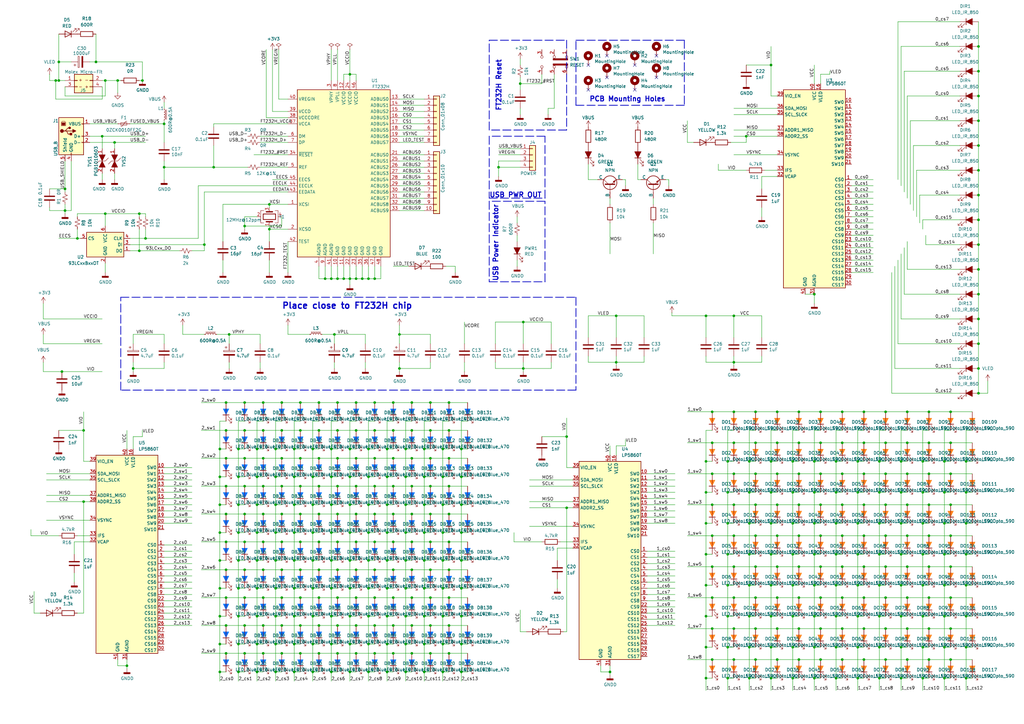
<source format=kicad_sch>
(kicad_sch (version 20231120) (generator "eeschema") (generator_version "8.0")
  (paper "A3")
  (junction (at 105.41 275.59))
  (junction (at 378.46 189.23))
  (junction (at 369.57 278.13))
  (junction (at 214.63 151.13))
  (junction (at 342.9 201.93))
  (junction (at 138.43 176.53))
  (junction (at 151.13 241.3))
  (junction (at 300.99 168.91))
  (junction (at 396.24 227.33))
  (junction (at 115.57 222.25))
  (junction (at 158.75 218.44))
  (junction (at 336.55 270.51))
  (junction (at 58.42 33.02))
  (junction (at 115.57 187.96))
  (junction (at 123.19 233.68))
  (junction (at 158.75 207.01))
  (junction (at 214.63 132.08))
  (junction (at 204.47 68.58))
  (junction (at 325.12 252.73))
  (junction (at 181.61 275.59))
  (junction (at 327.66 207.01))
  (junction (at 181.61 252.73))
  (junction (at 115.57 267.97))
  (junction (at 97.79 184.15))
  (junction (at 168.91 222.25))
  (junction (at 325.12 201.93))
  (junction (at 130.81 267.97))
  (junction (at 336.55 207.01))
  (junction (at 252.73 148.59))
  (junction (at 360.68 278.13))
  (junction (at 128.27 207.01))
  (junction (at 107.95 222.25))
  (junction (at 345.44 270.51))
  (junction (at 401.32 69.85))
  (junction (at 135.89 218.44))
  (junction (at 309.88 181.61))
  (junction (at 292.1 194.31))
  (junction (at 345.44 232.41))
  (junction (at 90.17 252.73))
  (junction (at 168.91 210.82))
  (junction (at 97.79 195.58))
  (junction (at 309.88 232.41))
  (junction (at 292.1 232.41))
  (junction (at 31.75 97.79))
  (junction (at 67.31 68.58))
  (junction (at 342.9 227.33))
  (junction (at 396.24 201.93))
  (junction (at 354.33 257.81))
  (junction (at 146.05 267.97))
  (junction (at 387.35 265.43))
  (junction (at 351.79 240.03))
  (junction (at 173.99 207.01))
  (junction (at 389.89 257.81))
  (junction (at 153.67 176.53))
  (junction (at 100.33 187.96))
  (junction (at 389.89 207.01))
  (junction (at 387.35 214.63))
  (junction (at 161.29 267.97))
  (junction (at 123.19 165.1))
  (junction (at 59.69 97.79))
  (junction (at 372.11 257.81))
  (junction (at 298.45 278.13))
  (junction (at 363.22 232.41))
  (junction (at 184.15 245.11))
  (junction (at 135.89 184.15))
  (junction (at 168.91 199.39))
  (junction (at 360.68 240.03))
  (junction (at 372.11 168.91))
  (junction (at 143.51 241.3))
  (junction (at 143.51 264.16))
  (junction (at 307.34 265.43))
  (junction (at 360.68 227.33))
  (junction (at 363.22 219.71))
  (junction (at 318.77 194.31))
  (junction (at 26.67 86.36))
  (junction (at 316.23 189.23))
  (junction (at 173.99 229.87))
  (junction (at 113.03 252.73))
  (junction (at 120.65 184.15))
  (junction (at 158.75 195.58))
  (junction (at 146.05 233.68))
  (junction (at 309.88 168.91))
  (junction (at 153.67 222.25))
  (junction (at 173.99 264.16))
  (junction (at 151.13 229.87))
  (junction (at 363.22 207.01))
  (junction (at 92.71 199.39))
  (junction (at 151.13 114.3))
  (junction (at 298.45 214.63))
  (junction (at 292.1 207.01))
  (junction (at 372.11 270.51))
  (junction (at 232.41 179.07))
  (junction (at 289.56 265.43))
  (junction (at 316.23 26.67))
  (junction (at 128.27 195.58))
  (junction (at 325.12 265.43))
  (junction (at 115.57 245.11))
  (junction (at 189.23 264.16))
  (junction (at 289.56 201.93))
  (junction (at 97.79 218.44))
  (junction (at 113.03 264.16))
  (junction (at 153.67 267.97))
  (junction (at 115.57 233.68))
  (junction (at 120.65 241.3))
  (junction (at 250.19 275.59))
  (junction (at 158.75 264.16))
  (junction (at 105.41 229.87))
  (junction (at 387.35 201.93))
  (junction (at 143.51 114.3))
  (junction (at 105.41 184.15))
  (junction (at 173.99 184.15))
  (junction (at 389.89 194.31))
  (junction (at 83.82 100.33))
  (junction (at 100.33 245.11))
  (junction (at 184.15 199.39))
  (junction (at 389.89 181.61))
  (junction (at 378.46 214.63))
  (junction (at 372.11 232.41))
  (junction (at 300.99 181.61))
  (junction (at 34.29 176.53))
  (junction (at 166.37 229.87))
  (junction (at 189.23 195.58))
  (junction (at 123.19 187.96))
  (junction (at 354.33 270.51))
  (junction (at 158.75 229.87))
  (junction (at 107.95 199.39))
  (junction (at 318.77 257.81))
  (junction (at 123.19 199.39))
  (junction (at 300.99 129.54))
  (junction (at 327.66 257.81))
  (junction (at 360.68 201.93))
  (junction (at 146.05 165.1))
  (junction (at 173.99 218.44))
  (junction (at 289.56 227.33))
  (junction (at 143.51 252.73))
  (junction (at 252.73 129.54))
  (junction (at 369.57 227.33))
  (junction (at 107.95 165.1))
  (junction (at 369.57 201.93))
  (junction (at 100.33 222.25))
  (junction (at 189.23 207.01))
  (junction (at 292.1 219.71))
  (junction (at 138.43 222.25))
  (junction (at 292.1 257.81))
  (junction (at 138.43 199.39))
  (junction (at 133.35 114.3))
  (junction (at 401.32 29.21))
  (junction (at 173.99 252.73))
  (junction (at 184.15 165.1))
  (junction (at 325.12 214.63))
  (junction (at 161.29 187.96))
  (junction (at 181.61 184.15))
  (junction (at 115.57 165.1))
  (junction (at 97.79 207.01))
  (junction (at 325.12 240.03))
  (junction (at 135.89 252.73))
  (junction (at 318.77 219.71))
  (junction (at 67.31 50.8))
  (junction (at 97.79 229.87))
  (junction (at 107.95 187.96))
  (junction (at 158.75 252.73))
  (junction (at 25.4 152.4))
  (junction (at 176.53 245.11))
  (junction (at 336.55 194.31))
  (junction (at 115.57 210.82))
  (junction (at 166.37 275.59))
  (junction (at 135.89 114.3))
  (junction (at 138.43 187.96))
  (junction (at 334.01 214.63))
  (junction (at 166.37 264.16))
  (junction (at 327.66 219.71))
  (junction (at 153.67 233.68))
  (junction (at 342.9 278.13))
  (junction (at 128.27 184.15))
  (junction (at 316.23 252.73))
  (junction (at 369.57 265.43))
  (junction (at 298.45 227.33))
  (junction (at 87.63 68.58))
  (junction (at 189.23 229.87))
  (junction (at 151.13 252.73))
  (junction (at 105.41 264.16))
  (junction (at 381 207.01))
  (junction (at 161.29 165.1))
  (junction (at 389.89 270.51))
  (junction (at 345.44 257.81))
  (junction (at 181.61 207.01))
  (junction (at 138.43 267.97))
  (junction (at 334.01 265.43))
  (junction (at 300.99 207.01))
  (junction (at 401.32 19.05))
  (junction (at 168.91 245.11))
  (junction (at 100.33 233.68))
  (junction (at 334.01 278.13))
  (junction (at 113.03 195.58))
  (junction (at 120.65 252.73))
  (junction (at 300.99 194.31))
  (junction (at 289.56 129.54))
  (junction (at 232.41 208.28))
  (junction (at 166.37 195.58))
  (junction (at 354.33 168.91))
  (junction (at 307.34 189.23))
  (junction (at 158.75 241.3))
  (junction (at 130.81 245.11))
  (junction (at 336.55 257.81))
  (junction (at 184.15 256.54))
  (junction (at 90.17 264.16))
  (junction (at 100.33 210.82))
  (junction (at 90.17 184.15))
  (junction (at 354.33 207.01))
  (junction (at 300.99 245.11))
  (junction (at 135.89 195.58))
  (junction (at 318.77 207.01))
  (junction (at 107.95 210.82))
  (junction (at 289.56 189.23))
  (junction (at 318.77 245.11))
  (junction (at 163.83 151.13))
  (junction (at 351.79 227.33))
  (junction (at 289.56 252.73))
  (junction (at 48.26 33.02))
  (junction (at 360.68 265.43))
  (junction (at 401.32 161.29))
  (junction (at 300.99 219.71))
  (junction (at 309.88 270.51))
  (junction (at 307.34 201.93))
  (junction (at 401.32 100.33))
  (junction (at 168.91 267.97))
  (junction (at 143.51 207.01))
  (junction (at 345.44 168.91))
  (junction (at 381 219.71))
  (junction (at 327.66 245.11))
  (junction (at 130.81 176.53))
  (junction (at 146.05 222.25))
  (junction (at 100.33 176.53))
  (junction (at 138.43 233.68))
  (junction (at 113.03 184.15))
  (junction (at 363.22 194.31))
  (junction (at 166.37 207.01))
  (junction (at 292.1 181.61))
  (junction (at 128.27 229.87))
  (junction (at 161.29 176.53))
  (junction (at 146.05 210.82))
  (junction (at 360.68 252.73))
  (junction (at 153.67 187.96))
  (junction (at 107.95 233.68))
  (junction (at 334.01 201.93))
  (junction (at 26.67 77.47))
  (junction (at 181.61 264.16))
  (junction (at 143.51 30.48))
  (junction (at 146.05 187.96))
  (junction (at 107.95 245.11))
  (junction (at 140.97 114.3))
  (junction (at 153.67 245.11))
  (junction (at 381 245.11))
  (junction (at 115.57 256.54))
  (junction (at 184.15 222.25))
  (junction (at 351.79 278.13))
  (junction (at 153.67 199.39))
  (junction (at 100.33 165.1))
  (junction (at 107.95 176.53))
  (junction (at 176.53 176.53))
  (junction (at 176.53 267.97))
  (junction (at 163.83 137.16))
  (junction (at 143.51 195.58))
  (junction (at 372.11 194.31))
  (junction (at 401.32 59.69))
  (junction (at 387.35 189.23))
  (junction (at 41.91 55.88))
  (junction (at 334.01 252.73))
  (junction (at 309.88 194.31))
  (junction (at 396.24 278.13))
  (junction (at 325.12 189.23))
  (junction (at 298.45 240.03))
  (junction (at 168.91 165.1))
  (junction (at 46.99 58.42))
  (junction (at 138.43 210.82))
  (junction (at 298.45 201.93))
  (junction (at 316.23 240.03))
  (junction (at 123.19 176.53))
  (junction (at 123.19 245.11))
  (junction (at 372.11 219.71))
  (junction (at 336.55 168.91))
  (junction (at 381 257.81))
  (junction (at 92.71 210.82))
  (junction (at 381 181.61))
  (junction (at 146.05 256.54))
  (junction (at 289.56 214.63))
  (junction (at 97.79 241.3))
  (junction (at 173.99 241.3))
  (junction (at 135.89 275.59))
  (junction (at 387.35 278.13))
  (junction (at 351.79 252.73))
  (junction (at 130.81 210.82))
  (junction (at 110.49 83.82))
  (junction (at 316.23 265.43))
  (junction (at 90.17 241.3))
  (junction (at 378.46 227.33))
  (junction (at 93.98 137.16))
  (junction (at 184.15 233.68))
  (junction (at 173.99 275.59))
  (junction (at 336.55 232.41))
  (junction (at 161.29 210.82))
  (junction (at 396.24 252.73))
  (junction (at 309.88 257.81))
  (junction (at 354.33 219.71))
  (junction (at 316.23 227.33))
  (junction (at 92.71 176.53))
  (junction (at 213.36 34.29))
  (junction (at 166.37 184.15))
  (junction (at 325.12 227.33))
  (junction (at 176.53 165.1))
  (junction (at 401.32 140.97))
  (junction (at 363.22 270.51))
  (junction (at 327.66 232.41))
  (junction (at 92.71 165.1))
  (junction (at 107.95 267.97))
  (junction (at 97.79 252.73))
  (junction (at 318.77 168.91))
  (junction (at 334.01 227.33))
  (junction (at 130.81 199.39))
  (junction (at 143.51 275.59))
  (junction (at 354.33 181.61))
  (junction (at 381 194.31))
  (junction (at 128.27 275.59))
  (junction (at 298.45 265.43))
  (junction (at 396.24 189.23))
  (junction (at 120.65 195.58))
  (junction (at 151.13 207.01))
  (junction (at 369.57 189.23))
  (junction (at 52.07 273.05))
  (junction (at 292.1 270.51))
  (junction (at 292.1 245.11))
  (junction (at 363.22 168.91))
  (junction (at 138.43 165.1))
  (junction (at 307.34 240.03))
  (junction (at 135.89 229.87))
  (junction (at 318.77 181.61))
  (junction (at 334.01 240.03))
  (junction (at 128.27 264.16))
  (junction (at 128.27 241.3))
  (junction (at 158.75 275.59))
  (junction (at 354.33 232.41))
  (junction (at 184.15 187.96))
  (junction (at 92.71 222.25))
  (junction (at 168.91 187.96))
  (junction (at 115.57 176.53))
  (junction (at 363.22 257.81))
  (junction (at 401.32 151.13))
  (junction (at 363.22 245.11))
  (junction (at 189.23 241.3))
  (junction (at 166.37 252.73))
  (junction (at 113.03 229.87))
  (junction (at 336.55 219.71))
  (junction (at 351.79 201.93))
  (junction (at 360.68 189.23))
  (junction (at 146.05 245.11))
  (junction (at 360.68 214.63))
  (junction (at 120.65 264.16))
  (junction (at 345.44 245.11))
  (junction (at 151.13 184.15))
  (junction (at 378.46 201.93))
  (junction (at 401.32 39.37))
  (junction (at 123.19 256.54))
  (junction (at 387.35 252.73))
  (junction (at 387.35 240.03))
  (junction (at 173.99 195.58))
  (junction (at 401.32 120.65))
  (junction (at 189.23 218.44))
  (junction (at 130.81 222.25))
  (junction (at 318.77 232.41))
  (junction (at 120.65 275.59))
  (junction (at 381 232.41))
  (junction (at 90.17 275.59))
  (junction (at 97.79 264.16))
  (junction (at 113.03 275.59))
  (junction (at 189.23 275.59))
  (junction (at 351.79 265.43))
  (junction (at 351.79 214.63))
  (junction (at 153.67 210.82))
  (junction (at 151.13 218.44))
  (junction (at 298.45 252.73))
  (junction (at 372.11 207.01))
  (junction (at 92.71 256.54))
  (junction (at 90.17 195.58))
  (junction (at 378.46 252.73))
  (junction (at 123.19 210.82))
  (junction (at 342.9 252.73))
  (junction (at 396.24 214.63))
  (junction (at 401.32 90.17))
  (junction (at 300.99 232.41))
  (junction (at 128.27 218.44))
  (junction (at 34.29 205.74))
  (junction (at 389.89 245.11))
  (junction (at 307.34 214.63))
  (junction (at 115.57 199.39))
  (junction (at 105.41 252.73))
  (junction (at 378.46 278.13))
  (junction (at 100.33 267.97))
  (junction (at 345.44 207.01))
  (junction (at 378.46 240.03))
  (junction (at 57.15 87.63))
  (junction (at 316.23 214.63))
  (junction (at 153.67 165.1))
  (junction (at 300.99 270.51))
  (junction (at 372.11 181.61))
  (junction (at 345.44 181.61))
  (junction (at 389.89 168.91))
  (junction (at 381 168.91))
  (junction (at 130.81 256.54))
  (junction (at 110.49 93.98))
  (junction (at 146.05 114.3))
  (junction (at 369.57 240.03))
  (junction (at 336.55 245.11))
  (junction (at 334.01 120.65))
  (junction (at 123.19 222.25))
  (junction (at 107.95 256.54))
  (junction (at 43.18 87.63))
  (junction (at 342.9 265.43))
  (junction (at 161.29 245.11))
  (junction (at 327.66 270.51))
  (junction (at 168.91 256.54))
  (junction (at 184.15 267.97))
  (junction (at 309.88 207.01))
  (junction (at 90.17 218.44))
  (junction (at 189.23 252.73))
  (junction (at 327.66 168.91))
  (junction (at 306.07 55.88))
  (junction (at 387.35 227.33))
  (junction (at 309.88 245.11))
  (junction (at 138.43 256.54))
  (junction (at 351.79 189.23))
  (junction (at 378.46 265.43))
  (junction (at 396.24 240.03))
  (junction (at 300.99 257.81))
  (junction (at 138.43 114.3))
  (junction (at 135.89 241.3))
  (junction (at 381 270.51))
  (junction (at 309.88 219.71))
  (junction (at 92.71 233.68))
  (junction (at 161.29 256.54))
  (junction (at 181.61 241.3))
  (junction (at 176.53 256.54))
  (junction (at 166.37 218.44))
  (junction (at 342.9 240.03))
  (junction (at 307.34 278.13))
  (junction (at 153.67 114.3))
  (junction (at 120.65 218.44))
  (junction (at 300.99 148.59))
  (junction (at 138.43 245.11))
  (junction (at 92.71 187.96))
  (junction (at 401.32 110.49))
  (junction (at 105.41 195.58))
  (junction (at 401.32 49.53))
  (junction (at 316.23 278.13))
  (junction (at 105.41 218.44))
  (junction (at 401.32 80.01))
  (junction (at 143.51 184.15))
  (junction (at 123.19 267.97))
  (junction (at 161.29 199.39))
  (junction (at 176.53 233.68))
  (junction (at 176.53 187.96))
  (junction (at 105.41 241.3))
  (junction (at 168.91 233.68))
  (junction (at 181.61 229.87))
  (junction (at 369.57 252.73))
  (junction (at 120.65 207.01))
  (junction (at 389.89 232.41))
  (junction (at 166.37 241.3))
  (junction (at 289.56 278.13))
  (junction (at 345.44 194.31))
  (junction (at 189.23 184.15))
  (junction (at 176.53 222.25))
  (junction (at 298.45 189.23))
  (junction (at 143.51 218.44))
  (junction (at 100.33 199.39))
  (junction (at 161.29 233.68))
  (junction (at 342.9 189.23))
  (junction (at 325.12 278.13))
  (junction (at 113.03 241.3))
  (junction (at 43.18 33.02))
  (junction (at 354.33 245.11))
  (junction (at 128.27 252.73))
  (junction (at 97.79 275.59))
  (junction (at 113.03 207.01))
  (junction (at 90.17 207.01))
  (junction (at 57.15 102.87))
  (junction (at 100.33 92.71))
  (junction (at 342.9 214.63))
  (junction (at 396.24 265.43))
  (junction (at 143.51 229.87))
  (junction (at 334.01 189.23))
  (junction (at 151.13 195.58))
  (junction (at 90.17 229.87))
  (junction (at 363.22 181.61))
  (junction (at 130.81 233.68))
  (junction (at 113.03 218.44))
  (junction (at 161.29 222.25))
  (junction (at 168.91 176.53))
  (junction (at 146.05 199.39))
  (junction (at 316.23 201.93))
  (junction (at 153.67 256.54))
  (junction (at 184.15 176.53))
  (junction (at 345.44 219.71))
  (junction (at 151.13 275.59))
  (junction (at 354.33 194.31))
  (junction (at 105.41 207.01))
  (junction (at 22.86 33.02))
  (junction (at 137.16 137.16))
  (junction (at 100.33 256.54))
  (junction (at 181.61 218.44))
  (junction (at 54.61 151.13))
  (junction (at 130.81 165.1))
  (junction (at 307.34 227.33))
  (junction (at 327.66 194.31))
  (junction (at 148.59 114.3))
  (junction (at 120.65 229.87))
  (junction (at 92.71 267.97))
  (junction (at 369.57 214.63))
  (junction (at 176.53 210.82))
  (junction (at 289.56 240.03))
  (junction (at 184.15 210.82))
  (junction (at 135.89 207.01))
  (junction (at 92.71 245.11))
  (junction (at 151.13 264.16))
  (junction (at 39.37 25.4))
  (junction (at 327.66 181.61))
  (junction (at 389.89 219.71))
  (junction (at 401.32 130.81))
  (junction (at 181.61 195.58))
  (junction (at 130.81 187.96))
  (junction (at 372.11 245.11))
  (junction (at 307.34 252.73))
  (junction (at 318.77 270.51))
  (junction (at 176.53 199.39))
  (junction (at 24.13 33.02))
  (junction (at 336.55 181.61))
  (junction (at 292.1 168.91))
  (junction (at 24.13 25.4))
  (junction (at 158.75 184.15))
  (junction (at 146.05 176.53))
  (junction (at 135.89 264.16))
  (no_connect (at 269.24 22.86))
  (no_connect (at 248.92 31.75))
  (no_connect (at 248.92 22.86))
  (no_connect (at 260.35 26.67))
  (no_connect (at 260.35 36.83))
  (no_connect (at 269.24 31.75))
  (no_connect (at 241.3 36.83))
  (no_connect (at 241.3 26.67))
  (wire (pts (xy 203.2 132.08) (xy 203.2 140.97)))
  (wire (pts (xy 222.25 222.25) (xy 210.82 222.25)))
  (wire (pts (xy 140.97 109.22) (xy 140.97 114.3)))
  (wire (pts (xy 393.7 120.65) (xy 370.84 120.65)))
  (wire (pts (xy 184.15 256.54) (xy 176.53 256.54)))
  (wire (pts (xy 289.56 189.23) (xy 292.1 189.23)))
  (wire (pts (xy 349.25 99.06) (xy 358.14 99.06)))
  (wire (pts (xy 401.32 8.89) (xy 401.32 19.05)))
  (wire (pts (xy 87.63 68.58) (xy 101.6 68.58)))
  (wire (pts (xy 396.24 240.03) (xy 396.24 252.73)))
  (wire (pts (xy 168.91 256.54) (xy 161.29 256.54)))
  (wire (pts (xy 128.27 229.87) (xy 128.27 241.3)))
  (wire (pts (xy 100.33 207.01) (xy 97.79 207.01)))
  (wire (pts (xy 281.94 194.31) (xy 292.1 194.31)))
  (wire (pts (xy 354.33 194.31) (xy 363.22 194.31)))
  (wire (pts (xy 294.64 67.31) (xy 294.64 69.85)))
  (wire (pts (xy 342.9 189.23) (xy 342.9 201.93)))
  (wire (pts (xy 107.95 165.1) (xy 100.33 165.1)))
  (wire (pts (xy 176.53 207.01) (xy 173.99 207.01)))
  (wire (pts (xy 59.69 93.98) (xy 59.69 97.79)))
  (wire (pts (xy 57.15 33.02) (xy 58.42 33.02)))
  (wire (pts (xy 325.12 278.13) (xy 325.12 283.21)))
  (wire (pts (xy 265.43 194.31) (xy 276.86 194.31)))
  (wire (pts (xy 334.01 120.65) (xy 334.01 124.46)))
  (wire (pts (xy 369.57 19.05) (xy 369.57 76.2)))
  (wire (pts (xy 90.17 241.3) (xy 92.71 241.3)))
  (wire (pts (xy 336.55 168.91) (xy 345.44 168.91)))
  (wire (pts (xy 396.24 189.23) (xy 396.24 201.93)))
  (wire (pts (xy 276.86 238.76) (xy 265.43 238.76)))
  (wire (pts (xy 213.36 68.58) (xy 204.47 68.58)))
  (wire (pts (xy 334.01 240.03) (xy 336.55 240.03)))
  (wire (pts (xy 191.77 245.11) (xy 184.15 245.11)))
  (wire (pts (xy 316.23 265.43) (xy 316.23 278.13)))
  (wire (pts (xy 389.89 245.11) (xy 398.78 245.11)))
  (wire (pts (xy 138.43 222.25) (xy 130.81 222.25)))
  (wire (pts (xy 143.51 207.01) (xy 143.51 218.44)))
  (wire (pts (xy 166.37 184.15) (xy 168.91 184.15)))
  (wire (pts (xy 176.53 187.96) (xy 168.91 187.96)))
  (wire (pts (xy 264.16 129.54) (xy 252.73 129.54)))
  (wire (pts (xy 113.03 275.59) (xy 113.03 279.4)))
  (wire (pts (xy 189.23 218.44) (xy 191.77 218.44)))
  (wire (pts (xy 396.24 252.73) (xy 398.78 252.73)))
  (wire (pts (xy 67.31 223.52) (xy 78.74 223.52)))
  (wire (pts (xy 115.57 222.25) (xy 107.95 222.25)))
  (wire (pts (xy 34.29 251.46) (xy 34.29 205.74)))
  (wire (pts (xy 212.09 106.68) (xy 212.09 109.22)))
  (wire (pts (xy 334.01 240.03) (xy 334.01 252.73)))
  (polyline (pts (xy 232.41 16.51) (xy 232.41 53.34)) (stroke (width 0.3048) (type dash)))
  (wire (pts (xy 67.31 191.77) (xy 78.74 191.77)))
  (wire (pts (xy 123.19 210.82) (xy 115.57 210.82)))
  (wire (pts (xy 181.61 275.59) (xy 181.61 279.4)))
  (wire (pts (xy 118.11 73.66) (xy 111.76 73.66)))
  (wire (pts (xy 146.05 256.54) (xy 138.43 256.54)))
  (wire (pts (xy 92.71 187.96) (xy 100.33 187.96)))
  (wire (pts (xy 369.57 265.43) (xy 369.57 278.13)))
  (wire (pts (xy 100.33 165.1) (xy 92.71 165.1)))
  (wire (pts (xy 29.21 86.36) (xy 26.67 86.36)))
  (wire (pts (xy 36.83 222.25) (xy 30.48 222.25)))
  (wire (pts (xy 289.56 189.23) (xy 289.56 201.93)))
  (wire (pts (xy 82.55 256.54) (xy 92.71 256.54)))
  (wire (pts (xy 189.23 207.01) (xy 189.23 218.44)))
  (wire (pts (xy 281.94 232.41) (xy 292.1 232.41)))
  (wire (pts (xy 143.51 184.15) (xy 146.05 184.15)))
  (wire (pts (xy 232.41 259.08) (xy 232.41 208.28)))
  (wire (pts (xy 241.3 148.59) (xy 252.73 148.59)))
  (wire (pts (xy 91.44 83.82) (xy 110.49 83.82)))
  (wire (pts (xy 345.44 181.61) (xy 354.33 181.61)))
  (wire (pts (xy 135.89 275.59) (xy 135.89 279.4)))
  (wire (pts (xy 189.23 252.73) (xy 191.77 252.73)))
  (wire (pts (xy 292.1 245.11) (xy 300.99 245.11)))
  (wire (pts (xy 41.91 35.56) (xy 41.91 40.64)))
  (wire (pts (xy 345.44 219.71) (xy 354.33 219.71)))
  (wire (pts (xy 378.46 176.53) (xy 378.46 189.23)))
  (wire (pts (xy 265.43 231.14) (xy 276.86 231.14)))
  (wire (pts (xy 318.77 207.01) (xy 327.66 207.01)))
  (wire (pts (xy 292.1 232.41) (xy 300.99 232.41)))
  (wire (pts (xy 97.79 218.44) (xy 97.79 229.87)))
  (wire (pts (xy 351.79 278.13) (xy 354.33 278.13)))
  (wire (pts (xy 401.32 120.65) (xy 401.32 130.81)))
  (wire (pts (xy 292.1 257.81) (xy 300.99 257.81)))
  (wire (pts (xy 307.34 227.33) (xy 307.34 240.03)))
  (wire (pts (xy 387.35 265.43) (xy 389.89 265.43)))
  (wire (pts (xy 309.88 245.11) (xy 318.77 245.11)))
  (wire (pts (xy 360.68 265.43) (xy 360.68 278.13)))
  (wire (pts (xy 146.05 114.3) (xy 148.59 114.3)))
  (wire (pts (xy 327.66 219.71) (xy 336.55 219.71)))
  (wire (pts (xy 327.66 181.61) (xy 336.55 181.61)))
  (wire (pts (xy 163.83 63.5) (xy 173.99 63.5)))
  (wire (pts (xy 34.29 176.53) (xy 34.29 189.23)))
  (wire (pts (xy 189.23 264.16) (xy 191.77 264.16)))
  (wire (pts (xy 250.19 273.05) (xy 250.19 275.59)))
  (wire (pts (xy 184.15 176.53) (xy 176.53 176.53)))
  (wire (pts (xy 93.98 148.59) (xy 93.98 151.13)))
  (wire (pts (xy 130.81 109.22) (xy 130.81 114.3)))
  (wire (pts (xy 396.24 265.43) (xy 398.78 265.43)))
  (wire (pts (xy 107.95 172.72) (xy 105.41 172.72)))
  (wire (pts (xy 316.23 214.63) (xy 318.77 214.63)))
  (wire (pts (xy 105.41 229.87) (xy 105.41 241.3)))
  (wire (pts (xy 97.79 184.15) (xy 97.79 195.58)))
  (wire (pts (xy 184.15 222.25) (xy 176.53 222.25)))
  (wire (pts (xy 82.55 233.68) (xy 92.71 233.68)))
  (wire (pts (xy 372.11 214.63) (xy 369.57 214.63)))
  (wire (pts (xy 123.19 176.53) (xy 115.57 176.53)))
  (wire (pts (xy 78.74 241.3) (xy 67.31 241.3)))
  (wire (pts (xy 316.23 240.03) (xy 316.23 252.73)))
  (wire (pts (xy 135.89 195.58) (xy 135.89 207.01)))
  (wire (pts (xy 123.19 245.11) (xy 115.57 245.11)))
  (wire (pts (xy 130.81 187.96) (xy 123.19 187.96)))
  (wire (pts (xy 78.74 102.87) (xy 83.82 102.87)))
  (wire (pts (xy 41.91 33.02) (xy 43.18 33.02)))
  (wire (pts (xy 351.79 252.73) (xy 354.33 252.73)))
  (wire (pts (xy 309.88 176.53) (xy 307.34 176.53)))
  (wire (pts (xy 203.2 151.13) (xy 214.63 151.13)))
  (wire (pts (xy 146.05 165.1) (xy 138.43 165.1)))
  (wire (pts (xy 67.31 140.97) (xy 67.31 137.16)))
  (wire (pts (xy 43.18 87.63) (xy 43.18 92.71)))
  (wire (pts (xy 369.57 252.73) (xy 372.11 252.73)))
  (wire (pts (xy 143.51 275.59) (xy 143.51 279.4)))
  (wire (pts (xy 354.33 245.11) (xy 363.22 245.11)))
  (wire (pts (xy 381 194.31) (xy 389.89 194.31)))
  (wire (pts (xy 189.23 275.59) (xy 191.77 275.59)))
  (wire (pts (xy 325.12 227.33) (xy 327.66 227.33)))
  (wire (pts (xy 158.75 252.73) (xy 161.29 252.73)))
  (wire (pts (xy 307.34 278.13) (xy 307.34 283.21)))
  (wire (pts (xy 128.27 207.01) (xy 128.27 218.44)))
  (wire (pts (xy 307.34 189.23) (xy 307.34 201.93)))
  (wire (pts (xy 265.43 226.06) (xy 276.86 226.06)))
  (wire (pts (xy 52.07 273.05) (xy 52.07 274.32)))
  (wire (pts (xy 123.19 267.97) (xy 115.57 267.97)))
  (wire (pts (xy 48.26 273.05) (xy 52.07 273.05)))
  (wire (pts (xy 381 176.53) (xy 378.46 176.53)))
  (wire (pts (xy 334.01 265.43) (xy 334.01 278.13)))
  (wire (pts (xy 363.22 207.01) (xy 372.11 207.01)))
  (wire (pts (xy 158.75 252.73) (xy 158.75 264.16)))
  (wire (pts (xy 204.47 66.04) (xy 213.36 66.04)))
  (wire (pts (xy 153.67 245.11) (xy 146.05 245.11)))
  (wire (pts (xy 289.56 240.03) (xy 292.1 240.03)))
  (wire (pts (xy 138.43 233.68) (xy 130.81 233.68)))
  (wire (pts (xy 184.15 172.72) (xy 181.61 172.72)))
  (wire (pts (xy 334.01 201.93) (xy 336.55 201.93)))
  (wire (pts (xy 135.89 241.3) (xy 138.43 241.3)))
  (wire (pts (xy 250.19 91.44) (xy 250.19 104.14)))
  (wire (pts (xy 128.27 275.59) (xy 130.81 275.59)))
  (wire (pts (xy 217.17 208.28) (xy 232.41 208.28)))
  (wire (pts (xy 146.05 207.01) (xy 143.51 207.01)))
  (wire (pts (xy 389.89 219.71) (xy 398.78 219.71)))
  (wire (pts (xy 189.23 195.58) (xy 189.23 207.01)))
  (wire (pts (xy 43.18 107.95) (xy 43.18 111.76)))
  (wire (pts (xy 316.23 214.63) (xy 316.23 227.33)))
  (wire (pts (xy 389.89 257.81) (xy 398.78 257.81)))
  (wire (pts (xy 349.25 109.22) (xy 358.14 109.22)))
  (wire (pts (xy 252.73 182.88) (xy 252.73 186.69)))
  (wire (pts (xy 182.88 109.22) (xy 186.69 109.22)))
  (wire (pts (xy 176.53 199.39) (xy 168.91 199.39)))
  (wire (pts (xy 158.75 207.01) (xy 158.75 218.44)))
  (wire (pts (xy 163.83 78.74) (xy 173.99 78.74)))
  (wire (pts (xy 393.7 100.33) (xy 379.73 100.33)))
  (wire (pts (xy 135.89 241.3) (xy 135.89 252.73)))
  (wire (pts (xy 262.89 73.66) (xy 261.62 73.66)))
  (wire (pts (xy 387.35 214.63) (xy 387.35 227.33)))
  (wire (pts (xy 307.34 278.13) (xy 309.88 278.13)))
  (wire (pts (xy 372.11 257.81) (xy 381 257.81)))
  (wire (pts (xy 289.56 227.33) (xy 292.1 227.33)))
  (wire (pts (xy 128.27 241.3) (xy 128.27 252.73)))
  (wire (pts (xy 342.9 176.53) (xy 342.9 189.23)))
  (wire (pts (xy 264.16 148.59) (xy 264.16 146.05)))
  (wire (pts (xy 342.9 214.63) (xy 342.9 227.33)))
  (wire (pts (xy 158.75 241.3) (xy 158.75 252.73)))
  (wire (pts (xy 92.71 172.72) (xy 90.17 172.72)))
  (wire (pts (xy 166.37 218.44) (xy 168.91 218.44)))
  (wire (pts (xy 360.68 214.63) (xy 360.68 227.33)))
  (wire (pts (xy 135.89 275.59) (xy 138.43 275.59)))
  (wire (pts (xy 232.41 208.28) (xy 234.95 208.28)))
  (wire (pts (xy 161.29 222.25) (xy 153.67 222.25)))
  (wire (pts (xy 168.91 176.53) (xy 161.29 176.53)))
  (wire (pts (xy 97.79 229.87) (xy 97.79 241.3)))
  (wire (pts (xy 138.43 267.97) (xy 130.81 267.97)))
  (wire (pts (xy 281.94 245.11) (xy 292.1 245.11)))
  (wire (pts (xy 226.06 132.08) (xy 214.63 132.08)))
  (wire (pts (xy 67.31 44.45) (xy 67.31 41.91)))
  (wire (pts (xy 298.45 265.43) (xy 298.45 278.13)))
  (wire (pts (xy 378.46 252.73) (xy 378.46 265.43)))
  (wire (pts (xy 378.46 265.43) (xy 381 265.43)))
  (wire (pts (xy 189.23 229.87) (xy 191.77 229.87)))
  (wire (pts (xy 120.65 264.16) (xy 120.65 275.59)))
  (wire (pts (xy 26.67 35.56) (xy 26.67 39.37)))
  (wire (pts (xy 325.12 278.13) (xy 327.66 278.13)))
  (wire (pts (xy 173.99 195.58) (xy 173.99 207.01)))
  (wire (pts (xy 393.7 130.81) (xy 369.57 130.81)))
  (wire (pts (xy 173.99 252.73) (xy 176.53 252.73)))
  (wire (pts (xy 113.03 207.01) (xy 113.03 218.44)))
  (wire (pts (xy 276.86 196.85) (xy 265.43 196.85)))
  (wire (pts (xy 176.53 222.25) (xy 168.91 222.25)))
  (wire (pts (xy 261.62 73.66) (xy 261.62 67.31)))
  (wire (pts (xy 163.83 133.35) (xy 163.83 137.16)))
  (wire (pts (xy 342.9 189.23) (xy 345.44 189.23)))
  (wire (pts (xy 120.65 195.58) (xy 120.65 207.01)))
  (wire (pts (xy 368.3 140.97) (xy 368.3 106.68)))
  (wire (pts (xy 105.41 88.9) (xy 100.33 88.9)))
  (wire (pts (xy 78.74 209.55) (xy 67.31 209.55)))
  (wire (pts (xy 176.53 176.53) (xy 168.91 176.53)))
  (wire (pts (xy 292.1 181.61) (xy 300.99 181.61)))
  (wire (pts (xy 161.29 199.39) (xy 153.67 199.39)))
  (wire (pts (xy 389.89 232.41) (xy 398.78 232.41)))
  (wire (pts (xy 123.19 222.25) (xy 115.57 222.25)))
  (wire (pts (xy 128.27 218.44) (xy 130.81 218.44)))
  (polyline (pts (xy 49.53 121.92) (xy 236.22 121.92)) (stroke (width 0.3048) (type dash)))
  (wire (pts (xy 128.27 195.58) (xy 130.81 195.58)))
  (wire (pts (xy 143.51 33.02) (xy 143.51 30.48)))
  (wire (pts (xy 349.25 111.76) (xy 358.14 111.76)))
  (wire (pts (xy 363.22 232.41) (xy 372.11 232.41)))
  (wire (pts (xy 153.67 199.39) (xy 146.05 199.39)))
  (wire (pts (xy 360.68 227.33) (xy 363.22 227.33)))
  (wire (pts (xy 369.57 240.03) (xy 369.57 252.73)))
  (wire (pts (xy 146.05 30.48) (xy 143.51 30.48)))
  (wire (pts (xy 276.86 248.92) (xy 265.43 248.92)))
  (wire (pts (xy 166.37 184.15) (xy 166.37 195.58)))
  (wire (pts (xy 378.46 214.63) (xy 378.46 227.33)))
  (wire (pts (xy 105.41 229.87) (xy 107.95 229.87)))
  (wire (pts (xy 276.86 212.09) (xy 265.43 212.09)))
  (wire (pts (xy 372.11 245.11) (xy 381 245.11)))
  (wire (pts (xy 120.65 241.3) (xy 123.19 241.3)))
  (wire (pts (xy 41.91 60.96) (xy 41.91 55.88)))
  (wire (pts (xy 309.88 232.41) (xy 318.77 232.41)))
  (wire (pts (xy 378.46 265.43) (xy 378.46 278.13)))
  (wire (pts (xy 396.24 240.03) (xy 398.78 240.03)))
  (wire (pts (xy 289.56 240.03) (xy 289.56 252.73)))
  (wire (pts (xy 148.59 114.3) (xy 151.13 114.3)))
  (wire (pts (xy 325.12 252.73) (xy 327.66 252.73)))
  (wire (pts (xy 342.9 201.93) (xy 345.44 201.93)))
  (wire (pts (xy 381 168.91) (xy 389.89 168.91)))
  (wire (pts (xy 351.79 189.23) (xy 354.33 189.23)))
  (wire (pts (xy 204.47 68.58) (xy 204.47 66.04)))
  (wire (pts (xy 316.23 265.43) (xy 318.77 265.43)))
  (wire (pts (xy 140.97 114.3) (xy 143.51 114.3)))
  (wire (pts (xy 138.43 109.22) (xy 138.43 114.3)))
  (wire (pts (xy 128.27 195.58) (xy 128.27 207.01)))
  (wire (pts (xy 133.35 114.3) (xy 135.89 114.3)))
  (wire (pts (xy 143.51 195.58) (xy 146.05 195.58)))
  (wire (pts (xy 250.19 275.59) (xy 250.19 276.86)))
  (wire (pts (xy 307.34 201.93) (xy 309.88 201.93)))
  (wire (pts (xy 43.18 87.63) (xy 57.15 87.63)))
  (wire (pts (xy 363.22 181.61) (xy 372.11 181.61)))
  (wire (pts (xy 31.75 88.9) (xy 31.75 87.63)))
  (wire (pts (xy 105.41 207.01) (xy 105.41 218.44)))
  (wire (pts (xy 31.75 97.79) (xy 33.02 97.79)))
  (wire (pts (xy 158.75 195.58) (xy 158.75 207.01)))
  (wire (pts (xy 173.99 207.01) (xy 173.99 218.44)))
  (wire (pts (xy 151.13 241.3) (xy 153.67 241.3)))
  (wire (pts (xy 163.83 83.82) (xy 173.99 83.82)))
  (wire (pts (xy 327.66 168.91) (xy 336.55 168.91)))
  (wire (pts (xy 298.45 252.73) (xy 300.99 252.73)))
  (wire (pts (xy 241.3 146.05) (xy 241.3 148.59)))
  (wire (pts (xy 106.68 58.42) (xy 118.11 58.42)))
  (wire (pts (xy 128.27 229.87) (xy 130.81 229.87)))
  (wire (pts (xy 161.29 267.97) (xy 153.67 267.97)))
  (wire (pts (xy 354.33 181.61) (xy 363.22 181.61)))
  (wire (pts (xy 367.03 151.13) (xy 367.03 109.22)))
  (wire (pts (xy 184.15 210.82) (xy 176.53 210.82)))
  (wire (pts (xy 115.57 233.68) (xy 107.95 233.68)))
  (wire (pts (xy 168.91 199.39) (xy 161.29 199.39)))
  (wire (pts (xy 113.03 241.3) (xy 115.57 241.3)))
  (wire (pts (xy 369.57 189.23) (xy 369.57 201.93)))
  (wire (pts (xy 173.99 241.3) (xy 173.99 252.73)))
  (wire (pts (xy 176.53 256.54) (xy 168.91 256.54)))
  (wire (pts (xy 369.57 227.33) (xy 369.57 240.03)))
  (wire (pts (xy 128.27 184.15) (xy 128.27 195.58)))
  (wire (pts (xy 281.94 219.71) (xy 292.1 219.71)))
  (wire (pts (xy 48.26 33.02) (xy 48.26 38.1)))
  (wire (pts (xy 106.68 140.97) (xy 106.68 137.16)))
  (wire (pts (xy 316.23 201.93) (xy 318.77 201.93)))
  (wire (pts (xy 161.29 165.1) (xy 153.67 165.1)))
  (wire (pts (xy 31.75 219.71) (xy 36.83 219.71)))
  (wire (pts (xy 289.56 265.43) (xy 289.56 278.13)))
  (wire (pts (xy 298.45 252.73) (xy 298.45 265.43)))
  (wire (pts (xy 41.91 71.12) (xy 41.91 73.66)))
  (wire (pts (xy 267.97 83.82) (xy 267.97 81.28)))
  (wire (pts (xy 153.67 210.82) (xy 146.05 210.82)))
  (wire (pts (xy 128.27 252.73) (xy 128.27 264.16)))
  (wire (pts (xy 342.9 240.03) (xy 342.9 252.73)))
  (wire (pts (xy 135.89 20.32) (xy 135.89 33.02)))
  (wire (pts (xy 113.03 229.87) (xy 115.57 229.87)))
  (wire (pts (xy 360.68 278.13) (xy 360.68 283.21)))
  (wire (pts (xy 351.79 227.33) (xy 351.79 240.03)))
  (wire (pts (xy 372.11 110.49) (xy 372.11 99.06)))
  (wire (pts (xy 91.44 106.68) (xy 91.44 111.76)))
  (wire (pts (xy 389.89 207.01) (xy 398.78 207.01)))
  (wire (pts (xy 318.77 39.37) (xy 316.23 39.37)))
  (wire (pts (xy 281.94 181.61) (xy 292.1 181.61)))
  (wire (pts (xy 336.55 194.31) (xy 345.44 194.31)))
  (wire (pts (xy 90.17 195.58) (xy 90.17 207.01)))
  (wire (pts (xy 130.81 172.72) (xy 128.27 172.72)))
  (wire (pts (xy 289.56 214.63) (xy 292.1 214.63)))
  (wire (pts (xy 123.19 172.72) (xy 120.65 172.72)))
  (wire (pts (xy 363.22 176.53) (xy 360.68 176.53)))
  (wire (pts (xy 100.33 199.39) (xy 92.71 199.39)))
  (wire (pts (xy 327.66 257.81) (xy 336.55 257.81)))
  (wire (pts (xy 349.25 96.52) (xy 358.14 96.52)))
  (wire (pts (xy 87.63 59.69) (xy 87.63 68.58)))
  (wire (pts (xy 161.29 176.53) (xy 153.67 176.53)))
  (wire (pts (xy 289.56 129.54) (xy 289.56 138.43)))
  (wire (pts (xy 93.98 140.97) (xy 93.98 137.16)))
  (wire (pts (xy 120.65 275.59) (xy 120.65 279.4)))
  (wire (pts (xy 123.19 256.54) (xy 115.57 256.54)))
  (wire (pts (xy 97.79 241.3) (xy 100.33 241.3)))
  (wire (pts (xy 289.56 252.73) (xy 289.56 265.43)))
  (wire (pts (xy 189.23 241.3) (xy 189.23 252.73)))
  (wire (pts (xy 17.78 152.4) (xy 25.4 152.4)))
  (wire (pts (xy 105.41 275.59) (xy 107.95 275.59)))
  (wire (pts (xy 369.57 201.93) (xy 369.57 214.63)))
  (wire (pts (xy 135.89 109.22) (xy 135.89 114.3)))
  (wire (pts (xy 318.77 219.71) (xy 327.66 219.71)))
  (wire (pts (xy 158.75 172.72) (xy 158.75 184.15)))
  (wire (pts (xy 87.63 50.8) (xy 87.63 52.07)))
  (wire (pts (xy 354.33 257.81) (xy 363.22 257.81)))
  (wire (pts (xy 107.95 187.96) (xy 100.33 187.96)))
  (wire (pts (xy 334.01 176.53) (xy 334.01 189.23)))
  (wire (pts (xy 265.43 214.63) (xy 276.86 214.63)))
  (wire (pts (xy 372.11 219.71) (xy 381 219.71)))
  (wire (pts (xy 372.11 194.31) (xy 381 194.31)))
  (wire (pts (xy 351.79 214.63) (xy 351.79 227.33)))
  (wire (pts (xy 48.26 270.51) (xy 48.26 273.05)))
  (wire (pts (xy 138.43 20.32) (xy 138.43 33.02)))
  (wire (pts (xy 118.11 78.74) (xy 83.82 78.74)))
  (wire (pts (xy 105.41 264.16) (xy 105.41 275.59)))
  (wire (pts (xy 215.9 259.08) (xy 213.36 259.08)))
  (wire (pts (xy 318.77 176.53) (xy 316.23 176.53)))
  (polyline (pts (xy 280.67 16.51) (xy 280.67 43.18)) (stroke (width 0.3048) (type dash)))
  (wire (pts (xy 78.74 194.31) (xy 67.31 194.31)))
  (wire (pts (xy 148.59 109.22) (xy 148.59 114.3)))
  (wire (pts (xy 151.13 264.16) (xy 153.67 264.16)))
  (wire (pts (xy 389.89 168.91) (xy 398.78 168.91)))
  (wire (pts (xy 307.34 265.43) (xy 309.88 265.43)))
  (wire (pts (xy 36.83 55.88) (xy 41.91 55.88)))
  (wire (pts (xy 345.44 270.51) (xy 354.33 270.51)))
  (wire (pts (xy 109.22 20.32) (xy 109.22 48.26)))
  (wire (pts (xy 120.65 229.87) (xy 123.19 229.87)))
  (wire (pts (xy 135.89 229.87) (xy 138.43 229.87)))
  (wire (pts (xy 143.51 184.15) (xy 143.51 195.58)))
  (wire (pts (xy 292.1 219.71) (xy 300.99 219.71)))
  (wire (pts (xy 78.74 251.46) (xy 67.31 251.46)))
  (wire (pts (xy 110.49 99.06) (xy 110.49 93.98)))
  (wire (pts (xy 265.43 209.55) (xy 276.86 209.55)))
  (wire (pts (xy 120.65 184.15) (xy 120.65 195.58)))
  (wire (pts (xy 365.76 161.29) (xy 365.76 111.76)))
  (wire (pts (xy 26.67 78.74) (xy 26.67 77.47)))
  (wire (pts (xy 381 219.71) (xy 389.89 219.71)))
  (wire (pts (xy 378.46 240.03) (xy 381 240.03)))
  (wire (pts (xy 372.11 39.37) (xy 372.11 81.28)))
  (wire (pts (xy 255.27 73.66) (xy 256.54 73.66)))
  (wire (pts (xy 110.49 93.98) (xy 110.49 92.71)))
  (wire (pts (xy 360.68 240.03) (xy 363.22 240.03)))
  (wire (pts (xy 161.29 210.82) (xy 153.67 210.82)))
  (wire (pts (xy 100.33 267.97) (xy 92.71 267.97)))
  (wire (pts (xy 298.45 189.23) (xy 300.99 189.23)))
  (wire (pts (xy 367.03 151.13) (xy 393.7 151.13)))
  (wire (pts (xy 374.65 59.69) (xy 374.65 86.36)))
  (wire (pts (xy 360.68 201.93) (xy 363.22 201.93)))
  (wire (pts (xy 90.17 264.16) (xy 90.17 275.59)))
  (wire (pts (xy 24.13 97.79) (xy 31.75 97.79)))
  (wire (pts (xy 173.99 184.15) (xy 173.99 195.58)))
  (wire (pts (xy 275.59 128.27) (xy 275.59 129.54)))
  (wire (pts (xy 401.32 80.01) (xy 401.32 90.17)))
  (wire (pts (xy 265.43 204.47) (xy 276.86 204.47)))
  (wire (pts (xy 226.06 140.97) (xy 226.06 132.08)))
  (wire (pts (xy 173.99 172.72) (xy 173.99 184.15)))
  (wire (pts (xy 387.35 227.33) (xy 389.89 227.33)))
  (wire (pts (xy 74.93 133.35) (xy 74.93 137.16)))
  (wire (pts (xy 153.67 176.53) (xy 146.05 176.53)))
  (wire (pts (xy 115.57 199.39) (xy 107.95 199.39)))
  (wire (pts (xy 373.38 49.53) (xy 373.38 83.82)))
  (wire (pts (xy 29.21 66.04) (xy 29.21 86.36)))
  (wire (pts (xy 158.75 275.59) (xy 161.29 275.59)))
  (wire (pts (xy 265.43 254) (xy 276.86 254)))
  (wire (pts (xy 222.25 34.29) (xy 222.25 30.48)))
  (wire (pts (xy 168.91 207.01) (xy 166.37 207.01)))
  (wire (pts (xy 158.75 264.16) (xy 158.75 275.59)))
  (wire (pts (xy 53.34 50.8) (xy 67.31 50.8)))
  (wire (pts (xy 146.05 176.53) (xy 138.43 176.53)))
  (wire (pts (xy 342.9 265.43) (xy 342.9 278.13)))
  (wire (pts (xy 234.95 191.77) (xy 232.41 191.77)))
  (wire (pts (xy 334.01 201.93) (xy 334.01 214.63)))
  (wire (pts (xy 161.29 109.22) (xy 167.64 109.22)))
  (wire (pts (xy 52.07 176.53) (xy 52.07 184.15)))
  (wire (pts (xy 151.13 195.58) (xy 151.13 207.01)))
  (wire (pts (xy 36.83 58.42) (xy 46.99 58.42)))
  (wire (pts (xy 354.33 270.51) (xy 363.22 270.51)))
  (wire (pts (xy 181.61 172.72) (xy 181.61 184.15)))
  (wire (pts (xy 92.71 207.01) (xy 90.17 207.01)))
  (wire (pts (xy 135.89 195.58) (xy 138.43 195.58)))
  (wire (pts (xy 176.53 233.68) (xy 168.91 233.68)))
  (wire (pts (xy 289.56 176.53) (xy 292.1 176.53)))
  (wire (pts (xy 106.68 137.16) (xy 93.98 137.16)))
  (wire (pts (xy 300.99 138.43) (xy 300.99 129.54)))
  (wire (pts (xy 191.77 233.68) (xy 184.15 233.68)))
  (wire (pts (xy 181.61 241.3) (xy 184.15 241.3)))
  (wire (pts (xy 345.44 207.01) (xy 354.33 207.01)))
  (wire (pts (xy 289.56 201.93) (xy 289.56 214.63)))
  (wire (pts (xy 146.05 109.22) (xy 146.05 114.3)))
  (wire (pts (xy 90.17 218.44) (xy 90.17 229.87)))
  (wire (pts (xy 396.24 176.53) (xy 396.24 189.23)))
  (wire (pts (xy 135.89 264.16) (xy 138.43 264.16)))
  (wire (pts (xy 217.17 215.9) (xy 234.95 215.9)))
  (wire (pts (xy 396.24 189.23) (xy 398.78 189.23)))
  (wire (pts (xy 173.99 241.3) (xy 176.53 241.3)))
  (wire (pts (xy 123.19 233.68) (xy 115.57 233.68)))
  (polyline (pts (xy 236.22 160.02) (xy 49.53 160.02)) (stroke (width 0.3048) (type dash)))
  (wire (pts (xy 16.51 251.46) (xy 13.97 251.46)))
  (wire (pts (xy 113.03 252.73) (xy 115.57 252.73)))
  (wire (pts (xy 298.45 227.33) (xy 300.99 227.33)))
  (wire (pts (xy 128.27 275.59) (xy 128.27 279.4)))
  (wire (pts (xy 173.99 252.73) (xy 173.99 264.16)))
  (wire (pts (xy 381 232.41) (xy 389.89 232.41)))
  (wire (pts (xy 128.27 264.16) (xy 128.27 275.59)))
  (wire (pts (xy 396.24 265.43) (xy 396.24 278.13)))
  (wire (pts (xy 289.56 201.93) (xy 292.1 201.93)))
  (wire (pts (xy 181.61 252.73) (xy 184.15 252.73)))
  (wire (pts (xy 252.73 182.88) (xy 256.54 182.88)))
  (wire (pts (xy 312.42 148.59) (xy 312.42 146.05)))
  (wire (pts (xy 120.65 241.3) (xy 120.65 252.73)))
  (wire (pts (xy 161.29 172.72) (xy 158.75 172.72)))
  (wire (pts (xy 143.51 114.3) (xy 146.05 114.3)))
  (wire (pts (xy 363.22 257.81) (xy 372.11 257.81)))
  (wire (pts (xy 146.05 187.96) (xy 138.43 187.96)))
  (wire (pts (xy 184.15 207.01) (xy 181.61 207.01)))
  (wire (pts (xy 54.61 184.15) (xy 54.61 179.07)))
  (wire (pts (xy 289.56 278.13) (xy 289.56 283.21)))
  (wire (pts (xy 130.81 207.01) (xy 128.27 207.01)))
  (wire (pts (xy 90.17 275.59) (xy 92.71 275.59)))
  (wire (pts (xy 25.4 152.4) (xy 41.91 152.4)))
  (wire (pts (xy 140.97 30.48) (xy 143.51 30.48)))
  (wire (pts (xy 173.99 218.44) (xy 173.99 229.87)))
  (wire (pts (xy 184.15 245.11) (xy 176.53 245.11)))
  (wire (pts (xy 151.13 241.3) (xy 151.13 252.73)))
  (wire (pts (xy 163.83 45.72) (xy 173.99 45.72)))
  (wire (pts (xy 106.68 55.88) (xy 118.11 55.88)))
  (wire (pts (xy 351.79 189.23) (xy 351.79 201.93)))
  (wire (pts (xy 217.17 205.74) (xy 234.95 205.74)))
  (wire (pts (xy 173.99 275.59) (xy 176.53 275.59)))
  (wire (pts (xy 166.37 275.59) (xy 168.91 275.59)))
  (wire (pts (xy 334.01 265.43) (xy 336.55 265.43)))
  (wire (pts (xy 113.03 195.58) (xy 113.03 207.01)))
  (wire (pts (xy 354.33 207.01) (xy 363.22 207.01)))
  (wire (pts (xy 334.01 26.67) (xy 334.01 34.29)))
  (wire (pts (xy 318.77 72.39) (xy 312.42 72.39)))
  (wire (pts (xy 256.54 180.34) (xy 256.54 182.88)))
  (wire (pts (xy 34.29 168.91) (xy 34.29 176.53)))
  (wire (pts (xy 100.33 88.9) (xy 100.33 92.71)))
  (wire (pts (xy 316.23 176.53) (xy 316.23 189.23)))
  (wire (pts (xy 393.7 69.85) (xy 375.92 69.85)))
  (wire (pts (xy 184.15 199.39) (xy 176.53 199.39)))
  (wire (pts (xy 387.35 278.13) (xy 387.35 283.21)))
  (wire (pts (xy 118.11 50.8) (xy 87.63 50.8)))
  (wire (pts (xy 378.46 240.03) (xy 378.46 252.73)))
  (wire (pts (xy 166.37 252.73) (xy 168.91 252.73)))
  (wire (pts (xy 298.45 201.93) (xy 300.99 201.93)))
  (wire (pts (xy 104.14 63.5) (xy 118.11 63.5)))
  (wire (pts (xy 135.89 264.16) (xy 135.89 275.59)))
  (wire (pts (xy 300.99 219.71) (xy 309.88 219.71)))
  (wire (pts (xy 22.86 33.02) (xy 24.13 33.02)))
  (wire (pts (xy 151.13 195.58) (xy 153.67 195.58)))
  (wire (pts (xy 307.34 201.93) (xy 307.34 214.63)))
  (wire (pts (xy 97.79 241.3) (xy 97.79 252.73)))
  (wire (pts (xy 360.68 252.73) (xy 363.22 252.73)))
  (wire (pts (xy 398.78 214.63) (xy 396.24 214.63)))
  (wire (pts (xy 256.54 73.66) (xy 256.54 76.2)))
  (wire (pts (xy 19.05 205.74) (xy 34.29 205.74)))
  (wire (pts (xy 153.67 256.54) (xy 146.05 256.54)))
  (wire (pts (xy 176.53 148.59) (xy 176.53 151.13)))
  (wire (pts (xy 82.55 199.39) (xy 92.71 199.39)))
  (wire (pts (xy 351.79 240.03) (xy 354.33 240.03)))
  (wire (pts (xy 67.31 68.58) (xy 67.31 73.66)))
  (wire (pts (xy 306.07 58.42) (xy 306.07 55.88)))
  (wire (pts (xy 354.33 232.41) (xy 363.22 232.41)))
  (wire (pts (xy 389.89 270.51) (xy 398.78 270.51)))
  (wire (pts (xy 281.94 207.01) (xy 292.1 207.01)))
  (wire (pts (xy 31.75 93.98) (xy 31.75 97.79)))
  (wire (pts (xy 173.99 218.44) (xy 176.53 218.44)))
  (wire (pts (xy 401.32 69.85) (xy 401.32 80.01)))
  (wire (pts (xy 246.38 273.05) (xy 246.38 275.59)))
  (wire (pts (xy 316.23 189.23) (xy 316.23 201.93)))
  (wire (pts (xy 100.33 233.68) (xy 92.71 233.68)))
  (wire (pts (xy 276.86 256.54) (xy 265.43 256.54)))
  (wire (pts (xy 39.37 25.4) (xy 58.42 25.4)))
  (wire (pts (xy 30.48 222.25) (xy 30.48 227.33)))
  (wire (pts (xy 137.16 140.97) (xy 137.16 137.16)))
  (wire (pts (xy 82.55 165.1) (xy 92.71 165.1)))
  (wire (pts (xy 143.51 241.3) (xy 143.51 252.73)))
  (wire (pts (xy 378.46 227.33) (xy 381 227.33)))
  (wire (pts (xy 90.17 184.15) (xy 90.17 195.58)))
  (wire (pts (xy 168.91 210.82) (xy 161.29 210.82)))
  (wire (pts (xy 369.57 278.13) (xy 372.11 278.13)))
  (wire (pts (xy 143.51 172.72) (xy 143.51 184.15)))
  (wire (pts (xy 393.7 110.49) (xy 372.11 110.49)))
  (wire (pts (xy 67.31 151.13) (xy 54.61 151.13)))
  (wire (pts (xy 118.11 137.16) (xy 127 137.16)))
  (wire (pts (xy 405.13 156.21) (xy 405.13 161.29)))
  (wire (pts (xy 137.16 148.59) (xy 137.16 151.13)))
  (wire (pts (xy 110.49 83.82) (xy 110.49 85.09)))
  (wire (pts (xy 312.42 138.43) (xy 312.42 129.54)))
  (wire (pts (xy 158.75 275.59) (xy 158.75 279.4)))
  (wire (pts (xy 289.56 148.59) (xy 300.99 148.59)))
  (wire (pts (xy 78.74 246.38) (xy 67.31 246.38)))
  (wire (pts (xy 97.79 195.58) (xy 97.79 207.01)))
  (wire (pts (xy 67.31 201.93) (xy 78.74 201.93)))
  (wire (pts (xy 166.37 172.72) (xy 166.37 184.15)))
  (wire (pts (xy 351.79 265.43) (xy 354.33 265.43)))
  (wire (pts (xy 298.45 214.63) (xy 300.99 214.63)))
  (wire (pts (xy 41.91 130.81) (xy 17.78 130.81)))
  (wire (pts (xy 130.81 245.11) (xy 123.19 245.11)))
  (wire (pts (xy 113.03 252.73) (xy 113.03 264.16)))
  (wire (pts (xy 67.31 196.85) (xy 78.74 196.85)))
  (wire (pts (xy 289.56 265.43) (xy 292.1 265.43)))
  (wire (pts (xy 143.51 264.16) (xy 146.05 264.16)))
  (wire (pts (xy 373.38 49.53) (xy 393.7 49.53)))
  (wire (pts (xy 327.66 245.11) (xy 336.55 245.11)))
  (wire (pts (xy 396.24 278.13) (xy 396.24 283.21)))
  (wire (pts (xy 325.12 176.53) (xy 325.12 189.23)))
  (wire (pts (xy 146.05 245.11) (xy 138.43 245.11)))
  (wire (pts (xy 115.57 207.01) (xy 113.03 207.01)))
  (wire (pts (xy 189.23 172.72) (xy 189.23 184.15)))
  (wire (pts (xy 163.83 40.64) (xy 173.99 40.64)))
  (wire (pts (xy 401.32 90.17) (xy 401.32 100.33)))
  (wire (pts (xy 325.12 189.23) (xy 327.66 189.23)))
  (wire (pts (xy 31.75 251.46) (xy 34.29 251.46)))
  (wire (pts (xy 113.03 229.87) (xy 113.03 241.3)))
  (wire (pts (xy 138.43 256.54) (xy 130.81 256.54)))
  (wire (pts (xy 360.68 176.53) (xy 360.68 189.23)))
  (wire (pts (xy 105.41 241.3) (xy 107.95 241.3)))
  (wire (pts (xy 250.19 81.28) (xy 250.19 83.82)))
  (wire (pts (xy 351.79 201.93) (xy 351.79 214.63)))
  (wire (pts (xy 143.51 109.22) (xy 143.51 114.3)))
  (wire (pts (xy 309.88 257.81) (xy 318.77 257.81)))
  (wire (pts (xy 316.23 227.33) (xy 316.23 240.03)))
  (wire (pts (xy 120.65 252.73) (xy 123.19 252.73)))
  (wire (pts (xy 105.41 195.58) (xy 105.41 207.01)))
  (wire (pts (xy 161.29 233.68) (xy 153.67 233.68)))
  (wire (pts (xy 82.55 176.53) (xy 92.71 176.53)))
  (wire (pts (xy 149.86 148.59) (xy 149.86 151.13)))
  (wire (pts (xy 161.29 207.01) (xy 158.75 207.01)))
  (polyline (pts (xy 223.52 115.57) (xy 223.52 82.55)) (stroke (width 0.3048) (type dash)))
  (wire (pts (xy 372.11 270.51) (xy 381 270.51)))
  (wire (pts (xy 184.15 267.97) (xy 176.53 267.97)))
  (wire (pts (xy 135.89 252.73) (xy 138.43 252.73)))
  (wire (pts (xy 381 257.81) (xy 389.89 257.81)))
  (wire (pts (xy 78.74 199.39) (xy 67.31 199.39)))
  (wire (pts (xy 300.99 44.45) (xy 318.77 44.45)))
  (wire (pts (xy 360.68 201.93) (xy 360.68 214.63)))
  (wire (pts (xy 336.55 181.61) (xy 345.44 181.61)))
  (wire (pts (xy 389.89 201.93) (xy 387.35 201.93)))
  (wire (pts (xy 276.86 228.6) (xy 265.43 228.6)))
  (wire (pts (xy 115.57 267.97) (xy 107.95 267.97)))
  (wire (pts (xy 309.88 207.01) (xy 318.77 207.01)))
  (wire (pts (xy 17.78 140.97) (xy 41.91 140.97)))
  (polyline (pts (xy 200.66 81.28) (xy 223.52 81.28)) (stroke (width 0.3048) (type dash)))
  (wire (pts (xy 224.79 44.45) (xy 224.79 46.99)))
  (wire (pts (xy 128.27 252.73) (xy 130.81 252.73)))
  (wire (pts (xy 345.44 257.81) (xy 354.33 257.81)))
  (wire (pts (xy 349.25 76.2) (xy 358.14 76.2)))
  (wire (pts (xy 336.55 176.53) (xy 334.01 176.53)))
  (wire (pts (xy 265.43 236.22) (xy 276.86 236.22)))
  (wire (pts (xy 318.77 181.61) (xy 327.66 181.61)))
  (wire (pts (xy 97.79 218.44) (xy 100.33 218.44)))
  (wire (pts (xy 336.55 257.81) (xy 345.44 257.81)))
  (wire (pts (xy 363.22 270.51) (xy 372.11 270.51)))
  (wire (pts (xy 316.23 240.03) (xy 318.77 240.03)))
  (wire (pts (xy 336.55 270.51) (xy 345.44 270.51)))
  (wire (pts (xy 146.05 267.97) (xy 138.43 267.97)))
  (wire (pts (xy 78.74 231.14) (xy 67.31 231.14)))
  (wire (pts (xy 151.13 264.16) (xy 151.13 275.59)))
  (wire (pts (xy 232.41 179.07) (xy 232.41 191.77)))
  (wire (pts (xy 401.32 161.29) (xy 405.13 161.29)))
  (wire (pts (xy 316.23 278.13) (xy 318.77 278.13)))
  (wire (pts (xy 151.13 184.15) (xy 153.67 184.15)))
  (wire (pts (xy 300.99 53.34) (xy 318.77 53.34)))
  (wire (pts (xy 78.74 214.63) (xy 67.31 214.63)))
  (wire (pts (xy 340.36 29.21) (xy 340.36 30.48)))
  (polyline (pts (xy 200.66 16.51) (xy 232.41 16.51)) (stroke (width 0.3048) (type dash)))
  (wire (pts (xy 276.86 233.68) (xy 265.43 233.68)))
  (wire (pts (xy 143.51 229.87) (xy 146.05 229.87)))
  (wire (pts (xy 100.33 92.71) (xy 100.33 93.98)))
  (wire (pts (xy 241.3 129.54) (xy 241.3 138.43)))
  (wire (pts (xy 67.31 207.01) (xy 78.74 207.01)))
  (wire (pts (xy 318.77 245.11) (xy 327.66 245.11)))
  (wire (pts (xy 377.19 80.01) (xy 377.19 91.44)))
  (wire (pts (xy 289.56 146.05) (xy 289.56 148.59)))
  (wire (pts (xy 363.22 194.31) (xy 372.11 194.31)))
  (wire (pts (xy 123.19 165.1) (xy 115.57 165.1)))
  (wire (pts (xy 113.03 264.16) (xy 115.57 264.16)))
  (wire (pts (xy 107.95 233.68) (xy 100.33 233.68)))
  (wire (pts (xy 222.25 179.07) (xy 232.41 179.07)))
  (wire (pts (xy 281.94 49.53) (xy 281.94 58.42)))
  (wire (pts (xy 274.32 73.66) (xy 274.32 76.2)))
  (wire (pts (xy 143.51 252.73) (xy 146.05 252.73)))
  (wire (pts (xy 137.16 137.16) (xy 132.08 137.16)))
  (polyline (pts (xy 200.66 115.57) (xy 223.52 115.57)) (stroke (width 0.3048) (type dash)))
  (wire (pts (xy 281.94 257.81) (xy 292.1 257.81)))
  (wire (pts (xy 166.37 275.59) (xy 166.37 279.4)))
  (wire (pts (xy 151.13 275.59) (xy 153.67 275.59)))
  (wire (pts (xy 97.79 172.72) (xy 97.79 184.15)))
  (wire (pts (xy 334.01 252.73) (xy 336.55 252.73)))
  (wire (pts (xy 327.66 270.51) (xy 336.55 270.51)))
  (wire (pts (xy 153.67 233.68) (xy 146.05 233.68)))
  (wire (pts (xy 184.15 187.96) (xy 176.53 187.96)))
  (wire (pts (xy 284.48 58.42) (xy 281.94 58.42)))
  (wire (pts (xy 307.34 214.63) (xy 307.34 227.33)))
  (wire (pts (xy 173.99 275.59) (xy 173.99 279.4)))
  (wire (pts (xy 153.67 165.1) (xy 146.05 165.1)))
  (wire (pts (xy 158.75 195.58) (xy 161.29 195.58)))
  (wire (pts (xy 349.25 106.68) (xy 358.14 106.68)))
  (wire (pts (xy 309.88 194.31) (xy 318.77 194.31)))
  (wire (pts (xy 396.24 252.73) (xy 396.24 265.43)))
  (wire (pts (xy 189.23 264.16) (xy 189.23 275.59)))
  (wire (pts (xy 90.17 229.87) (xy 92.71 229.87)))
  (wire (pts (xy 369.57 130.81) (xy 369.57 104.14)))
  (wire (pts (xy 349.25 83.82) (xy 358.14 83.82)))
  (wire (pts (xy 181.61 218.44) (xy 184.15 218.44)))
  (wire (pts (xy 189.23 252.73) (xy 189.23 264.16)))
  (wire (pts (xy 48.26 33.02) (xy 49.53 33.02)))
  (wire (pts (xy 351.79 240.03) (xy 351.79 252.73)))
  (wire (pts (xy 334.01 252.73) (xy 334.01 265.43)))
  (wire (pts (xy 115.57 245.11) (xy 107.95 245.11)))
  (wire (pts (xy 191.77 256.54) (xy 184.15 256.54)))
  (wire (pts (xy 300.99 63.5) (xy 318.77 63.5)))
  (wire (pts (xy 158.75 184.15) (xy 161.29 184.15)))
  (wire (pts (xy 213.36 34.29) (xy 213.36 36.83)))
  (polyline (pts (xy 236.22 121.92) (xy 236.22 160.02)) (stroke (width 0.3048) (type dash)))
  (wire (pts (xy 306.07 69.85) (xy 294.64 69.85)))
  (wire (pts (xy 309.88 219.71) (xy 318.77 219.71)))
  (wire (pts (xy 214.63 148.59) (xy 214.63 151.13)))
  (wire (pts (xy 67.31 68.58) (xy 87.63 68.58)))
  (wire (pts (xy 90.17 264.16) (xy 92.71 264.16)))
  (wire (pts (xy 120.65 229.87) (xy 120.65 241.3)))
  (wire (pts (xy 191.77 199.39) (xy 184.15 199.39)))
  (wire (pts (xy 360.68 265.43) (xy 363.22 265.43)))
  (wire (pts (xy 105.41 252.73) (xy 105.41 264.16)))
  (wire (pts (xy 39.37 13.97) (xy 39.37 25.4)))
  (wire (pts (xy 143.51 252.73) (xy 143.51 264.16)))
  (wire (pts (xy 135.89 252.73) (xy 135.89 264.16)))
  (wire (pts (xy 327.66 194.31) (xy 336.55 194.31)))
  (wire (pts (xy 299.72 58.42) (xy 306.07 58.42)))
  (wire (pts (xy 113.03 184.15) (xy 115.57 184.15)))
  (wire (pts (xy 334.01 189.23) (xy 334.01 201.93)))
  (wire (pts (xy 151.13 218.44) (xy 153.67 218.44)))
  (wire (pts (xy 118.11 99.06) (xy 118.11 111.76)))
  (wire (pts (xy 369.57 189.23) (xy 372.11 189.23)))
  (wire (pts (xy 292.1 270.51) (xy 300.99 270.51)))
  (wire (pts (xy 396.24 201.93) (xy 396.24 214.63)))
  (wire (pts (xy 372.11 39.37) (xy 393.7 39.37)))
  (wire (pts (xy 67.31 148.59) (xy 67.31 151.13)))
  (wire (pts (xy 401.32 140.97) (xy 401.32 151.13)))
  (wire (pts (xy 227.33 30.48) (xy 227.33 44.45)))
  (wire (pts (xy 372.11 176.53) (xy 369.57 176.53)))
  (wire (pts (xy 360.68 227.33) (xy 360.68 240.03)))
  (wire (pts (xy 111.76 20.32) (xy 111.76 45.72)))
  (wire (pts (xy 245.11 73.66) (xy 241.3 73.66)))
  (wire (pts (xy 19.05 203.2) (xy 36.83 203.2)))
  (wire (pts (xy 120.65 275.59) (xy 123.19 275.59)))
  (wire (pts (xy 372.11 232.41) (xy 381 232.41)))
  (wire (pts (xy 173.99 184.15) (xy 176.53 184.15)))
  (wire (pts (xy 105.41 264.16) (xy 107.95 264.16)))
  (wire (pts (xy 351.79 214.63) (xy 354.33 214.63)))
  (wire (pts (xy 312.42 72.39) (xy 312.42 77.47)))
  (wire (pts (xy 168.91 165.1) (xy 161.29 165.1)))
  (wire (pts (xy 46.99 58.42) (xy 59.69 58.42)))
  (wire (pts (xy 20.32 86.36) (xy 26.67 86.36)))
  (wire (pts (xy 189.23 195.58) (xy 191.77 195.58)))
  (wire (pts (xy 97.79 195.58) (xy 100.33 195.58)))
  (wire (pts (xy 115.57 165.1) (xy 107.95 165.1)))
  (wire (pts (xy 342.9 278.13) (xy 345.44 278.13)))
  (wire (pts (xy 228.6 237.49) (xy 228.6 241.3)))
  (wire (pts (xy 100.33 245.11) (xy 92.71 245.11)))
  (wire (pts (xy 217.17 196.85) (xy 234.95 196.85)))
  (wire (pts (xy 300.99 149.86) (xy 300.99 148.59)))
  (wire (pts (xy 351.79 201.93) (xy 354.33 201.93)))
  (wire (pts (xy 43.18 39.37) (xy 43.18 33.02)))
  (wire (pts (xy 336.55 207.01) (xy 345.44 207.01)))
  (wire (pts (xy 90.17 195.58) (xy 92.71 195.58)))
  (wire (pts (xy 173.99 229.87) (xy 173.99 241.3)))
  (wire (pts (xy 153.67 109.22) (xy 153.67 114.3)))
  (wire (pts (xy 189.23 184.15) (xy 189.23 195.58)))
  (wire (pts (xy 90.17 241.3) (xy 90.17 252.73)))
  (wire (pts (xy 396.24 227.33) (xy 396.24 240.03)))
  (wire (pts (xy 17.78 148.59) (xy 17.78 152.4)))
  (wire (pts (xy 349.25 93.98) (xy 358.14 93.98)))
  (wire (pts (xy 381 245.11) (xy 389.89 245.11)))
  (wire (pts (xy 57.15 93.98) (xy 57.15 102.87)))
  (wire (pts (xy 168.91 233.68) (xy 161.29 233.68)))
  (wire (pts (xy 143.51 264.16) (xy 143.51 275.59)))
  (wire (pts (xy 19.05 194.31) (xy 36.83 194.31)))
  (wire (pts (xy 133.35 109.22) (xy 133.35 114.3)))
  (wire (pts (xy 26.67 87.63) (xy 26.67 86.36)))
  (wire (pts (xy 138.43 176.53) (xy 130.81 176.53)))
  (wire (pts (xy 143.51 20.32) (xy 143.51 30.48)))
  (wire (pts (xy 186.69 109.22) (xy 186.69 111.76)))
  (wire (pts (xy 67.31 137.16) (xy 54.61 137.16)))
  (wire (pts (xy 401.32 39.37) (xy 401.32 49.53)))
  (wire (pts (xy 378.46 189.23) (xy 381 189.23)))
  (wire (pts (xy 307.34 189.23) (xy 309.88 189.23)))
  (wire (pts (xy 214.63 140.97) (xy 214.63 132.08)))
  (wire (pts (xy 143.51 218.44) (xy 146.05 218.44)))
  (wire (pts (xy 378.46 227.33) (xy 378.46 240.03)))
  (wire (pts (xy 370.84 29.21) (xy 370.84 78.74)))
  (wire (pts (xy 342.9 227.33) (xy 345.44 227.33)))
  (wire (pts (xy 90.17 184.15) (xy 92.71 184.15)))
  (wire (pts (xy 213.36 26.67) (xy 213.36 24.13)))
  (wire (pts (xy 67.31 66.04) (xy 67.31 68.58)))
  (wire (pts (xy 173.99 71.12) (xy 163.83 71.12)))
  (wire (pts (xy 212.09 96.52) (xy 212.09 99.06)))
  (wire (pts (xy 46.99 71.12) (xy 46.99 73.66)))
  (wire (pts (xy 342.9 201.93) (xy 342.9 214.63)))
  (polyline (pts (xy 200.66 53.34) (xy 200.66 16.51)) (stroke (width 0.3048) (type dash)))
  (wire (pts (xy 20.32 85.09) (xy 20.32 86.36)))
  (wire (pts (xy 351.79 176.53) (xy 351.79 189.23)))
  (wire (pts (xy 189.23 229.87) (xy 189.23 241.3)))
  (wire (pts (xy 153.67 207.01) (xy 151.13 207.01)))
  (wire (pts (xy 378.46 278.13) (xy 381 278.13)))
  (wire (pts (xy 90.17 229.87) (xy 90.17 241.3)))
  (wire (pts (xy 135.89 229.87) (xy 135.89 241.3)))
  (polyline (pts (xy 223.52 81.28) (xy 223.52 55.88)) (stroke (width 0.3048) (type dash)))
  (wire (pts (xy 67.31 243.84) (xy 78.74 243.84)))
  (wire (pts (xy 54.61 179.07) (xy 58.42 179.07)))
  (wire (pts (xy 213.36 31.75) (xy 213.36 34.29)))
  (wire (pts (xy 370.84 120.65) (xy 370.84 101.6)))
  (wire (pts (xy 265.43 199.39) (xy 276.86 199.39)))
  (wire (pts (xy 97.79 275.59) (xy 100.33 275.59)))
  (wire (pts (xy 281.94 168.91) (xy 292.1 168.91)))
  (wire (pts (xy 128.27 264.16) (xy 130.81 264.16)))
  (wire (pts (xy 369.57 176.53) (xy 369.57 189.23)))
  (wire (pts (xy 345.44 194.31) (xy 354.33 194.31)))
  (wire (pts (xy 334.01 214.63) (xy 336.55 214.63)))
  (wire (pts (xy 106.68 148.59) (xy 106.68 151.13)))
  (wire (pts (xy 118.11 48.26) (xy 109.22 48.26)))
  (wire (pts (xy 90.17 252.73) (xy 90.17 264.16)))
  (wire (pts (xy 334.01 278.13) (xy 334.01 283.21)))
  (wire (pts (xy 67.31 228.6) (xy 78.74 228.6)))
  (wire (pts (xy 228.6 224.79) (xy 228.6 229.87)))
  (wire (pts (xy 349.25 81.28) (xy 358.14 81.28)))
  (wire (pts (xy 67.31 212.09) (xy 78.74 212.09)))
  (wire (pts (xy 130.81 210.82) (xy 123.19 210.82)))
  (wire (pts (xy 396.24 201.93) (xy 398.78 201.93)))
  (wire (pts (xy 107.95 207.01) (xy 105.41 207.01)))
  (wire (pts (xy 252.73 146.05) (xy 252.73 148.59)))
  (wire (pts (xy 113.03 218.44) (xy 113.03 229.87)))
  (wire (pts (xy 100.33 92.71) (xy 115.57 92.71)))
  (wire (pts (xy 146.05 210.82) (xy 138.43 210.82)))
  (wire (pts (xy 370.84 29.21) (xy 393.7 29.21)))
  (wire (pts (xy 401.32 49.53) (xy 401.32 59.69)))
  (wire (pts (xy 349.25 101.6) (xy 358.14 101.6)))
  (wire (pts (xy 292.1 207.01) (xy 300.99 207.01)))
  (wire (pts (xy 318.77 168.91) (xy 327.66 168.91)))
  (wire (pts (xy 325.12 240.03) (xy 325.12 252.73)))
  (wire (pts (xy 351.79 227.33) (xy 354.33 227.33)))
  (wire (pts (xy 97.79 229.87) (xy 100.33 229.87)))
  (wire (pts (xy 17.78 137.16) (xy 17.78 140.97)))
  (wire (pts (xy 325.12 240.03) (xy 327.66 240.03)))
  (wire (pts (xy 158.75 229.87) (xy 158.75 241.3)))
  (wire (pts (xy 398.78 176.53) (xy 396.24 176.53)))
  (wire (pts (xy 153.67 172.72) (xy 151.13 172.72)))
  (wire (pts (xy 325.12 265.43) (xy 325.12 278.13)))
  (wire (pts (xy 181.61 184.15) (xy 181.61 195.58)))
  (wire (pts (xy 289.56 214.63) (xy 289.56 227.33)))
  (wire (pts (xy 336.55 245.11) (xy 345.44 245.11)))
  (wire (pts (xy 173.99 195.58) (xy 176.53 195.58)))
  (wire (pts (xy 318.77 194.31) (xy 327.66 194.31)))
  (wire (pts (xy 82.55 267.97) (xy 92.71 267.97)))
  (wire (pts (xy 22.86 40.64) (xy 22.86 33.02)))
  (wire (pts (xy 387.35 252.73) (xy 387.35 265.43)))
  (wire (pts (xy 166.37 264.16) (xy 168.91 264.16)))
  (polyline (pts (xy 49.53 160.02) (xy 49.53 121.92)) (stroke (width 0.3048) (type dash)))
  (wire (pts (xy 81.28 97.79) (xy 81.28 76.2)))
  (wire (pts (xy 143.51 114.3) (xy 143.51 116.84)))
  (wire (pts (xy 151.13 252.73) (xy 153.67 252.73)))
  (wire (pts (xy 67.31 248.92) (xy 78.74 248.92)))
  (wire (pts (xy 349.25 91.44) (xy 358.14 91.44)))
  (wire (pts (xy 110.49 106.68) (xy 110.49 111.76)))
  (wire (pts (xy 327.66 232.41) (xy 336.55 232.41)))
  (wire (pts (xy 120.65 252.73) (xy 120.65 264.16)))
  (wire (pts (xy 232.41 171.45) (xy 232.41 179.07)))
  (wire (pts (xy 67.31 49.53) (xy 67.31 50.8)))
  (wire (pts (xy 189.23 241.3) (xy 191.77 241.3)))
  (wire (pts (xy 300.99 168.91) (xy 309.88 168.91)))
  (wire (pts (xy 190.5 148.59) (xy 190.5 152.4)))
  (wire (pts (xy 161.29 245.11) (xy 153.67 245.11)))
  (wire (pts (xy 334.01 214.63) (xy 334.01 227.33)))
  (wire (pts (xy 128.27 172.72) (xy 128.27 184.15)))
  (wire (pts (xy 53.34 102.87) (xy 57.15 102.87)))
  (wire (pts (xy 118.11 93.98) (xy 110.49 93.98)))
  (wire (pts (xy 146.05 222.25) (xy 138.43 222.25)))
  (wire (pts (xy 334.01 227.33) (xy 336.55 227.33)))
  (wire (pts (xy 151.13 114.3) (xy 153.67 114.3)))
  (wire (pts (xy 372.11 201.93) (xy 369.57 201.93)))
  (polyline (pts (xy 223.52 82.55) (xy 200.66 82.55)) (stroke (width 0.3048) (type dash)))
  (wire (pts (xy 128.27 241.3) (xy 130.81 241.3)))
  (wire (pts (xy 100.33 172.72) (xy 97.79 172.72)))
  (wire (pts (xy 176.53 210.82) (xy 168.91 210.82)))
  (wire (pts (xy 54.61 151.13) (xy 54.61 152.4)))
  (wire (pts (xy 213.36 250.19) (xy 213.36 259.08)))
  (wire (pts (xy 292.1 194.31) (xy 300.99 194.31)))
  (wire (pts (xy 273.05 73.66) (xy 274.32 73.66)))
  (wire (pts (xy 181.61 241.3) (xy 181.61 252.73)))
  (wire (pts (xy 22.86 33.02) (xy 20.32 33.02)))
  (polyline (pts (xy 200.66 55.88) (xy 200.66 81.28)) (stroke (width 0.3048) (type dash)))
  (wire (pts (xy 312.42 129.54) (xy 300.99 129.54)))
  (wire (pts (xy 374.65 59.69) (xy 393.7 59.69)))
  (wire (pts (xy 78.74 226.06) (xy 67.31 226.06)))
  (wire (pts (xy 369.57 252.73) (xy 369.57 265.43)))
  (wire (pts (xy 115.57 176.53) (xy 107.95 176.53)))
  (wire (pts (xy 342.9 252.73) (xy 342.9 265.43)))
  (wire (pts (xy 128.27 218.44) (xy 128.27 229.87)))
  (wire (pts (xy 387.35 265.43) (xy 387.35 278.13)))
  (wire (pts (xy 275.59 129.54) (xy 289.56 129.54)))
  (wire (pts (xy 168.91 267.97) (xy 161.29 267.97)))
  (wire (pts (xy 298.45 265.43) (xy 300.99 265.43)))
  (polyline (pts (xy 200.66 82.55) (xy 200.66 115.57)) (stroke (width 0.3048) (type dash)))
  (wire (pts (xy 378.46 201.93) (xy 378.46 214.63)))
  (wire (pts (xy 173.99 264.16) (xy 176.53 264.16)))
  (wire (pts (xy 377.19 80.01) (xy 393.7 80.01)))
  (wire (pts (xy 334.01 278.13) (xy 336.55 278.13)))
  (wire (pts (xy 163.83 151.13) (xy 163.83 152.4)))
  (wire (pts (xy 146.05 172.72) (xy 143.51 172.72)))
  (wire (pts (xy 113.03 275.59) (xy 115.57 275.59)))
  (wire (pts (xy 17.78 130.81) (xy 17.78 124.46)))
  (wire (pts (xy 19.05 196.85) (xy 36.83 196.85)))
  (wire (pts (xy 166.37 218.44) (xy 166.37 229.87)))
  (wire (pts (xy 345.44 168.91) (xy 354.33 168.91)))
  (wire (pts (xy 57.15 102.87) (xy 73.66 102.87)))
  (wire (pts (xy 214.63 152.4) (xy 214.63 151.13)))
  (wire (pts (xy 369.57 265.43) (xy 372.11 265.43)))
  (wire (pts (xy 146.05 199.39) (xy 138.43 199.39)))
  (wire (pts (xy 325.12 214.63) (xy 325.12 227.33)))
  (wire (pts (xy 289.56 227.33) (xy 289.56 240.03)))
  (wire (pts (xy 307.34 214.63) (xy 309.88 214.63)))
  (wire (pts (xy 67.31 233.68) (xy 78.74 233.68)))
  (wire (pts (xy 153.67 267.97) (xy 146.05 267.97)))
  (wire (pts (xy 166.37 241.3) (xy 168.91 241.3)))
  (wire (pts (xy 173.99 229.87) (xy 176.53 229.87)))
  (wire (pts (xy 298.45 240.03) (xy 300.99 240.03)))
  (wire (pts (xy 168.91 172.72) (xy 166.37 172.72)))
  (wire (pts (xy 213.36 46.99) (xy 213.36 44.45)))
  (wire (pts (xy 318.77 270.51) (xy 327.66 270.51)))
  (wire (pts (xy 298.45 201.93) (xy 298.45 214.63)))
  (wire (pts (xy 264.16 138.43) (xy 264.16 129.54)))
  (wire (pts (xy 24.13 13.97) (xy 24.13 25.4)))
  (wire (pts (xy 97.79 207.01) (xy 97.79 218.44)))
  (wire (pts (xy 156.21 114.3) (xy 156.21 109.22)))
  (wire (pts (xy 369.57 227.33) (xy 372.11 227.33)))
  (wire (pts (xy 342.9 278.13) (xy 342.9 283.21)))
  (wire (pts (xy 306.07 26.67) (xy 316.23 26.67)))
  (wire (pts (xy 26.67 39.37) (xy 43.18 39.37)))
  (wire (pts (xy 168.91 187.96) (xy 161.29 187.96)))
  (wire (pts (xy 289.56 252.73) (xy 292.1 252.73)))
  (wire (pts (xy 120.65 184.15) (xy 123.19 184.15)))
  (wire (pts (xy 123.19 199.39) (xy 115.57 199.39)))
  (wire (pts (xy 396.24 214.63) (xy 396.24 227.33)))
  (wire (pts (xy 325.12 214.63) (xy 327.66 214.63)))
  (wire (pts (xy 166.37 229.87) (xy 168.91 229.87)))
  (wire (pts (xy 166.37 241.3) (xy 166.37 252.73)))
  (wire (pts (xy 97.79 264.16) (xy 100.33 264.16)))
  (wire (pts (xy 143.51 229.87) (xy 143.51 241.3)))
  (wire (pts (xy 166.37 264.16) (xy 166.37 275.59)))
  (wire (pts (xy 306.07 55.88) (xy 318.77 55.88)))
  (wire (pts (xy 41.91 55.88) (xy 59.69 55.88)))
  (wire (pts (xy 292.1 168.91) (xy 300.99 168.91)))
  (wire (pts (xy 213.36 60.96) (xy 204.47 60.96)))
  (wire (pts (xy 53.34 97.79) (xy 59.69 97.79)))
  (wire (pts (xy 67.31 50.8) (xy 67.31 58.42)))
  (wire (pts (xy 34.29 205.74) (xy 36.83 205.74)))
  (wire (pts (xy 316.23 201.93) (xy 316.23 214.63)))
  (wire (pts (xy 241.3 129.54) (xy 252.73 129.54)))
  (wire (pts (xy 97.79 252.73) (xy 100.33 252.73)))
  (wire (pts (xy 176.53 137.16) (xy 163.83 137.16)))
  (wire (pts (xy 387.35 201.93) (xy 387.35 214.63)))
  (wire (pts (xy 100.33 222.25) (xy 92.71 222.25)))
  (wire (pts (xy 289.56 278.13) (xy 292.1 278.13)))
  (wire (pts (xy 360.68 189.23) (xy 363.22 189.23)))
  (wire (pts (xy 138.43 165.1) (xy 130.81 165.1)))
  (wire (pts (xy 173.99 66.04) (xy 163.83 66.04)))
  (wire (pts (xy 349.25 86.36) (xy 358.14 86.36)))
  (wire (pts (xy 168.91 245.11) (xy 161.29 245.11)))
  (wire (pts (xy 378.46 214.63) (xy 381 214.63)))
  (wire (pts (xy 107.95 222.25) (xy 100.33 222.25)))
  (wire (pts (xy 130.81 114.3) (xy 133.35 114.3)))
  (wire (pts (xy 351.79 278.13) (xy 351.79 283.21)))
  (wire (pts (xy 325.12 201.93) (xy 327.66 201.93)))
  (wire (pts (xy 307.34 265.43) (xy 307.34 278.13)))
  (wire (pts (xy 342.9 240.03) (xy 345.44 240.03)))
  (wire (pts (xy 191.77 222.25) (xy 184.15 222.25)))
  (wire (pts (xy 191.77 207.01) (xy 189.23 207.01)))
  (wire (pts (xy 135.89 114.3) (xy 138.43 114.3)))
  (wire (pts (xy 401.32 130.81) (xy 401.32 140.97)))
  (polyline (pts (xy 236.22 43.18) (xy 236.22 16.51)) (stroke (width 0.3048) (type dash)))
  (wire (pts (xy 204.47 63.5) (xy 213.36 63.5)))
  (wire (pts (xy 214.63 151.13) (xy 226.06 151.13)))
  (wire (pts (xy 300.99 148.59) (xy 312.42 148.59)))
  (wire (pts (xy 78.74 204.47) (xy 67.31 204.47)))
  (wire (pts (xy 130.81 199.39) (xy 123.19 199.39)))
  (wire (pts (xy 241.3 73.66) (xy 241.3 67.31)))
  (wire (pts (xy 13.97 242.57) (xy 13.97 251.46)))
  (wire (pts (xy 113.03 184.15) (xy 113.03 195.58)))
  (wire (pts (xy 363.22 168.91) (xy 372.11 168.91)))
  (wire (pts (xy 151.13 218.44) (xy 151.13 229.87)))
  (wire (pts (xy 191.77 267.97) (xy 184.15 267.97)))
  (wire (pts (xy 300.99 207.01) (xy 309.88 207.01)))
  (wire (pts (xy 210.82 218.44) (xy 210.82 222.25)))
  (wire (pts (xy 173.99 81.28) (xy 163.83 81.28)))
  (wire (pts (xy 78.74 256.54) (xy 67.31 256.54)))
  (wire (pts (xy 368.3 8.89) (xy 368.3 73.66)))
  (wire (pts (xy 36.83 189.23) (xy 34.29 189.23)))
  (wire (pts (xy 151.13 109.22) (xy 151.13 114.3)))
  (wire (pts (xy 107.95 256.54) (xy 100.33 256.54)))
  (wire (pts (xy 97.79 252.73) (xy 97.79 264.16)))
  (wire (pts (xy 191.77 172.72) (xy 189.23 172.72)))
  (wire (pts (xy 161.29 256.54) (xy 153.67 256.54)))
  (wire (pts (xy 191.77 210.82) (xy 184.15 210.82)))
  (wire (pts (xy 90.17 252.73) (xy 92.71 252.73)))
  (wire (pts (xy 115.57 210.82) (xy 107.95 210.82)))
  (wire (pts (xy 173.99 264.16) (xy 173.99 275.59)))
  (wire (pts (xy 151.13 229.87) (xy 153.67 229.87)))
  (wire (pts (xy 113.03 218.44) (xy 115.57 218.44)))
  (wire (pts (xy 166.37 195.58) (xy 166.37 207.01)))
  (wire (pts (xy 252.73 149.86) (xy 252.73 148.59)))
  (wire (pts (xy 231.14 259.08) (xy 232.41 259.08)))
  (wire (pts (xy 349.25 73.66) (xy 358.14 73.66)))
  (wire (pts (xy 26.67 77.47) (xy 26.67 66.04)))
  (wire (pts (xy 36.83 25.4) (xy 39.37 25.4)))
  (wire (pts (xy 181.61 207.01) (xy 181.61 218.44)))
  (wire (pts (xy 105.41 252.73) (xy 107.95 252.73)))
  (wire (pts (xy 166.37 207.01) (xy 166.37 218.44)))
  (wire (pts (xy 309.88 168.91) (xy 318.77 168.91)))
  (wire (pts (xy 307.34 176.53) (xy 307.34 189.23)))
  (wire (pts (xy 401.32 19.05) (xy 401.32 29.21)))
  (wire (pts (xy 24.13 25.4) (xy 24.13 33.02)))
  (wire (pts (xy 325.12 252.73) (xy 325.12 265.43)))
  (wire (pts (xy 24.13 33.02) (xy 26.67 33.02)))
  (wire (pts (xy 325.12 189.23) (xy 325.12 201.93)))
  (wire (pts (xy 138.43 245.11) (xy 130.81 245.11)))
  (wire (pts (xy 57.15 87.63) (xy 59.69 87.63)))
  (wire (pts (xy 401.32 100.33) (xy 401.32 110.49)))
  (wire (pts (xy 90.17 275.59) (xy 90.17 279.4)))
  (wire (pts (xy 151.13 229.87) (xy 151.13 241.3)))
  (wire (pts (xy 387.35 240.03) (xy 389.89 240.03)))
  (wire (pts (xy 325.12 227.33) (xy 325.12 240.03)))
  (wire (pts (xy 90.17 172.72) (xy 90.17 184.15)))
  (wire (pts (xy 90.17 218.44) (xy 92.71 218.44)))
  (wire (pts (xy 325.12 201.93) (xy 325.12 214.63)))
  (wire (pts (xy 163.83 50.8) (xy 173.99 50.8)))
  (wire (pts (xy 166.37 195.58) (xy 168.91 195.58)))
  (wire (pts (xy 360.68 252.73) (xy 360.68 265.43)))
  (wire (pts (xy 158.75 218.44) (xy 158.75 229.87)))
  (wire (pts (xy 336.55 30.48) (xy 340.36 30.48)))
  (wire (pts (xy 316.23 227.33) (xy 318.77 227.33)))
  (wire (pts (xy 176.53 151.13) (xy 163.83 151.13)))
  (wire (pts (xy 365.76 161.29) (xy 393.7 161.29)))
  (wire (pts (xy 140.97 33.02) (xy 140.97 30.48)))
  (wire (pts (xy 118.11 83.82) (xy 110.49 83.82)))
  (wire (pts (xy 300.99 146.05) (xy 300.99 148.59)))
  (wire (pts (xy 19.05 213.36) (xy 36.83 213.36)))
  (wire (pts (xy 189.23 184.15) (xy 191.77 184.15)))
  (wire (pts (xy 345.44 245.11) (xy 354.33 245.11)))
  (wire (pts (xy 82.55 210.82) (xy 92.71 210.82)))
  (wire (pts (xy 57.15 88.9) (xy 57.15 87.63)))
  (wire (pts (xy 120.65 207.01) (xy 120.65 218.44)))
  (wire (pts (xy 389.89 194.31) (xy 398.78 194.31)))
  (wire (pts (xy 54.61 137.16) (xy 54.61 140.97)))
  (wire (pts (xy 90.17 207.01) (xy 90.17 218.44)))
  (wire (pts (xy 342.9 265.43) (xy 345.44 265.43)))
  (wire (pts (xy 130.81 165.1) (xy 123.19 165.1)))
  (wire (pts (xy 387.35 189.23) (xy 387.35 201.93)))
  (wire (pts (xy 387.35 176.53) (xy 387.35 189.23)))
  (wire (pts (xy 41.91 40.64) (xy 22.86 40.64)))
  (wire (pts (xy 298.45 189.23) (xy 298.45 201.93)))
  (wire (pts (xy 298.45 278.13) (xy 300.99 278.13)))
  (wire (pts (xy 336.55 232.41) (xy 345.44 232.41)))
  (wire (pts (xy 393.7 90.17) (xy 378.46 90.17)))
  (wire (pts (xy 212.09 91.44) (xy 212.09 88.9)))
  (wire (pts (xy 354.33 168.91) (xy 363.22 168.91)))
  (wire (pts (xy 105.41 275.59) (xy 105.41 279.4)))
  (wire (pts (xy 163.83 48.26) (xy 173.99 48.26)))
  (wire (pts (xy 387.35 227.33) (xy 387.35 240.03)))
  (wire (pts (xy 298.45 278.13) (xy 298.45 283.21)))
  (wire (pts (xy 204.47 72.39) (xy 204.47 68.58)))
  (wire (pts (xy 158.75 264.16) (xy 161.29 264.16)))
  (wire (pts (xy 265.43 241.3) (xy 276.86 241.3)))
  (wire (pts (xy 378.46 278.13) (xy 378.46 283.21)))
  (wire (pts (xy 105.41 184.15) (xy 105.41 195.58)))
  (wire (pts (xy 138.43 210.82) (xy 130.81 210.82)))
  (wire (pts (xy 115.57 88.9) (xy 115.57 92.71)))
  (wire (pts (xy 191.77 176.53) (xy 184.15 176.53)))
  (wire (pts (xy 342.9 214.63) (xy 345.44 214.63)))
  (wire (pts (xy 143.51 275.59) (xy 146.05 275.59)))
  (wire (pts (xy 300.99 194.31) (xy 309.88 194.31)))
  (wire (pts (xy 163.83 58.42) (xy 173.99 58.42)))
  (wire (pts (xy 289.56 176.53) (xy 289.56 189.23)))
  (wire (pts (xy 158.75 229.87) (xy 161.29 229.87)))
  (wire (pts (xy 105.41 241.3) (xy 105.41 252.73)))
  (wire (pts (xy 309.88 270.51) (xy 318.77 270.51)))
  (wire (pts (xy 83.82 78.74) (xy 83.82 100.33)))
  (wire (pts (xy 181.61 264.16) (xy 181.61 275.59)))
  (wire (pts (xy 59.69 88.9) (xy 59.69 87.63)))
  (wire (pts (xy 381 270.51) (xy 389.89 270.51)))
  (wire (pts (xy 181.61 195.58) (xy 184.15 195.58)))
  (wire (pts (xy 100.33 256.54) (xy 92.71 256.54)))
  (wire (pts (xy 123.19 187.96) (xy 115.57 187.96)))
  (wire (pts (xy 189.23 275.59) (xy 189.23 279.4)))
  (wire (pts (xy 307.34 240.03) (xy 307.34 252.73)))
  (wire (pts (xy 176.53 172.72) (xy 173.99 172.72)))
  (wire (pts (xy 105.41 218.44) (xy 105.41 229.87)))
  (wire (pts (xy 387.35 214.63) (xy 389.89 214.63)))
  (wire (pts (xy 307.34 252.73) (xy 309.88 252.73)))
  (wire (pts (xy 83.82 102.87) (xy 83.82 100.33)))
  (wire (pts (xy 393.7 140.97) (xy 368.3 140.97)))
  (wire (pts (xy 316.23 252.73) (xy 316.23 265.43)))
  (wire (pts (xy 336.55 30.48) (xy 336.55 34.29)))
  (wire (pts (xy 351.79 265.43) (xy 351.79 278.13)))
  (wire (pts (xy 342.9 252.73) (xy 345.44 252.73)))
  (wire (pts (xy 120.65 195.58) (xy 123.19 195.58)))
  (wire (pts (xy 158.75 241.3) (xy 161.29 241.3)))
  (wire (pts (xy 300.99 46.99) (xy 318.77 46.99)))
  (wire (pts (xy 246.38 275.59) (xy 250.19 275.59)))
  (wire (pts (xy 105.41 184.15) (xy 107.95 184.15)))
  (wire (pts (xy 349.25 104.14) (xy 358.14 104.14)))
  (wire (pts (xy 375.92 69.85) (xy 375.92 88.9)))
  (wire (pts (xy 146.05 233.68) (xy 138.43 233.68)))
  (wire (pts (xy 31.75 87.63) (xy 43.18 87.63)))
  (polyline (pts (xy 280.67 43.18) (xy 236.22 43.18)) (stroke (width 0.3048) (type dash)))
  (wire (pts (xy 387.35 240.03) (xy 387.35 252.73)))
  (wire (pts (xy 53.34 100.33) (xy 83.82 100.33)))
  (wire (pts (xy 289.56 129.54) (xy 300.99 129.54)))
  (wire (pts (xy 401.32 59.69) (xy 401.32 69.85)))
  (wire (pts (xy 176.53 267.97) (xy 168.91 267.97)))
  (wire (pts (xy 135.89 184.15) (xy 138.43 184.15)))
  (wire (pts (xy 115.57 187.96) (xy 107.95 187.96)))
  (polyline (pts (xy 223.52 55.88) (xy 200.66 55.88)) (stroke (width 0.3048) (type dash)))
  (wire (pts (xy 387.35 189.23) (xy 389.89 189.23)))
  (wire (pts (xy 181.61 195.58) (xy 181.61 207.01)))
  (wire (pts (xy 166.37 252.73) (xy 166.37 264.16)))
  (wire (pts (xy 349.25 88.9) (xy 358.14 88.9)))
  (wire (pts (xy 100.33 176.53) (xy 92.71 176.53)))
  (wire (pts (xy 130.81 233.68) (xy 123.19 233.68)))
  (wire (pts (xy 163.83 55.88) (xy 173.99 55.88)))
  (wire (pts (xy 189.23 218.44) (xy 189.23 229.87)))
  (wire (pts (xy 313.69 69.85) (xy 318.77 69.85)))
  (wire (pts (xy 138.43 207.01) (xy 135.89 207.01)))
  (wire (pts (xy 184.15 233.68) (xy 176.53 233.68)))
  (wire (pts (xy 354.33 176.53) (xy 351.79 176.53)))
  (wire (pts (xy 130.81 222.25) (xy 123.19 222.25)))
  (wire (pts (xy 330.2 120.65) (xy 334.01 120.65)))
  (wire (pts (xy 166.37 229.87) (xy 166.37 241.3)))
  (wire (pts (xy 149.86 140.97) (xy 149.86 137.16)))
  (wire (pts (xy 138.43 187.96) (xy 130.81 187.96)))
  (wire (pts (xy 401.32 110.49) (xy 401.32 120.65)))
  (wire (pts (xy 345.44 232.41) (xy 354.33 232.41)))
  (wire (pts (xy 229.87 222.25) (xy 234.95 222.25)))
  (wire (pts (xy 300.99 176.53) (xy 298.45 176.53)))
  (wire (pts (xy 396.24 227.33) (xy 398.78 227.33)))
  (wire (pts (xy 265.43 246.38) (xy 276.86 246.38)))
  (wire (pts (xy 300.99 55.88) (xy 306.07 55.88)))
  (wire (pts (xy 20.32 77.47) (xy 26.67 77.47)))
  (wire (pts (xy 153.67 114.3) (xy 156.21 114.3)))
  (wire (pts (xy 360.68 240.03) (xy 360.68 252.73)))
  (polyline (pts (xy 236.22 16.51) (xy 280.67 16.51)) (stroke (width 0.3048) (type dash)))
  (wire (pts (xy 300.99 270.51) (xy 309.88 270.51)))
  (wire (pts (xy 363.22 214.63) (xy 360.68 214.63)))
  (wire (pts (xy 363.22 219.71) (xy 372.11 219.71)))
  (wire (pts (xy 105.41 172.72) (xy 105.41 184.15)))
  (wire (pts (xy 181.61 218.44) (xy 181.61 229.87)))
  (wire (pts (xy 135.89 207.01) (xy 135.89 218.44)))
  (wire (pts (xy 120.65 172.72) (xy 120.65 184.15)))
  (wire (pts (xy 97.79 264.16) (xy 97.79 275.59)))
  (wire (pts (xy 190.5 132.08) (xy 190.5 140.97)))
  (wire (pts (xy 143.51 241.3) (xy 146.05 241.3)))
  (wire (pts (xy 107.95 267.97) (xy 100.33 267.97)))
  (wire (pts (xy 401.32 29.21) (xy 401.32 39.37)))
  (wire (pts (xy 252.73 138.43) (xy 252.73 129.54)))
  (wire (pts (xy 82.55 222.25) (xy 92.71 222.25)))
  (wire (pts (xy 276.86 201.93) (xy 265.43 201.93)))
  (wire (pts (xy 46.99 60.96) (xy 46.99 58.42)))
  (wire (pts (xy 143.51 195.58) (xy 143.51 207.01)))
  (wire (pts (xy 316.23 278.13) (xy 316.23 283.21)))
  (wire (pts (xy 118.11 45.72) (xy 111.76 45.72)))
  (wire (pts (xy 163.83 73.66) (xy 173.99 73.66)))
  (wire (pts (xy 12.7 217.17) (xy 12.7 219.71)))
  (wire (pts (xy 130.81 176.53) (xy 123.19 176.53)))
  (wire (pts (xy 378.46 252.73) (xy 381 252.73)))
  (wire (pts (xy 203.2 132.08) (xy 214.63 132.08)))
  (wire (pts (xy 181.61 275.59) (xy 184.15 275.59)))
  (wire (pts (xy 123.19 207.01) (xy 120.65 207.01)))
  (wire (pts (xy 130.81 267.97) (xy 123.19 267.97)))
  (wire (pts (xy 387.35 252.73) (xy 389.89 252.73)))
  (wire (pts (xy 115.57 256.54) (xy 107.95 256.54)))
  (wire (pts (xy 217.17 199.39) (xy 234.95 199.39)))
  (wire (pts (xy 334.01 189.23) (xy 336.55 189.23)))
  (wire (pts (xy 115.57 172.72) (xy 113.03 172.72)))
  (polyline (pts (xy 232.41 53.34) (xy 200.66 53.34)) (stroke (width 0.3048) (type dash)))
  (wire (pts (xy 316.23 26.67) (xy 316.23 39.37)))
  (wire (pts (xy 298.45 240.03) (xy 298.45 252.73)))
  (wire (pts (xy 369.57 19.05) (xy 393.7 19.05)))
  (wire (pts (xy 300.99 232.41) (xy 309.88 232.41)))
  (wire (pts (xy 58.42 25.4) (xy 58.42 33.02)))
  (wire (pts (xy 325.12 265.43) (xy 327.66 265.43)))
  (wire (pts (xy 281.94 270.51) (xy 292.1 270.51)))
  (wire (pts (xy 135.89 218.44) (xy 138.43 218.44)))
  (wire (pts (xy 135.89 184.15) (xy 135.89 195.58)))
  (wire (pts (xy 30.48 234.95) (xy 30.48 238.76)))
  (wire (pts (xy 184.15 165.1) (xy 176.53 165.1)))
  (wire (pts (xy 327.66 207.01) (xy 336.55 207.01)))
  (wire (pts (xy 318.77 232.41) (xy 327.66 232.41)))
  (wire (pts (xy 300.99 257.81) (xy 309.88 257.81)))
  (wire (pts (xy 176.53 245.11) (xy 168.91 245.11)))
  (wire (pts (xy 307.34 252.73) (xy 307.34 265.43)))
  (wire (pts (xy 336.55 219.71) (xy 345.44 219.71)))
  (wire (pts (xy 58.42 176.53) (xy 58.42 179.07)))
  (wire (pts (xy 163.83 137.16) (xy 163.83 140.97)))
  (wire (pts (xy 81.28 76.2) (xy 118.11 76.2)))
  (wire (pts (xy 309.88 181.61) (xy 318.77 181.61)))
  (wire (pts (xy 298.45 227.33) (xy 298.45 240.03)))
  (wire (pts (xy 153.67 222.25) (xy 146.05 222.25)))
  (wire (pts (xy 107.95 245.11) (xy 100.33 245.11)))
  (wire (pts (xy 191.77 187.96) (xy 184.15 187.96)))
  (wire (pts (xy 298.45 214.63) (xy 298.45 227.33)))
  (wire (pts (xy 316.23 252.73) (xy 318.77 252.73)))
  (wire (pts (xy 149.86 137.16) (xy 137.16 137.16)))
  (wire (pts (xy 300.99 181.61) (xy 309.88 181.61)))
  (wire (pts (xy 316.23 19.05) (xy 316.23 26.67)))
  (wire (pts (xy 372.11 207.01) (xy 381 207.01)))
  (wire (pts (xy 120.65 264.16) (xy 123.19 264.16)))
  (wire (pts (xy 151.13 275.59) (xy 151.13 279.4)))
  (wire (pts (xy 118.11 133.35) (xy 118.11 137.16)))
  (wire (pts (xy 113.03 195.58) (xy 115.57 195.58)))
  (wire (pts (xy 106.68 68.58) (xy 118.11 68.58)))
  (wire (pts (xy 107.95 210.82) (xy 100.33 210.82)))
  (wire (pts (xy 226.06 151.13) (xy 226.06 148.59)))
  (wire (pts (xy 52.07 270.51) (xy 52.07 273.05)))
  (wire (pts (xy 176.53 140.97) (xy 176.53 137.16)))
  (wire (pts (xy 342.9 227.33) (xy 342.9 240.03)))
  (wire (pts (xy 312.42 85.09) (xy 312.42 88.9)))
  (wire (pts (xy 378.46 90.17) (xy 378.46 93.98)))
  (wire (pts (xy 20.32 30.48) (xy 20.32 33.02)))
  (wire (pts (xy 93.98 137.16) (xy 88.9 137.16)))
  (wire (pts (xy 107.95 199.39) (xy 100.33 199.39)))
  (wire (pts (xy 120.65 218.44) (xy 123.19 218.44)))
  (wire (pts (xy 26.67 86.36) (xy 26.67 83.82)))
  (wire (pts (xy 138.43 114.3) (xy 140.97 114.3)))
  (wire (pts (xy 91.44 83.82) (xy 91.44 99.06)))
  (wire (pts (xy 227.33 44.45) (xy 224.79 44.45)))
  (wire (pts (xy 381 181.61) (xy 389.89 181.61)))
  (wire (pts (xy 67.31 238.76) (xy 78.74 238.76)))
  (wire (pts (xy 316.23 189.23) (xy 318.77 189.23)))
  (wire (pts (xy 97.79 275.59) (xy 97.79 279.4)))
  (wire (pts (xy 24.13 176.53) (xy 34.29 176.53)))
  (wire (pts (xy 107.95 176.53) (xy 100.33 176.53)))
  (wire (pts (xy 387.35 278.13) (xy 389.89 278.13)))
  (wire (pts (xy 54.61 148.59) (xy 54.61 151.13)))
  (wire (pts (xy 396.24 278.13) (xy 398.78 278.13)))
  (wire (pts (xy 100.33 210.82) (xy 92.71 210.82)))
  (wire (pts (xy 181.61 229.87) (xy 181.61 241.3)))
  (wire (pts (xy 300.99 245.11) (xy 309.88 245.11)))
  (wire (pts (xy 168.91 222.25) (xy 161.29 222.25)))
  (wire (pts (xy 24.13 219.71) (xy 12.7 219.71)))
  (wire (pts (xy 349.25 78.74) (xy 358.14 78.74)))
  (wire (pts (xy 151.13 207.01) (xy 151.13 218.44)))
  (wire (pts (xy 334.01 227.33) (xy 334.01 240.03)))
  (wire (pts (xy 401.32 151.13) (xy 401.32 161.29)))
  (wire (pts (xy 163.83 148.59) (xy 163.83 151.13)))
  (wire (pts (xy 181.61 264.16) (xy 184.15 264.16)))
  (wire (pts (xy 354.33 219.71) (xy 363.22 219.71)))
  (wire (pts (xy 318.77 257.81) (xy 327.66 257.81)))
  (wire (pts (xy 67.31 254) (xy 78.74 254)))
  (wire (pts (xy 59.69 97.79) (xy 81.28 97.79)))
  (wire (pts (xy 327.66 176.53) (xy 325.12 176.53)))
  (wire (pts (xy 213.36 34.29) (xy 222.25 34.29)))
  (wire (pts (xy 351.79 252.73) (xy 351.79 265.43)))
  (wire (pts (xy 120.65 218.44) (xy 120.65 229.87)))
  (wire (pts (xy 151.13 184.15) (xy 151.13 195.58)))
  (wire (pts (xy 97.79 184.15) (xy 100.33 184.15)))
  (wire (pts (xy 173.99 86.36) (xy 163.83 86.36)))
  (wire (pts (xy 135.89 218.44) (xy 135.89 229.87)))
  (wire (pts (xy 372.11 168.91) (xy 381 168.91)))
  (wire (pts (xy 276.86 251.46) (xy 265.43 251.46)))
  (wire (pts (xy 82.55 245.11) (xy 92.71 245.11)))
  (wire (pts (xy 173.99 76.2) (xy 163.83 76.2)))
  (wire (pts (xy 118.11 40.64) (xy 114.3 40.64)))
  (wire (pts (xy 105.41 218.44) (xy 107.95 218.44)))
  (wire (pts (xy 307.34 240.03) (xy 309.88 240.03)))
  (wire (pts (xy 181.61 252.73) (xy 181.61 264.16)))
  (wire (pts (xy 369.57 214.63) (xy 369.57 227.33)))
  (wire (pts (xy 181.61 229.87) (xy 184.15 229.87)))
  (wire (pts (xy 163.83 43.18) (xy 173.99 43.18)))
  (wire (pts (xy 138.43 172.72) (xy 135.89 172.72)))
  (wire (pts (xy 360.68 189.23) (xy 360.68 201.93)))
  (wire (pts (xy 158.75 218.44) (xy 161.29 218.44)))
  (wire (pts (xy 368.3 8.89) (xy 393.7 8.89)))
  (wire (pts (xy 381 207.01) (xy 389.89 207.01)))
  (wire (pts (xy 146.05 33.02) (xy 146.05 30.48)))
  (wire (pts (xy 151.13 172.72) (xy 151.13 184.15)))
  (wire (pts (xy 113.03 264.16) (xy 113.03 275.59)))
  (wire (pts (xy 379.73 100.33) (xy 379.73 96.52)))
  (wire (pts (xy 138.43 199.39) (xy 130.81 199.39)))
  (wire (pts (xy 345.44 176.53) (xy 342.9 176.53)))
  (wire (pts (xy 234.95 224.79) (xy 228.6 224.79)))
  (wire (pts (xy 78.74 236.22) (xy 67.31 236.22)))
  (wire (pts (xy 181.61 184.15) (xy 184.15 184.15)))
  (wire (pts (xy 378.46 201.93) (xy 381 201.93)))
  (wire (pts (xy 128.27 184.15) (xy 130.81 184.15)))
  (wire (pts (xy 43.18 33.02) (xy 48.26 33.02)))
  (wire (pts (xy 135.89 172.72) (xy 135.89 184.15)))
  (wire (pts (xy 378.46 189.23) (xy 378.46 201.93)))
  (wire (pts (xy 360.68 278.13) (xy 363.22 278.13)))
  (wire (pts (xy 113.03 172.72) (xy 113.03 184.15)))
  (wire (pts (xy 276.86 243.84) (xy 265.43 243.84)))
  (wire (pts (xy 151.13 252.73) (xy 151.13 264.16)))
  (wire (pts (xy 161.29 187.96) (xy 153.67 187.96)))
  (wire (pts (xy 24.13 25.4) (xy 29.21 25.4)))
  (wire (pts (xy 307.34 227.33) (xy 309.88 227.33)))
  (wire (pts (xy 252.73 148.59) (xy 264.16 148.59)))
  (wire (pts (xy 113.03 241.3) (xy 113.03 252.73)))
  (wire (pts (xy 203.2 148.59) (xy 203.2 151.13)))
  (wire (pts (xy 143.51 218.44) (xy 143.51 229.87)))
  (wire (pts (xy 130.81 256.54) (xy 123.19 256.54)))
  (wire (pts (xy 158.75 184.15) (xy 158.75 195.58)))
  (wire (pts (xy 105.41 195.58) (xy 107.95 195.58)))
  (wire (pts (xy 389.89 181.61) (xy 398.78 181.61)))
  (wire (pts (xy 114.3 20.32) (xy 114.3 40.64)))
  (wire (pts (xy 36.83 50.8) (xy 48.26 50.8)))
  (wire (pts (xy 372.11 181.61) (xy 381 181.61)))
  (wire (pts (xy 163.83 53.34) (xy 173.99 53.34)))
  (wire (pts (xy 163.83 68.58) (xy 173.99 68.58)))
  (wire (pts (xy 298.45 176.53) (xy 298.45 189.23)))
  (wire (pts (xy 191.77 165.1) (xy 184.15 165.1)))
  (wire (pts (xy 74.93 137.16) (xy 83.82 137.16)))
  (wire (pts (xy 372.11 240.03) (xy 369.57 240.03)))
  (wire (pts (xy 250.19 182.88) (xy 250.19 186.69)))
  (wire (pts (xy 363.22 245.11) (xy 372.11 245.11)))
  (wire (pts (xy 389.89 176.53) (xy 387.35 176.53)))
  (wire (pts (xy 82.55 187.96) (xy 92.71 187.96)))
  (wire (pts (xy 153.67 187.96) (xy 146.05 187.96)))
  (wire (pts (xy 369.57 278.13) (xy 369.57 283.21)))
  (wire (pts (xy 276.86 207.01) (xy 265.43 207.01)))
  (wire (pts (xy 176.53 165.1) (xy 168.91 165.1)))
  (wire (pts (xy 267.97 91.44) (xy 267.97 104.14)))
  (text "FT232H Reset" (at 205.74 45.72 90) (effects (font (size 2.0066 2.0066) (thickness 0.4013) (bold yes)) (justify left bottom)))
  (text "PCB Mounting Holes" (at 273.05 41.91 0) (effects (font (size 2.0066 2.0066) (thickness 0.4013) (bold yes)) (justify right bottom)))
  (text "USB PWR OUT" (at 200.66 81.28 0) (effects (font (size 2.0066 2.0066) (thickness 0.4013) (bold yes)) (justify left bottom)))
  (text "Place close to FT232H chip" (at 115.57 127 0) (effects (font (size 2.4892 2.4892) (thickness 0.4978) (bold yes)) (justify left bottom)))
  (text "USB Power Indicator" (at 204.47 115.57 90) (effects (font (size 2.0066 2.0066) (thickness 0.4013) (bold yes)) (justify left bottom)))
  (label "1_sw7" (at 281.94 257.81 0))
  (label "1_sw3" (at 281.94 207.01 0))
  (label "MOSI" (at 24.13 194.31 0))
  (label "USB_D-" (at 53.34 58.42 0))
  (label "1_cs4" (at 269.24 236.22 0))
  (label "2_cs12" (at 71.12 254 0))
  (label "FT232H_VCCA" (at 106.68 50.8 0))
  (label "MISO" (at 222.25 205.74 0))
  (label "1_cs3" (at 269.24 233.68 0))
  (label "0_cs6" (at 350.52 88.9 0))
  (label "CS0" (at 165.1 48.26 0))
  (label "1_sw5" (at 281.94 232.41 0))
  (label "MISO" (at 267.97 97.6843 0))
  (label "MOSI" (at 222.25 196.85 0))
  (label "CS2" (at 24.13 205.74 0))
  (label "0_cs6" (at 383.54 19.05 0))
  (label "2_sw6" (at 82.55 233.68 0))
  (label "1_cs10" (at 269.24 251.46 0))
  (label "0_cs15" (at 383.54 90.17 0))
  (label "1_cs11" (at 387.35 283.21 0))
  (label "1_cs2" (at 307.34 283.21 0))
  (label "SCLK" (at 306.07 46.99 0))
  (label "2_sw0" (at 71.12 191.77 0))
  (label "2_cs2" (at 105.41 279.4 0))
  (label "2_sw8" (at 71.12 212.09 0))
  (label "2_cs10" (at 71.12 248.92 0))
  (label "MOSI" (at 306.07 44.45 0))
  (label "VREGIN" (at 204.47 63.5 0))
  (label "2_sw5" (at 71.12 204.47 0))
  (label "2_sw9" (at 82.55 267.97 0))
  (label "FT232H_REF" (at 106.68 68.58 0))
  (label "1_cs8" (at 360.68 283.21 0))
  (label "1_cs0" (at 269.24 226.06 0))
  (label "MOSI" (at 165.1 43.18 0))
  (label "2_cs2" (at 71.12 228.6 0))
  (label "93LCxx_DO" (at 59.69 102.87 0))
  (label "ACBUS7" (at 165.1 81.28 0))
  (label "VPLL" (at 138.43 26.67 90))
  (label "LED_TEST" (at 165.1 58.42 0))
  (label "2_cs0" (at 71.12 223.52 0))
  (label "2_cs13" (at 189.23 279.4 0))
  (label "0_cs2" (at 383.54 59.69 0))
  (label "VIO" (at 214.63 222.25 0))
  (label "EECS" (at 24.13 97.79 0))
  (label "1_cs7" (at 351.79 283.21 0))
  (label "1_cs5" (at 334.01 283.21 0))
  (label "0_cs4" (at 350.52 83.82 0))
  (label "1_sw4" (at 267.97 204.47 0))
  (label "1_sw2" (at 267.97 199.39 0))
  (label "1_sw1" (at 281.94 181.61 0))
  (label "VCCIO" (at 45.72 87.63 0))
  (label "2_cs7" (at 143.51 279.4 0))
  (label "0_cs12" (at 350.52 104.14 0))
  (label "2_cs7" (at 71.12 241.3 0))
  (label "USB_D-" (at 101.6 55.88 180))
  (label "0_cs5" (at 383.54 29.21 0))
  (label "VIO" (at 35.56 152.4 0))
  (label "0_cs8" (at 350.52 93.98 0))
  (label "VCC" (at 303.53 129.54 0))
  (label "ACBUS8" (at 165.1 83.82 0))
  (label "1_cs1" (at 269.24 228.6 0))
  (label "1_cs1" (at 298.45 283.21 0))
  (label "2_cs13" (at 71.12 256.54 0))
  (label "1_sw5" (at 267.97 207.01 0))
  (label "2_sw3" (at 71.12 199.39 0))
  (label "1_cs6" (at 269.24 241.3 0))
  (label "VCC" (at 281.94 54.61 90))
  (label "2_cs0" (at 90.17 279.4 0))
  (label "0_cs11" (at 350.52 101.6 0))
  (label "VCCIO" (at 217.17 132.08 0))
  (label "2_cs8" (at 151.13 279.4 0))
  (label "VREGIN" (at 34.29 140.97 0))
  (label "XCSO" (at 110.49 93.98 0))
  (label "0_cs13" (at 350.52 106.68 0))
  (label "VLED" (at 58.42 177.8 0))
  (label "1_cs5" (at 269.24 238.76 0))
  (label "1_cs12" (at 396.24 283.21 0))
  (label "0_cs10" (at 350.52 99.06 0))
  (label "0_cs4" (at 383.54 80.01 0))
  (label "0_cs2" (at 350.52 78.74 0))
  (label "1_sw8" (at 267.97 214.63 0))
  (label "0_cs3" (at 350.52 81.28 0))
  (label "USB_SHIELD" (at 26.67 77.47 90))
  (label "1_sw3" (at 267.97 201.93 0))
  (label "VSYNC" (at 24.13 213.36 0))
  (label "1_sw4" (at 281.94 219.71 0))
  (label "0_cs9" (at 350.52 96.52 0))
  (label "2_cs5" (at 71.12 236.22 0))
  (label "FUSED_VBUS" (at 53.34 50.8 0))
  (label "VPLL" (at 138.43 137.16 0))
  (label "VIO" (at 298.45 69.85 0))
  (label "0_cs5" (at 350.52 86.36 0))
  (label "MISO" (at 24.13 203.2 0))
  (label "1_sw6" (at 267.97 209.55 0))
  (label "0_cs9" (at 383.54 130.81 0))
  (label "2_cs8" (at 71.12 243.84 0))
  (label "CS2" (at 165.1 53.34 0))
  (label "SCLK" (at 222.25 199.39 0))
  (label "0_cs14" (at 384.81 100.33 0))
  (label "1_cs7" (at 269.24 243.84 0))
  (label "0_cs8" (at 383.54 120.65 0))
  (label "1_sw6" (at 281.94 245.11 0))
  (label "VLED" (at 256.54 181.61 0))
  (label "1_cs12" (at 269.24 256.54 0))
  (label "SCLK" (at 165.1 40.64 0))
  (label "0_cs1" (at 350.52 76.2 0))
  (label "MOSI" (at 250.19 99.06 0))
  (label "ACBUS6" (at 165.1 78.74 0))
  (label "CS1" (at 165.1 50.8 0))
  (label "1_sw0" (at 267.97 194.31 0))
  (label "ACBUS4" (at 165.1 73.66 0))
  (label "VLED" (at 340.36 30.48 0))
  (label "USB_VBUS" (at 38.1 50.8 0))
  (label "0_cs15" (at 350.52 111.76 0))
  (label "1_cs9" (at 269.24 248.92 0))
  (label "VREGIN" (at 114.3 26.67 90))
  (label "1_cs0" (at 289.56 283.21 0))
  (label "0_cs10" (at 383.54 140.97 0))
  (label "2_sw7" (at 71.12 209.55 0))
  (label "VCC" (at 250.19 185.42 90))
  (label "VCC" (at 52.07 181.61 90))
  (label "VLED" (at 245.11 129.54 0))
  (label "VCCIO" (at 143.51 26.67 90))
  (label "2_cs3" (at 71.12 231.14 0))
  (label "2_cs6" (at 71.12 238.76 0))
  (label "VCORE" (at 190.5 134.62 0))
  (label "EECS" (at 118.11 73.66 180))
  (label "0_cs3" (at 383.54 69.85 0))
  (label "0_cs1" (at 383.54 49.53 0))
  (label "1_cs4" (at 325.12 283.21 0))
  (label "0_cs11" (at 383.54 151.13 0))
  (label "0_cs0" (at 350.52 73.66 0))
  (label "1_cs3" (at 316.23 283.21 0))
  (label "USB_D+" (at 101.6 58.42 180))
  (label "CS0" (at 306.07 55.88 0))
  (label "2_sw5" (at 82.55 222.25 0))
  (label "2_cs11" (at 71.12 251.46 0))
  (label "MISO" (at 165.1 45.72 0))
  (label "FT232_TEST" (at 118.11 110.49 90))
  (label "2_cs4" (at 120.65 279.4 0))
  (label "2_cs9" (at 71.12 246.38 0))
  (label "LED_TEST" (at 161.29 109.22 0))
  (label "USB_VBUS" (at 204.47 60.96 0))
  (label "ACBUS0" (at 165.1 63.5 0))
  (label "0_cs14" (at 350.52 109.22 0))
  (label "2_sw8" (at 82.55 256.54 0))
  (label "2_sw2" (at 82.6003 187.96 0))
  (label "1_sw8" (at 281.94 270.51 0))
  (label "2_cs10" (at 166.37 279.4 0))
  (label "2_cs1" (at 97.79 279.4 0))
  (label "2_cs4" (at 71.12 233.68 0))
  (label "2_sw4" (at 71.12 201.93 0))
  (label "FT232H_D-" (at 106.68 55.88 0))
  (label "VCC" (at 334.01 31.75 90))
  (label "2_sw0" (at 82.55 165.1 0))
  (label "2_cs3" (at 113.03 279.4 0))
  (label "VIO" (at 34.29 173.99 90))
  (label "0_cs7" (at 350.52 91.44 0))
  (label "2_sw4" (at 82.55 210.82 0))
  (label "FT232_#RST" (at 215.9 34.29 0))
  (label "VPHY" (at 95.25 137.16 0))
  (label "USB_D+" (at 53.34 55.88 0))
  (label "1_sw0" (at 281.94 168.91 0))
  (label "VREGIN" (at 55.88 137.16 0))
  (label "0_cs0" (at 383.54 39.37 0))
  (label "1_sw7" (at 267.97 212.09 0))
  (label "2_sw3" (at 82.55 199.39 0))
  (label "VIO" (at 316.23 24.13 90))
  (label "ACBUS5" (at 165.1 76.2 0))
  (label "XCSI" (at 110.49 83.82 0))
  (label "2_cs11" (at 173.99 279.4 0))
  (label "2_sw6" (at 71.12 207.01 0))
  (label "1_cs11" (at 269.24 254 0))
  (label "VSYNC" (at 165.1 55.88 0))
  (label "2_sw7" (at 82.55 245.11 0))
  (label "EECLK" (at 111.76 76.2 0))
  (label "2_sw9" (at 71.12 214.63 0))
  (label "0_cs12" (at 383.54 161.29 0))
  (label "1_cs8" (at 269.24 246.38 0))
  (label "1_cs9" (at 369.57 283.21 0))
  (label "VCCIO" (at 34.29 130.81 0))
  (label "MISO" (at 306.07 53.34 0))
  (label "0_cs13" (at 383.54 110.49 0))
  (label "2_cs6" (at 135.89 279.4 0))
  (label "ACBUS3" (at 165.1 71.12 0))
  (label "VSYNC" (at 222.25 215.9 0))
  (label "SCLK" (at 24.13 196.85 0))
  (label "ACBUS9" (at 165.1 86.36 0))
  (label "CS1" (at 222.25 208.28 0))
  (label "2_cs12" (at 181.61 279.4 0))
  (label "2_sw1" (at 82.55 176.53 0))
  (label "1_cs6" (at 342.9 283.21 0))
  (label "VCC" (at 213.36 255.27 90))
  (label "0_cs7" (at 383.54 8.89 0))
  (label "1_cs10" (at 378.46 283.21 0))
  (label "EEDATA" (at 111.76 78.74 0))
  (label "VPHY" (at 135.89 26.67 90))
  (label "FT232_#RST" (at 106.68 63.5 0))
  (label "2_cs1" (at 71.12 226.06 0))
  (label "1_sw2" (at 281.9679 194.31 0))
  (label "2_cs9" (at 158.75 279.4 0))
  (label "VCORE" (at 109.22 26.67 90))
  (label "VIO" (at 16.51 219.71 0))
  (label "1_sw1" (at 267.97 196.85 0))
  (label "2_sw1" (at 71.12 194.31 0))
  (label "ACBUS2" (at 165.1 68.58 0))
  (label "1_cs2" (at 269.24 231.14 0))
  (label "VIO" (at 232.41 176.53 90))
  (label "ACBUS1" (at 165.1 66.04 0))
  (label "2_sw2" (at 71.12 196.85 0))
  (label "2_cs5" (at 128.27 279.3414 0))
  (label "VSYNC" (at 306.07 63.5 0))
  (label "FT232H_D+" (at 106.68 58.42 0))
  (label "VCC" (at 13.97 247.65 90))
  (symbol (lib_id "FT232H_Board-rescue:FT232H-Interface_USB") (at 140.97 71.12 0) (unit 1)
    (property "Reference" "U1" (at 153.67 33.02 0))
    (property "Value" "FT232H" (at 156.21 35.56 0))
    (property "Footprint" "Package_QFP:LQFP-48_7x7mm_P0.5mm" (effects (hide yes)))
    (property "Datasheet" "https://www.ftdichip.com/Support/Documents/DataSheets/ICs/DS_FT232H.pdf" (effects (hide yes)))
    (property "LCSC" "C51997" (effects (hide yes)))
  )
  (symbol (lib_id "FT232H_Board-rescue:USB_B-Connector") (at 29.21 55.88 0) (unit 1)
    (property "Reference" "J1" (at 22.86 49.53 0))
    (property "Value" "USB_B" (at 22.86 60.96 90))
    (property "Footprint" "Connector_USB:USB_B_OST_USB-B1HSxx_Horizontal" (effects (hide yes)))
    (property "LCSC" "C464566" (effects (hide yes)))
  )
  (symbol (lib_id "FT232H_Board-rescue:VBUS-power") (at 67.31 41.91 0) (unit 1)
    (property "Reference" "#PWR0101" (effects (hide yes)))
    (property "Value" "VBUS" (at 63.5 40.64 0))
  )
  (symbol (lib_id "Device:Crystal_GND24") (at 110.49 88.9 90) (unit 1)
    (property "Reference" "Y1" (at 114.3 88.9 90) (effects (justify right)))
    (property "Value" "12MHz@12ppm" (at 92.71 90.17 90) (effects (justify right)))
    (property "Footprint" "Crystal:Crystal_SMD_3225-4Pin_3.2x2.5mm_HandSoldering" (effects (hide yes)))
    (property "Description" "Four pin crystal, GND on pins 2 and 4" (effects (hide yes)))
    (property "LCSC" "C668846" (effects (hide yes)))
  )
  (symbol (lib_id "FT232H_Board-rescue:L_Core_Ferrite_Small-Device") (at 67.31 46.99 0) (unit 1)
    (property "Reference" "L1" (at 64.77 44.45 0) (effects (justify left)))
    (property "Value" "600R@0.5A" (at 69.85 54.61 90) (effects (justify left)))
    (property "Footprint" "Inductor_SMD:L_Murata_LQH2MCNxxxx02_2.0x1.6mm" (effects (hide yes)))
    (property "LCSC" "C917337" (effects (hide yes)))
  )
  (symbol (lib_id "Device:C") (at 67.31 62.23 0) (unit 1)
    (property "Reference" "C17" (at 70.231 61.0616 0) (effects (justify left)))
    (property "Value" "10nF" (at 70.231 63.373 0) (effects (justify left)))
    (property "Footprint" "Capacitor_SMD:C_0603_1608Metric_Pad1.08x0.95mm_HandSolder" (effects (hide yes)))
    (property "LCSC" "C43253" (effects (hide yes)))
  )
  (symbol (lib_id "Device:R_Small_US") (at 104.14 55.88 270) (unit 1)
    (property "Reference" "R3" (at 101.6 53.34 90))
    (property "Value" "0R" (at 107.95 53.34 90))
    (property "Footprint" "Resistor_SMD:R_1206_3216Metric_Pad1.30x1.75mm_HandSolder" (effects (hide yes)))
    (property "LCSC" "C2074152" (effects (hide yes)))
  )
  (symbol (lib_id "Device:R_Small_US") (at 104.14 58.42 270) (unit 1)
    (property "Reference" "R4" (at 101.6 60.96 90))
    (property "Value" "0R" (at 107.95 59.69 90))
    (property "Footprint" "Resistor_SMD:R_1206_3216Metric_Pad1.30x1.75mm_HandSolder" (effects (hide yes)))
    (property "LCSC" "C2074152" (effects (hide yes)))
  )
  (symbol (lib_id "FT232H_Board-rescue:+3V3-power") (at 111.76 20.32 0) (unit 1)
    (property "Reference" "#PWR0106" (effects (hide yes)))
    (property "Value" "+3V3" (at 112.141 15.9258 0))
  )
  (symbol (lib_id "Memory_EEPROM:93LCxxBxxOT") (at 43.18 100.33 0) (unit 1)
    (property "Reference" "U2" (at 33.02 105.41 0))
    (property "Value" "93LCxxBxxOT" (at 34.29 107.95 0))
    (property "Footprint" "Package_TO_SOT_SMD:SOT-23-6_Handsoldering" (effects (hide yes)))
    (property "Datasheet" "http://ww1.microchip.com/downloads/en/DeviceDoc/20001749K.pdf" (effects (hide yes)))
    (property "LCSC" "C190271" (effects (hide yes)))
  )
  (symbol (lib_id "FT232H_Board-rescue:GNDD-power") (at 67.31 73.66 0) (unit 1)
    (property "Reference" "#PWR0103" (effects (hide yes)))
    (property "Value" "GNDD" (at 67.4116 77.597 0))
  )
  (symbol (lib_id "Device:R_Small_US") (at 26.67 81.28 180) (unit 1)
    (property "Reference" "R1" (at 24.13 82.55 90))
    (property "Value" "0R" (at 24.13 78.74 90))
    (property "Footprint" "Resistor_SMD:R_1206_3216Metric_Pad1.30x1.75mm_HandSolder" (effects (hide yes)))
    (property "LCSC" "C2074152" (effects (hide yes)))
  )
  (symbol (lib_id "Device:R_Small_US") (at 76.2 102.87 90) (unit 1)
    (property "Reference" "R6" (at 76.2 105.41 90))
    (property "Value" "2k" (at 76.2 107.95 90))
    (property "Footprint" "Resistor_SMD:R_0805_2012Metric_Pad1.20x1.40mm_HandSolder" (effects (hide yes)))
    (property "LCSC" "C2934151" (effects (hide yes)))
  )
  (symbol (lib_id "FT232H_Board-rescue:GNDD-power") (at 91.44 111.76 0) (unit 1)
    (property "Reference" "#PWR0107" (effects (hide yes)))
    (property "Value" "GNDD" (at 91.5416 115.697 0))
  )
  (symbol (lib_id "FT232H_Board-rescue:GNDD-power") (at 110.49 111.76 0) (unit 1)
    (property "Reference" "#PWR0108" (effects (hide yes)))
    (property "Value" "GNDD" (at 110.5916 115.697 0))
  )
  (symbol (lib_id "FT232H_Board-rescue:GNDD-power") (at 118.11 111.76 0) (unit 1)
    (property "Reference" "#PWR0109" (effects (hide yes)))
    (property "Value" "GNDD" (at 118.2116 115.697 0))
  )
  (symbol (lib_id "FT232H_Board-rescue:GNDD-power") (at 143.51 116.84 0) (unit 1)
    (property "Reference" "#PWR0110" (effects (hide yes)))
    (property "Value" "GNDD" (at 143.6116 120.777 0))
  )
  (symbol (lib_id "FT232H_Board-rescue:GNDD-power") (at 43.18 111.76 0) (unit 1)
    (property "Reference" "#PWR0105" (effects (hide yes)))
    (property "Value" "GNDD" (at 43.2816 115.697 0))
  )
  (symbol (lib_id "Device:R_Small_US") (at 104.14 68.58 90) (unit 1)
    (property "Reference" "R5" (at 101.6 71.12 90))
    (property "Value" "12K@1%" (at 109.22 71.12 90))
    (property "Footprint" "Resistor_SMD:R_0805_2012Metric_Pad1.20x1.40mm_HandSolder" (effects (hide yes)))
    (property "LCSC" "C515719" (effects (hide yes)))
  )
  (symbol (lib_id "Device:C") (at 87.63 55.88 0) (unit 1)
    (property "Reference" "C2" (at 82.55 54.61 0) (effects (justify left)))
    (property "Value" "0.1uF" (at 80.01 57.15 0) (effects (justify left)))
    (property "Footprint" "Capacitor_SMD:C_0402_1005Metric_Pad0.74x0.62mm_HandSolder" (effects (hide yes)))
    (property "LCSC" "C2655418" (effects (hide yes)))
  )
  (symbol (lib_id "FT232H_Board-rescue:+3V3-power") (at 213.36 24.13 0) (unit 1)
    (property "Reference" "#PWR0111" (effects (hide yes)))
    (property "Value" "+3V3" (at 213.741 19.7358 0))
  )
  (symbol (lib_id "Device:R_Small_US") (at 213.36 29.21 180) (unit 1)
    (property "Reference" "R2" (at 210.82 29.21 90))
    (property "Value" "10k" (at 215.9 29.21 90))
    (property "Footprint" "Resistor_SMD:R_0805_2012Metric_Pad1.20x1.40mm_HandSolder" (effects (hide yes)))
    (property "LCSC" "C163957" (effects (hide yes)))
  )
  (symbol (lib_id "Device:C") (at 213.36 40.64 0) (unit 1)
    (property "Reference" "C1" (at 208.28 39.37 0) (effects (justify left)))
    (property "Value" "0.1uF" (at 205.74 41.91 0) (effects (justify left)))
    (property "Footprint" "Capacitor_SMD:C_0402_1005Metric_Pad0.74x0.62mm_HandSolder" (effects (hide yes)))
    (property "LCSC" "C2655418" (effects (hide yes)))
  )
  (symbol (lib_id "FT232H_Board-rescue:GNDD-power") (at 213.36 46.99 0) (unit 1)
    (property "Reference" "#PWR0112" (effects (hide yes)))
    (property "Value" "GNDD" (at 213.4616 50.927 0))
  )
  (symbol (lib_id "FT232H_Board-rescue:PWR_FLAG-power") (at 138.43 20.32 0) (unit 1)
    (property "Reference" "#FLG0101" (effects (hide yes)))
    (property "Value" "PWR_FLAG" (effects (hide yes)))
  )
  (symbol (lib_id "FT232H_Board-rescue:GNDD-power") (at 54.61 152.4 0) (unit 1)
    (property "Reference" "#PWR0113" (effects (hide yes)))
    (property "Value" "GNDD" (at 54.7116 156.337 0))
  )
  (symbol (lib_id "FT232H_Board-rescue:CP-Device") (at 54.61 144.78 0) (unit 1)
    (property "Reference" "C5" (at 57.6072 143.6116 0) (effects (justify left)))
    (property "Value" "4.7uF" (at 57.6072 145.923 0) (effects (justify left)))
    (property "Footprint" "Capacitor_SMD:C_0603_1608Metric_Pad1.08x0.95mm_HandSolder" (effects (hide yes)))
    (property "LCSC" "C5596636" (effects (hide yes)))
  )
  (symbol (lib_id "FT232H_Board-rescue:PWR_FLAG-power") (at 135.89 20.32 0) (unit 1)
    (property "Reference" "#FLG0102" (effects (hide yes)))
    (property "Value" "PWR_FLAG" (effects (hide yes)))
  )
  (symbol (lib_id "FT232H_Board-rescue:PWR_FLAG-power") (at 143.51 20.32 0) (unit 1)
    (property "Reference" "#FLG0103" (effects (hide yes)))
    (property "Value" "PWR_FLAG" (effects (hide yes)))
  )
  (symbol (lib_id "Device:C") (at 67.31 144.78 0) (unit 1)
    (property "Reference" "C6" (at 70.231 143.6116 0) (effects (justify left)))
    (property "Value" "0.1uF" (at 70.231 145.923 0) (effects (justify left)))
    (property "Footprint" "Capacitor_SMD:C_0402_1005Metric_Pad0.74x0.62mm_HandSolder" (effects (hide yes)))
    (property "LCSC" "C2655418" (effects (hide yes)))
  )
  (symbol (lib_id "FT232H_Board-rescue:PWR_FLAG-power") (at 114.3 20.32 0) (unit 1)
    (property "Reference" "#FLG0104" (effects (hide yes)))
    (property "Value" "PWR_FLAG" (effects (hide yes)))
  )
  (symbol (lib_id "FT232H_Board-rescue:VBUS-power") (at 212.09 88.9 0) (unit 1)
    (property "Reference" "#PWR0126" (effects (hide yes)))
    (property "Value" "VBUS" (at 212.471 84.5058 0))
  )
  (symbol (lib_id "FT232H_Board-rescue:LED_ALT-Device") (at 212.09 102.87 90) (unit 1)
    (property "Reference" "PWR1" (at 215.0872 101.8794 90) (effects (justify right)))
    (property "Value" "RED" (at 215.0872 104.1908 90) (effects (justify right)))
    (property "Footprint" "LED_SMD:LED_0805_2012Metric_Pad1.15x1.40mm_HandSolder" (effects (hide yes)))
    (property "LCSC" "C7496834" (effects (hide yes)))
  )
  (symbol (lib_id "Device:R_Small_US") (at 212.09 93.98 180) (unit 1)
    (property "Reference" "R7" (at 207.01 93.98 90))
    (property "Value" "600R" (at 209.55 93.98 90))
    (property "Footprint" "Resistor_SMD:R_0805_2012Metric_Pad1.20x1.40mm_HandSolder" (effects (hide yes)))
    (property "LCSC" "C706363" (effects (hide yes)))
  )
  (symbol (lib_id "FT232H_Board-rescue:GNDD-power") (at 212.09 109.22 0) (unit 1)
    (property "Reference" "#PWR0127" (effects (hide yes)))
    (property "Value" "GNDD" (at 212.1916 113.157 0))
  )
  (symbol (lib_id "FT232H_Board-rescue:L_Core_Ferrite_Small-Device") (at 86.36 137.16 90) (unit 1)
    (property "Reference" "L2" (at 87.63 134.62 90) (effects (justify left)))
    (property "Value" "600R@0.5A" (at 92.71 139.7 90) (effects (justify left)))
    (property "Footprint" "Inductor_SMD:L_Murata_LQH2MCNxxxx02_2.0x1.6mm" (effects (hide yes)))
    (property "LCSC" "C917337" (effects (hide yes)))
  )
  (symbol (lib_id "Device:C") (at 20.32 81.28 0) (unit 1)
    (property "Reference" "C18" (at 16.51 85.09 90) (effects (justify left)))
    (property "Value" "0.1uF" (at 16.51 80.01 90) (effects (justify left)))
    (property "Footprint" "Capacitor_SMD:C_0402_1005Metric_Pad0.74x0.62mm_HandSolder" (effects (hide yes)))
    (property "LCSC" "C2655418" (effects (hide yes)))
  )
  (symbol (lib_id "FT232H_Board-rescue:CP-Device") (at 93.98 144.78 0) (unit 1)
    (property "Reference" "C7" (at 96.9772 143.6116 0) (effects (justify left)))
    (property "Value" "4.7uF" (at 96.9772 145.923 0) (effects (justify left)))
    (property "Footprint" "Capacitor_SMD:C_0603_1608Metric_Pad1.08x0.95mm_HandSolder" (effects (hide yes)))
    (property "LCSC" "C5596636" (effects (hide yes)))
  )
  (symbol (lib_id "Device:C") (at 106.68 144.78 0) (unit 1)
    (property "Reference" "C8" (at 109.601 143.6116 0) (effects (justify left)))
    (property "Value" "0.1uF" (at 109.601 145.923 0) (effects (justify left)))
    (property "Footprint" "Capacitor_SMD:C_0402_1005Metric_Pad0.74x0.62mm_HandSolder" (effects (hide yes)))
    (property "LCSC" "C2655418" (effects (hide yes)))
  )
  (symbol (lib_id "FT232H_Board-rescue:GNDD-power") (at 93.98 151.13 0) (unit 1)
    (property "Reference" "#PWR0114" (effects (hide yes)))
    (property "Value" "GNDD" (at 94.0816 155.067 0))
  )
  (symbol (lib_id "FT232H_Board-rescue:GNDD-power") (at 106.68 151.13 0) (unit 1)
    (property "Reference" "#PWR0115" (effects (hide yes)))
    (property "Value" "GNDD" (at 106.7816 155.067 0))
  )
  (symbol (lib_id "FT232H_Board-rescue:+3V3-power") (at 74.93 133.35 0) (unit 1)
    (property "Reference" "#PWR0116" (effects (hide yes)))
    (property "Value" "+3V3" (at 75.311 128.9558 0))
  )
  (symbol (lib_id "Device:Polyfuse_Small") (at 50.8 50.8 270) (unit 1)
    (property "Reference" "F1" (at 50.8 48.26 90))
    (property "Value" "0ZCK0010FF2G" (at 50.8 53.34 90))
    (property "Footprint" "Fuse:Fuse_0805_2012Metric_Pad1.15x1.40mm_HandSolder" (effects (hide yes)))
    (property "LCSC" "C516070" (effects (hide yes)))
  )
  (symbol (lib_id "FT232H_Board-rescue:L_Core_Ferrite_Small-Device") (at 129.54 137.16 90) (unit 1)
    (property "Reference" "L3" (at 130.81 134.62 90) (effects (justify left)))
    (property "Value" "600R@0.5A" (at 135.89 139.7 90) (effects (justify left)))
    (property "Footprint" "Inductor_SMD:L_Murata_LQH2MCNxxxx02_2.0x1.6mm" (effects (hide yes)))
    (property "LCSC" "C917337" (effects (hide yes)))
  )
  (symbol (lib_id "FT232H_Board-rescue:CP-Device") (at 137.16 144.78 0) (unit 1)
    (property "Reference" "C9" (at 140.1572 143.6116 0) (effects (justify left)))
    (property "Value" "4.7uF" (at 140.1572 145.923 0) (effects (justify left)))
    (property "Footprint" "Capacitor_SMD:C_0603_1608Metric_Pad1.08x0.95mm_HandSolder" (effects (hide yes)))
    (property "LCSC" "C5596636" (effects (hide yes)))
  )
  (symbol (lib_id "Device:C") (at 149.86 144.78 0) (unit 1)
    (property "Reference" "C10" (at 152.781 143.6116 0) (effects (justify left)))
    (property "Value" "0.1uF" (at 152.781 145.923 0) (effects (justify left)))
    (property "Footprint" "Capacitor_SMD:C_0402_1005Metric_Pad0.74x0.62mm_HandSolder" (effects (hide yes)))
    (property "LCSC" "C2655418" (effects (hide yes)))
  )
  (symbol (lib_id "FT232H_Board-rescue:GNDD-power") (at 137.16 151.13 0) (unit 1)
    (property "Reference" "#PWR0117" (effects (hide yes)))
    (property "Value" "GNDD" (at 137.2616 155.067 0))
  )
  (symbol (lib_id "FT232H_Board-rescue:GNDD-power") (at 149.86 151.13 0) (unit 1)
    (property "Reference" "#PWR0118" (effects (hide yes)))
    (property "Value" "GNDD" (at 149.9616 155.067 0))
  )
  (symbol (lib_id "FT232H_Board-rescue:+3V3-power") (at 118.11 133.35 0) (unit 1)
    (property "Reference" "#PWR0119" (effects (hide yes)))
    (property "Value" "+3V3" (at 118.491 128.9558 0))
  )
  (symbol (lib_id "FT232H_Board-rescue:GNDD-power") (at 163.83 152.4 0) (unit 1)
    (property "Reference" "#PWR0120" (effects (hide yes)))
    (property "Value" "GNDD" (at 163.9316 156.337 0))
  )
  (symbol (lib_id "FT232H_Board-rescue:CP-Device") (at 163.83 144.78 0) (unit 1)
    (property "Reference" "C11" (at 166.8272 143.6116 0) (effects (justify left)))
    (property "Value" "4.7uF" (at 166.8272 145.923 0) (effects (justify left)))
    (property "Footprint" "Capacitor_SMD:C_0603_1608Metric_Pad1.08x0.95mm_HandSolder" (effects (hide yes)))
    (property "LCSC" "C5596636" (effects (hide yes)))
  )
  (symbol (lib_id "Device:C") (at 176.53 144.78 0) (unit 1)
    (property "Reference" "C12" (at 179.451 143.6116 0) (effects (justify left)))
    (property "Value" "0.1uF" (at 179.451 145.923 0) (effects (justify left)))
    (property "Footprint" "Capacitor_SMD:C_0402_1005Metric_Pad0.74x0.62mm_HandSolder" (effects (hide yes)))
    (property "LCSC" "C2655418" (effects (hide yes)))
  )
  (symbol (lib_id "FT232H_Board-rescue:+3V3-power") (at 163.83 133.35 0) (unit 1)
    (property "Reference" "#PWR0121" (effects (hide yes)))
    (property "Value" "+3V3" (at 164.211 128.9558 0))
  )
  (symbol (lib_id "Device:C") (at 190.5 144.78 0) (unit 1)
    (property "Reference" "C13" (at 193.421 143.6116 0) (effects (justify left)))
    (property "Value" "0.1uF" (at 193.421 145.923 0) (effects (justify left)))
    (property "Footprint" "Capacitor_SMD:C_0402_1005Metric_Pad0.74x0.62mm_HandSolder" (effects (hide yes)))
    (property "LCSC" "C2655418" (effects (hide yes)))
  )
  (symbol (lib_id "FT232H_Board-rescue:GNDD-power") (at 190.5 152.4 0) (unit 1)
    (property "Reference" "#PWR0122" (effects (hide yes)))
    (property "Value" "GNDD" (at 190.6016 156.337 0))
  )
  (symbol (lib_id "Device:C") (at 203.2 144.78 0) (unit 1)
    (property "Reference" "C14" (at 206.121 143.6116 0) (effects (justify left)))
    (property "Value" "0.1uF" (at 206.121 145.923 0) (effects (justify left)))
    (property "Footprint" "Capacitor_SMD:C_0402_1005Metric_Pad0.74x0.62mm_HandSolder" (effects (hide yes)))
    (property "LCSC" "C2655418" (effects (hide yes)))
  )
  (symbol (lib_id "Device:C") (at 214.63 144.78 0) (unit 1)
    (property "Reference" "C15" (at 217.551 143.6116 0) (effects (justify left)))
    (property "Value" "0.1uF" (at 217.551 145.923 0) (effects (justify left)))
    (property "Footprint" "Capacitor_SMD:C_0402_1005Metric_Pad0.74x0.62mm_HandSolder" (effects (hide yes)))
    (property "LCSC" "C2655418" (effects (hide yes)))
  )
  (symbol (lib_id "Device:C") (at 226.06 144.78 0) (unit 1)
    (property "Reference" "C16" (at 228.981 143.6116 0) (effects (justify left)))
    (property "Value" "0.1uF" (at 228.981 145.923 0) (effects (justify left)))
    (property "Footprint" "Capacitor_SMD:C_0402_1005Metric_Pad0.74x0.62mm_HandSolder" (effects (hide yes)))
    (property "LCSC" "C2655418" (effects (hide yes)))
  )
  (symbol (lib_id "FT232H_Board-rescue:GNDD-power") (at 214.63 152.4 0) (unit 1)
    (property "Reference" "#PWR0123" (effects (hide yes)))
    (property "Value" "GNDD" (at 214.7316 156.337 0))
  )
  (symbol (lib_id "Device:C") (at 91.44 102.87 0) (unit 1)
    (property "Reference" "C3" (at 94.361 101.7016 0) (effects (justify left)))
    (property "Value" "16pF" (at 94.361 104.013 0) (effects (justify left)))
    (property "Footprint" "Capacitor_SMD:C_0402_1005Metric_Pad0.74x0.62mm_HandSolder" (effects (hide yes)))
    (property "LCSC" "C513591" (effects (hide yes)))
  )
  (symbol (lib_id "Device:C") (at 110.49 102.87 0) (unit 1)
    (property "Reference" "C4" (at 105.41 101.6 0) (effects (justify left)))
    (property "Value" "16pF" (at 102.87 104.14 0) (effects (justify left)))
    (property "Footprint" "Capacitor_SMD:C_0402_1005Metric_Pad0.74x0.62mm_HandSolder" (effects (hide yes)))
    (property "LCSC" "C513591" (effects (hide yes)))
  )
  (symbol (lib_id "FT232H_Board-rescue:GNDD-power") (at 26.67 87.63 0) (unit 1)
    (property "Reference" "#PWR0104" (effects (hide yes)))
    (property "Value" "GNDD" (at 26.7716 91.567 0))
  )
  (symbol (lib_id "FT232H_Board-rescue:+3V3-power") (at 17.78 124.46 0) (unit 1)
    (property "Reference" "#PWR0124" (effects (hide yes)))
    (property "Value" "+3V3" (at 18.161 120.0658 0))
  )
  (symbol (lib_id "FT232H_Board-rescue:VBUS-power") (at 17.78 137.16 0) (unit 1)
    (property "Reference" "#PWR0125" (effects (hide yes)))
    (property "Value" "VBUS" (at 18.161 132.7658 0))
  )
  (symbol (lib_id "Device:R_Small_US") (at 57.15 91.44 180) (unit 1)
    (property "Reference" "R9" (at 52.07 91.44 90))
    (property "Value" "10k" (at 54.61 91.44 90))
    (property "Footprint" "Resistor_SMD:R_0805_2012Metric_Pad1.20x1.40mm_HandSolder" (effects (hide yes)))
    (property "LCSC" "C163957" (effects (hide yes)))
  )
  (symbol (lib_id "Device:R_Small_US") (at 59.69 91.44 180) (unit 1)
    (property "Reference" "R10" (at 64.77 91.44 90))
    (property "Value" "10k" (at 62.23 91.44 90))
    (property "Footprint" "Resistor_SMD:R_0805_2012Metric_Pad1.20x1.40mm_HandSolder" (effects (hide yes)))
    (property "LCSC" "C163957" (effects (hide yes)))
  )
  (symbol (lib_id "Device:R_Small_US") (at 31.75 91.44 180) (unit 1)
    (property "Reference" "R8" (at 34.29 91.44 90))
    (property "Value" "10k" (at 36.83 91.44 90))
    (property "Footprint" "Resistor_SMD:R_0805_2012Metric_Pad1.20x1.40mm_HandSolder" (effects (hide yes)))
    (property "LCSC" "C163957" (effects (hide yes)))
  )
  (symbol (lib_id "Connector_Generic:Conn_01x08") (at 179.07 48.26 0) (unit 1)
    (property "Reference" "J2" (at 182.88 39.37 0) (effects (justify right)))
    (property "Value" "Conn_01x08" (at 181.61 41.91 90) (effects (justify right)))
    (property "Footprint" "Connector_PinHeader_2.54mm:PinHeader_1x08_P2.54mm_Vertical" (effects (hide yes)))
    (property "LCSC" "C6332201" (effects (hide yes)))
  )
  (symbol (lib_id "Connector_Generic:Conn_01x04") (at 218.44 63.5 0) (unit 1)
    (property "Reference" "J4" (at 217.17 58.42 0) (effects (justify left)))
    (property "Value" "POWER" (at 213.36 71.12 0) (effects (justify left)))
    (property "Footprint" "Connector_PinHeader_2.54mm:PinHeader_2x02_P2.54mm_Vertical" (effects (hide yes)))
    (property "LCSC" "C5383103" (effects (hide yes)))
  )
  (symbol (lib_id "FT232H_Board-rescue:GNDD-power") (at 204.47 72.39 0) (unit 1)
    (property "Reference" "#PWR0129" (effects (hide yes)))
    (property "Value" "GNDD" (at 205.74 76.2 0))
  )
  (symbol (lib_id "Connector_Generic:Conn_01x10") (at 179.07 73.66 0) (unit 1)
    (property "Reference" "J3" (at 182.88 62.23 0) (effects (justify right)))
    (property "Value" "Conn_01x10" (at 181.61 67.31 90) (effects (justify right)))
    (property "Footprint" "Connector_PinHeader_2.54mm:PinHeader_1x10_P2.54mm_Vertical" (effects (hide yes)))
    (property "LCSC" "C5383117" (effects (hide yes)))
  )
  (symbol (lib_id "FT232H_Board-rescue:PGB1010603-MOUSER_Components") (at 41.91 66.04 0) (unit 1)
    (property "Reference" "TVS1" (at 36.83 68.58 90) (effects (justify left)))
    (property "Value" "PGB1010603" (at 39.37 72.39 90) (effects (justify left)))
    (property "Footprint" "Diode_SMD:D_0603_1608Metric_Pad1.05x0.95mm_HandSolder" (effects (hide yes)))
    (property "LCSC" "C10677" (effects (hide yes)))
  )
  (symbol (lib_id "FT232H_Board-rescue:PGB1010603-MOUSER_Components") (at 46.99 66.04 0) (unit 1)
    (property "Reference" "TVS2" (at 50.8 68.58 90) (effects (justify left)))
    (property "Value" "PGB1010603" (effects (hide yes)))
    (property "Footprint" "Diode_SMD:D_0603_1608Metric_Pad1.05x0.95mm_HandSolder" (effects (hide yes)))
    (property "LCSC" "C10677" (effects (hide yes)))
  )
  (symbol (lib_id "Mechanical:MountingHole_Pad") (at 241.3 24.13 0) (unit 1)
    (property "Reference" "H1" (at 243.84 22.8854 0) (effects (justify left)))
    (property "Value" "MountingHole" (at 243.84 25.1968 0) (effects (justify left)))
    (property "Footprint" "MountingHole:MountingHole_2.2mm_M2_Pad_Via" (effects (hide yes)))
  )
  (symbol (lib_id "Mechanical:MountingHole_Pad") (at 260.35 24.13 0) (unit 1)
    (property "Reference" "H2" (at 262.89 22.8854 0) (effects (justify left)))
    (property "Value" "MountingHole" (at 262.89 25.1968 0) (effects (justify left)))
    (property "Footprint" "MountingHole:MountingHole_2.2mm_M2_Pad_Via" (effects (hide yes)))
  )
  (symbol (lib_id "Mechanical:MountingHole_Pad") (at 241.3 34.29 0) (unit 1)
    (property "Reference" "H3" (at 243.84 33.0454 0) (effects (justify left)))
    (property "Value" "MountingHole" (at 243.84 35.3568 0) (effects (justify left)))
    (property "Footprint" "MountingHole:MountingHole_2.2mm_M2_Pad_Via" (effects (hide yes)))
  )
  (symbol (lib_id "Mechanical:MountingHole_Pad") (at 260.35 34.29 0) (unit 1)
    (property "Reference" "H4" (at 262.89 33.0454 0) (effects (justify left)))
    (property "Value" "MountingHole" (at 262.89 35.3568 0) (effects (justify left)))
    (property "Footprint" "MountingHole:MountingHole_2.2mm_M2_Pad_Via" (effects (hide yes)))
  )
  (symbol (lib_id "FT232H_Board-rescue:GNDD-power") (at 41.91 73.66 0) (unit 1)
    (property "Reference" "#PWR0102" (effects (hide yes)))
    (property "Value" "GNDD" (at 40.64 77.47 0))
  )
  (symbol (lib_id "FT232H_Board-rescue:GNDD-power") (at 46.99 73.66 0) (unit 1)
    (property "Reference" "#PWR0128" (effects (hide yes)))
    (property "Value" "GNDD" (at 48.26 77.47 0))
  )
  (symbol (lib_id "my_kiCad_symbols:LED_blue") (at 153.67 226.06 90) (unit 1)
    (property "Reference" "DB86" (at 157.48 226.3775 90) (effects (justify right)))
    (property "Value" "LED_Blue_470" (at 157.48 228.9175 90) (effects (justify right)))
    (property "Footprint" "LED_THT:LED_D5.0mm" (effects (hide yes)))
  )
  (symbol (lib_id "my_kiCad_symbols:LED_blue") (at 161.29 248.92 90) (unit 1)
    (property "Reference" "DB98" (at 165.1 249.2375 90) (effects (justify right)))
    (property "Value" "LED_Blue_470" (at 165.1 251.7775 90) (effects (justify right)))
    (property "Footprint" "LED_THT:LED_D5.0mm" (effects (hide yes)))
  )
  (symbol (lib_id "my_kiCad_symbols:LED_Filled_orange") (at 354.33 172.72 90) (unit 1)
    (property "Reference" "DO64" (at 358.14 173.101 90) (effects (justify right)))
    (property "Value" "LED_Opto_590" (at 358.14 175.641 90) (effects (justify right)))
    (property "Footprint" "LED_THT:LED_D5.0mm" (effects (hide yes)))
  )
  (symbol (lib_id "my_kiCad_symbols:LED_blue") (at 138.43 260.35 90) (unit 1)
    (property "Reference" "DB69" (at 142.24 260.6675 90) (effects (justify right)))
    (property "Value" "LED_Blue_470" (at 142.24 263.2075 90) (effects (justify right)))
    (property "Footprint" "LED_THT:LED_D5.0mm" (effects (hide yes)))
  )
  (symbol (lib_id "my_kiCad_symbols:LED_Filled_orange") (at 345.44 236.22 90) (unit 1)
    (property "Reference" "DO60" (at 349.25 236.601 90) (effects (justify right)))
    (property "Value" "LED_Opto_590" (at 349.25 239.141 90) (effects (justify right)))
    (property "Footprint" "LED_THT:LED_D5.0mm" (effects (hide yes)))
  )
  (symbol (lib_id "my_kiCad_symbols:LED_Filled_orange") (at 381 172.72 90) (unit 1)
    (property "Reference" "DO91" (at 384.81 173.101 90) (effects (justify right)))
    (property "Value" "LED_Opto_590" (at 384.81 175.641 90) (effects (justify right)))
    (property "Footprint" "LED_THT:LED_D5.0mm" (effects (hide yes)))
  )
  (symbol (lib_id "Device:LED_Filled") (at 397.51 140.97 0) (unit 1)
    (property "Reference" "DIR14" (at 395.9225 134.62 0))
    (property "Value" "LED_IR_850" (at 395.9225 137.16 0))
    (property "Footprint" "LED_THT:LED_D5.0mm" (effects (hide yes)))
  )
  (symbol (lib_id "my_kiCad_symbols:LED_blue") (at 107.95 226.06 90) (unit 1)
    (property "Reference" "DB26" (at 111.76 226.3775 90) (effects (justify right)))
    (property "Value" "LED_Blue_470" (at 111.76 228.9175 90) (effects (justify right)))
    (property "Footprint" "LED_THT:LED_D5.0mm" (effects (hide yes)))
  )
  (symbol (lib_id "my_kiCad_symbols:LED_Filled_orange") (at 354.33 236.22 90) (unit 1)
    (property "Reference" "DO69" (at 358.14 236.601 90) (effects (justify right)))
    (property "Value" "LED_Opto_590" (at 358.14 239.141 90) (effects (justify right)))
    (property "Footprint" "LED_THT:LED_D5.0mm" (effects (hide yes)))
  )
  (symbol (lib_id "my_kiCad_symbols:LED_blue") (at 138.43 248.92 90) (unit 1)
    (property "Reference" "DB68" (at 142.24 249.2375 90) (effects (justify right)))
    (property "Value" "LED_Blue_470" (at 142.24 251.7775 90) (effects (justify right)))
    (property "Footprint" "LED_THT:LED_D5.0mm" (effects (hide yes)))
  )
  (symbol (lib_id "my_kiCad_symbols:LED_Filled_orange") (at 300.99 210.82 90) (unit 1)
    (property "Reference" "DO13" (at 304.8 211.201 90) (effects (justify right)))
    (property "Value" "LED_Opto_590" (at 304.8 213.741 90) (effects (justify right)))
    (property "Footprint" "LED_THT:LED_D5.0mm" (effects (hide yes)))
  )
  (symbol (lib_id "my_kiCad_symbols:LED_Filled_orange") (at 389.89 172.72 90) (unit 1)
    (property "Reference" "DO100" (at 393.7 173.101 90) (effects (justify right)))
    (property "Value" "LED_Opto_590" (at 393.7 175.641 90) (effects (justify right)))
    (property "Footprint" "LED_THT:LED_D5.0mm" (effects (hide yes)))
  )
  (symbol (lib_id "power:VLED") (at 20.32 30.48 0) (unit 1)
    (property "Reference" "#PWR07" (effects (hide yes)))
    (property "Value" "VLED" (at 20.32 25.4 0))
    (property "Description" "Power symbol creates a global label with name \"VLED\"" (effects (hide yes)))
  )
  (symbol (lib_id "my_kiCad_symbols:LED_blue") (at 191.77 168.91 90) (unit 1)
    (property "Reference" "DB131" (at 195.58 169.2275 90) (effects (justify right)))
    (property "Value" "LED_Blue_470" (at 195.58 171.7675 90) (effects (justify right)))
    (property "Footprint" "LED_THT:LED_D5.0mm" (effects (hide yes)))
  )
  (symbol (lib_id "my_kiCad_symbols:LED_Filled_orange") (at 372.11 248.92 90) (unit 1)
    (property "Reference" "DO88" (at 375.92 249.301 90) (effects (justify right)))
    (property "Value" "LED_Opto_590" (at 375.92 251.841 90) (effects (justify right)))
    (property "Footprint" "LED_THT:LED_D5.0mm" (effects (hide yes)))
  )
  (symbol (lib_id "my_kiCad_symbols:LED_blue") (at 161.29 180.34 90) (unit 1)
    (property "Reference" "DB92" (at 165.1 180.6575 90) (effects (justify right)))
    (property "Value" "LED_Blue_470" (at 165.1 183.1975 90) (effects (justify right)))
    (property "Footprint" "LED_THT:LED_D5.0mm" (effects (hide yes)))
  )
  (symbol (lib_id "my_kiCad_symbols:LED_blue") (at 146.05 191.77 90) (unit 1)
    (property "Reference" "DB73" (at 149.86 192.0875 90) (effects (justify right)))
    (property "Value" "LED_Blue_470" (at 149.86 194.6275 90) (effects (justify right)))
    (property "Footprint" "LED_THT:LED_D5.0mm" (effects (hide yes)))
  )
  (symbol (lib_id "my_kiCad_symbols:LED_Filled_orange") (at 398.78 223.52 90) (unit 1)
    (property "Reference" "DO113" (at 402.59 223.901 90) (effects (justify right)))
    (property "Value" "LED_Opto_590" (at 402.59 226.441 90) (effects (justify right)))
    (property "Footprint" "LED_THT:LED_D5.0mm" (effects (hide yes)))
  )
  (symbol (lib_id "my_kiCad_symbols:LED_blue") (at 161.29 237.49 90) (unit 1)
    (property "Reference" "DB97" (at 165.1 237.8075 90) (effects (justify right)))
    (property "Value" "LED_Blue_470" (at 165.1 240.3475 90) (effects (justify right)))
    (property "Footprint" "LED_THT:LED_D5.0mm" (effects (hide yes)))
  )
  (symbol (lib_id "my_kiCad_symbols:LED_blue") (at 176.53 191.77 90) (unit 1)
    (property "Reference" "DB113" (at 180.34 192.0875 90) (effects (justify right)))
    (property "Value" "LED_Blue_470" (at 180.34 194.6275 90) (effects (justify right)))
    (property "Footprint" "LED_THT:LED_D5.0mm" (effects (hide yes)))
  )
  (symbol (lib_id "Device:C") (at 30.48 231.14 0) (unit 1)
    (property "Reference" "C21" (at 34.29 229.8699 0) (effects (justify left)))
    (property "Value" "1uF" (at 34.29 232.4099 0) (effects (justify left)))
    (property "Footprint" "Capacitor_SMD:C_0603_1608Metric_Pad1.08x0.95mm_HandSolder" (effects (hide yes)))
    (property "Description" "Unpolarized capacitor" (effects (hide yes)))
    (property "LCSC" "C76619" (effects (hide yes)))
  )
  (symbol (lib_id "my_kiCad_symbols:LED_blue") (at 153.67 180.34 90) (unit 1)
    (property "Reference" "DB82" (at 157.48 180.6575 90) (effects (justify right)))
    (property "Value" "LED_Blue_470" (at 157.48 183.1975 90) (effects (justify right)))
    (property "Footprint" "LED_THT:LED_D5.0mm" (effects (hide yes)))
  )
  (symbol (lib_id "my_kiCad_symbols:LED_Filled_orange") (at 372.11 172.72 90) (unit 1)
    (property "Reference" "DO82" (at 375.92 173.101 90) (effects (justify right)))
    (property "Value" "LED_Opto_590" (at 375.92 175.641 90) (effects (justify right)))
    (property "Footprint" "LED_THT:LED_D5.0mm" (effects (hide yes)))
  )
  (symbol (lib_id "my_kiCad_symbols:LED_blue") (at 123.19 248.92 90) (unit 1)
    (property "Reference" "DB48" (at 127 249.2375 90) (effects (justify right)))
    (property "Value" "LED_Blue_470" (at 127 251.7775 90) (effects (justify right)))
    (property "Footprint" "LED_THT:LED_D5.0mm" (effects (hide yes)))
  )
  (symbol (lib_id "Device:R") (at 250.19 87.63 0) (unit 1)
    (property "Reference" "R19" (at 252.73 86.3599 0) (effects (justify left)))
    (property "Value" "10k" (at 252.73 88.8999 0) (effects (justify left)))
    (property "Footprint" "Resistor_SMD:R_0805_2012Metric_Pad1.20x1.40mm_HandSolder" (effects (hide yes)))
    (property "Description" "Resistor" (effects (hide yes)))
    (property "LCSC" "C163957" (effects (hide yes)))
  )
  (symbol (lib_id "Device:C") (at 264.16 142.24 0) (unit 1)
    (property "Reference" "C33" (at 267.081 141.0716 0) (effects (justify left)))
    (property "Value" "1uF" (at 267.081 143.383 0) (effects (justify left)))
    (property "Footprint" "Capacitor_SMD:C_0603_1608Metric_Pad1.08x0.95mm_HandSolder" (effects (hide yes)))
    (property "LCSC" "C76619" (effects (hide yes)))
  )
  (symbol (lib_id "my_kiCad_symbols:LED_blue") (at 138.43 271.78 90) (unit 1)
    (property "Reference" "DB70" (at 142.24 272.0975 90) (effects (justify right)))
    (property "Value" "LED_Blue_470" (at 142.24 274.6375 90) (effects (justify right)))
    (property "Footprint" "LED_THT:LED_D5.0mm" (effects (hide yes)))
  )
  (symbol (lib_id "my_kiCad_symbols:LED_blue") (at 130.81 260.35 90) (unit 1)
    (property "Reference" "DB59" (at 134.62 260.6675 90) (effects (justify right)))
    (property "Value" "LED_Blue_470" (at 134.62 263.2075 90) (effects (justify right)))
    (property "Footprint" "LED_THT:LED_D5.0mm" (effects (hide yes)))
  )
  (symbol (lib_id "Device:R") (at 179.07 109.22 90) (unit 1)
    (property "Reference" "R22" (at 179.07 102.87 90))
    (property "Value" "100" (at 179.07 105.41 90))
    (property "Footprint" "Resistor_SMD:R_0603_1608Metric_Pad0.98x0.95mm_HandSolder" (effects (hide yes)))
    (property "Description" "Resistor" (effects (hide yes)))
    (property "LCSC" "C844726" (effects (hide yes)))
  )
  (symbol (lib_id "my_kiCad_symbols:LED_blue") (at 184.15 203.2 90) (unit 1)
    (property "Reference" "DB124" (at 187.96 203.5175 90) (effects (justify right)))
    (property "Value" "LED_Blue_470" (at 187.96 206.0575 90) (effects (justify right)))
    (property "Footprint" "LED_THT:LED_D5.0mm" (effects (hide yes)))
  )
  (symbol (lib_id "my_kiCad_symbols:LED_blue") (at 123.19 203.2 90) (unit 1)
    (property "Reference" "DB44" (at 127 203.5175 90) (effects (justify right)))
    (property "Value" "LED_Blue_470" (at 127 206.0575 90) (effects (justify right)))
    (property "Footprint" "LED_THT:LED_D5.0mm" (effects (hide yes)))
  )
  (symbol (lib_id "my_kiCad_symbols:LED_Filled_orange") (at 372.11 274.32 90) (unit 1)
    (property "Reference" "DO90" (at 375.92 274.701 90) (effects (justify right)))
    (property "Value" "LED_Opto_590" (at 375.92 277.241 90) (effects (justify right)))
    (property "Footprint" "LED_THT:LED_D5.0mm" (effects (hide yes)))
  )
  (symbol (lib_id "Device:LED_Filled") (at 397.51 100.33 0) (unit 1)
    (property "Reference" "DIR10" (at 395.9225 93.98 0))
    (property "Value" "LED_IR_850" (at 395.9225 96.52 0))
    (property "Footprint" "LED_THT:LED_D5.0mm" (effects (hide yes)))
  )
  (symbol (lib_id "my_kiCad_symbols:LED_Filled_orange") (at 318.77 198.12 90) (unit 1)
    (property "Reference" "DO30" (at 322.58 198.501 90) (effects (justify right)))
    (property "Value" "LED_Opto_590" (at 322.58 201.041 90) (effects (justify right)))
    (property "Footprint" "LED_THT:LED_D5.0mm" (effects (hide yes)))
  )
  (symbol (lib_id "my_kiCad_symbols:LED_Filled_orange") (at 398.78 185.42 90) (unit 1)
    (property "Reference" "DO110" (at 402.59 185.801 90) (effects (justify right)))
    (property "Value" "LED_Opto_590" (at 402.59 188.341 90) (effects (justify right)))
    (property "Footprint" "LED_THT:LED_D5.0mm" (effects (hide yes)))
  )
  (symbol (lib_id "my_kiCad_symbols:LED_Filled_orange") (at 345.44 185.42 90) (unit 1)
    (property "Reference" "DO56" (at 349.25 185.801 90) (effects (justify right)))
    (property "Value" "LED_Opto_590" (at 349.25 188.341 90) (effects (justify right)))
    (property "Footprint" "LED_THT:LED_D5.0mm" (effects (hide yes)))
  )
  (symbol (lib_id "my_kiCad_symbols:LED_Filled_orange") (at 372.11 223.52 90) (unit 1)
    (property "Reference" "DO86" (at 375.92 223.901 90) (effects (justify right)))
    (property "Value" "LED_Opto_590" (at 375.92 226.441 90) (effects (justify right)))
    (property "Footprint" "LED_THT:LED_D5.0mm" (effects (hide yes)))
  )
  (symbol (lib_id "my_kiCad_symbols:LED_blue") (at 107.95 214.63 90) (unit 1)
    (property "Reference" "DB25" (at 111.76 214.9475 90) (effects (justify right)))
    (property "Value" "LED_Blue_470" (at 111.76 217.4875 90) (effects (justify right)))
    (property "Footprint" "LED_THT:LED_D5.0mm" (effects (hide yes)))
  )
  (symbol (lib_id "my_kiCad_symbols:LED_Filled_orange") (at 372.11 198.12 90) (unit 1)
    (property "Reference" "DO84" (at 375.92 198.501 90) (effects (justify right)))
    (property "Value" "LED_Opto_590" (at 375.92 201.041 90) (effects (justify right)))
    (property "Footprint" "LED_THT:LED_D5.0mm" (effects (hide yes)))
  )
  (symbol (lib_id "Simulation_SPICE:NPN") (at 250.19 76.2 90) (unit 1)
    (property "Reference" "Q1" (at 250.19 67.31 90))
    (property "Value" "NPN" (at 250.19 69.85 90))
    (property "Footprint" "Package_TO_SOT_SMD:SOT-23" (effects (hide yes)))
    (property "Datasheet" "https://ngspice.sourceforge.io/docs/ngspice-html-manual/manual.xhtml#cha_BJTs" (effects (hide yes)))
    (property "Description" "Bipolar transistor symbol for simulation only, substrate tied to the emitter" (effects (hide yes)))
    (property "Sim.Device" "NPN" (effects (hide yes)))
    (property "Sim.Type" "GUMMELPOON" (effects (hide yes)))
    (property "Sim.Pins" "1=C 2=B 3=E" (effects (hide yes)))
    (property "LCSC" "C18221467" (effects (hide yes)))
  )
  (symbol (lib_id "Device:LED_Filled") (at 397.51 120.65 0) (unit 1)
    (property "Reference" "DIR12" (at 395.9225 114.3 0))
    (property "Value" "LED_IR_850" (at 395.9225 116.84 0))
    (property "Footprint" "LED_THT:LED_D5.0mm" (effects (hide yes)))
  )
  (symbol (lib_id "my_kiCad_symbols:LED_blue") (at 123.19 237.49 90) (unit 1)
    (property "Reference" "DB47" (at 127 237.8075 90) (effects (justify right)))
    (property "Value" "LED_Blue_470" (at 127 240.3475 90) (effects (justify right)))
    (property "Footprint" "LED_THT:LED_D5.0mm" (effects (hide yes)))
  )
  (symbol (lib_id "Device:R") (at 267.97 87.63 0) (unit 1)
    (property "Reference" "R21" (at 270.51 86.3599 0) (effects (justify left)))
    (property "Value" "10k" (at 270.51 88.8999 0) (effects (justify left)))
    (property "Footprint" "Resistor_SMD:R_0805_2012Metric_Pad1.20x1.40mm_HandSolder" (effects (hide yes)))
    (property "Description" "Resistor" (effects (hide yes)))
    (property "LCSC" "C163957" (effects (hide yes)))
  )
  (symbol (lib_id "FT232H_Board-rescue:GNDD-power") (at 25.4 160.02 0) (unit 1)
    (property "Reference" "#PWR05" (effects (hide yes)))
    (property "Value" "GNDD" (at 25.5016 163.957 0))
  )
  (symbol (lib_id "my_kiCad_symbols:LED_Filled_orange") (at 309.88 248.92 90) (unit 1)
    (property "Reference" "DO25" (at 313.69 249.301 90) (effects (justify right)))
    (property "Value" "LED_Opto_590" (at 313.69 251.841 90) (effects (justify right)))
    (property "Footprint" "LED_THT:LED_D5.0mm" (effects (hide yes)))
  )
  (symbol (lib_id "FT232H_Board-rescue:GNDD-power") (at 222.25 186.69 0) (unit 1)
    (property "Reference" "#PWR09" (effects (hide yes)))
    (property "Value" "GNDD" (at 222.3516 190.627 0))
  )
  (symbol (lib_id "my_kiCad_symbols:LED_blue") (at 168.91 237.49 90) (unit 1)
    (property "Reference" "DB107" (at 172.72 237.8075 90) (effects (justify right)))
    (property "Value" "LED_Blue_470" (at 172.72 240.3475 90) (effects (justify right)))
    (property "Footprint" "LED_THT:LED_D5.0mm" (effects (hide yes)))
  )
  (symbol (lib_id "my_kiCad_symbols:LED_blue") (at 92.71 191.77 90) (unit 1)
    (property "Reference" "DB3" (at 96.52 192.0875 90) (effects (justify right)))
    (property "Value" "LED_Blue_470" (at 96.52 194.6275 90) (effects (justify right)))
    (property "Footprint" "LED_THT:LED_D5.0mm" (effects (hide yes)))
  )
  (symbol (lib_id "my_kiCad_symbols:LED_Filled_orange") (at 398.78 210.82 90) (unit 1)
    (property "Reference" "DO112" (at 402.59 211.201 90) (effects (justify right)))
    (property "Value" "LED_Opto_590" (at 402.59 213.741 90) (effects (justify right)))
    (property "Footprint" "LED_THT:LED_D5.0mm" (effects (hide yes)))
  )
  (symbol (lib_id "my_kiCad_symbols:LED_Filled_orange") (at 336.55 210.82 90) (unit 1)
    (property "Reference" "DO49" (at 340.36 211.201 90) (effects (justify right)))
    (property "Value" "LED_Opto_590" (at 340.36 213.741 90) (effects (justify right)))
    (property "Footprint" "LED_THT:LED_D5.0mm" (effects (hide yes)))
  )
  (symbol (lib_id "my_kiCad_symbols:LED_blue") (at 176.53 226.06 90) (unit 1)
    (property "Reference" "DB116" (at 180.34 226.3775 90) (effects (justify right)))
    (property "Value" "LED_Blue_470" (at 180.34 228.9175 90) (effects (justify right)))
    (property "Footprint" "LED_THT:LED_D5.0mm" (effects (hide yes)))
  )
  (symbol (lib_id "LED_drivers:LP5860T") (at 334.01 69.85 0) (unit 1)
    (property "Reference" "U3" (at 338.7441 33.02 0) (effects (justify left)))
    (property "Value" "LP5860T" (at 338.7441 34.29 0) (effects (justify left)))
    (property "Footprint" "Package_DFN_QFN:QFN-40-1EP_5x5mm_P0.4mm_EP3.6x3.6mm" (effects (hide yes)))
    (property "Datasheet" "https://www.ti.com/lit/ds/symlink/lp5860t.pdf" (effects (hide yes)))
    (property "Description" "11x18 LED High-Current Matrix Driver" (effects (hide yes)))
    (property "LCSC" "C22427238" (effects (hide yes)))
  )
  (symbol (lib_id "my_kiCad_symbols:LED_Filled_orange") (at 318.77 236.22 90) (unit 1)
    (property "Reference" "DO33" (at 322.58 236.601 90) (effects (justify right)))
    (property "Value" "LED_Opto_590" (at 322.58 239.141 90) (effects (justify right)))
    (property "Footprint" "LED_THT:LED_D5.0mm" (effects (hide yes)))
  )
  (symbol (lib_id "my_kiCad_symbols:LED_blue") (at 92.71 271.78 90) (unit 1)
    (property "Reference" "DB10" (at 96.52 272.0975 90) (effects (justify right)))
    (property "Value" "LED_Blue_470" (at 96.52 274.6375 90) (effects (justify right)))
    (property "Footprint" "LED_THT:LED_D5.0mm" (effects (hide yes)))
  )
  (symbol (lib_id "Device:R") (at 227.33 259.08 90) (unit 1)
    (property "Reference" "R13" (at 227.33 252.73 90))
    (property "Value" "1.3k" (at 227.33 255.27 90))
    (property "Footprint" "Resistor_SMD:R_0603_1608Metric_Pad0.98x0.95mm_HandSolder" (effects (hide yes)))
    (property "Description" "Resistor" (effects (hide yes)))
    (property "LCSC" "C334843" (effects (hide yes)))
  )
  (symbol (lib_id "my_kiCad_symbols:LED_blue") (at 184.15 168.91 90) (unit 1)
    (property "Reference" "DB121" (at 187.96 169.2275 90) (effects (justify right)))
    (property "Value" "LED_Blue_470" (at 187.96 171.7675 90) (effects (justify right)))
    (property "Footprint" "LED_THT:LED_D5.0mm" (effects (hide yes)))
  )
  (symbol (lib_id "my_kiCad_symbols:LED_Filled_orange") (at 363.22 185.42 90) (unit 1)
    (property "Reference" "DO74" (at 367.03 185.801 90) (effects (justify right)))
    (property "Value" "LED_Opto_590" (at 367.03 188.341 90) (effects (justify right)))
    (property "Footprint" "LED_THT:LED_D5.0mm" (effects (hide yes)))
  )
  (symbol (lib_id "my_kiCad_symbols:LED_blue") (at 161.29 203.2 90) (unit 1)
    (property "Reference" "DB94" (at 165.1 203.5175 90) (effects (justify right)))
    (property "Value" "LED_Blue_470" (at 165.1 206.0575 90) (effects (justify right)))
    (property "Footprint" "LED_THT:LED_D5.0mm" (effects (hide yes)))
  )
  (symbol (lib_id "power:VLED") (at 405.13 156.21 0) (unit 1)
    (property "Reference" "#PWR017" (effects (hide yes)))
    (property "Value" "VLED" (at 405.13 151.13 0))
    (property "Description" "Power symbol creates a global label with name \"VLED\"" (effects (hide yes)))
  )
  (symbol (lib_id "Device:R") (at 226.06 222.25 90) (unit 1)
    (property "Reference" "R15" (at 225.552 225.044 90))
    (property "Value" "4.7kR" (at 226.06 219.71 90))
    (property "Footprint" "Resistor_SMD:R_0805_2012Metric_Pad1.20x1.40mm_HandSolder" (effects (hide yes)))
    (property "Description" "Resistor" (effects (hide yes)))
    (property "LCSC" "C192064" (effects (hide yes)))
  )
  (symbol (lib_id "my_kiCad_symbols:LED_blue") (at 100.33 203.2 90) (unit 1)
    (property "Reference" "DB14" (at 104.14 203.5175 90) (effects (justify right)))
    (property "Value" "LED_Blue_470" (at 104.14 206.0575 90) (effects (justify right)))
    (property "Footprint" "LED_THT:LED_D5.0mm" (effects (hide yes)))
  )
  (symbol (lib_id "my_kiCad_symbols:LED_Filled_orange") (at 292.1 172.72 90) (unit 1)
    (property "Reference" "DO1" (at 295.91 173.101 90) (effects (justify right)))
    (property "Value" "LED_Opto_590" (at 295.91 175.641 90) (effects (justify right)))
    (property "Footprint" "LED_THT:LED_D5.0mm" (effects (hide yes)))
  )
  (symbol (lib_id "power:GNDS") (at 48.26 38.1 0) (unit 1)
    (property "Reference" "#PWR024" (effects (hide yes)))
    (property "Value" "GNDS" (at 48.26 43.18 0))
    (property "Description" "Power symbol creates a global label with name \"GNDS\" , signal ground" (effects (hide yes)))
  )
  (symbol (lib_id "my_kiCad_symbols:LED_blue") (at 176.53 271.78 90) (unit 1)
    (property "Reference" "DB120" (at 180.34 272.0975 90) (effects (justify right)))
    (property "Value" "LED_Blue_470" (at 180.34 274.6375 90) (effects (justify right)))
    (property "Footprint" "LED_THT:LED_D5.0mm" (effects (hide yes)))
  )
  (symbol (lib_id "my_kiCad_symbols:LED_Filled_orange") (at 381 210.82 90) (unit 1)
    (property "Reference" "DO94" (at 384.81 211.201 90) (effects (justify right)))
    (property "Value" "LED_Opto_590" (at 384.81 213.741 90) (effects (justify right)))
    (property "Footprint" "LED_THT:LED_D5.0mm" (effects (hide yes)))
  )
  (symbol (lib_id "my_kiCad_symbols:LED_blue") (at 92.71 237.49 90) (unit 1)
    (property "Reference" "DB7" (at 96.52 237.8075 90) (effects (justify right)))
    (property "Value" "LED_Blue_470" (at 96.52 240.3475 90) (effects (justify right)))
    (property "Footprint" "LED_THT:LED_D5.0mm" (effects (hide yes)))
  )
  (symbol (lib_id "my_kiCad_symbols:LED_blue") (at 176.53 260.35 90) (unit 1)
    (property "Reference" "DB119" (at 180.34 260.6675 90) (effects (justify right)))
    (property "Value" "LED_Blue_470" (at 180.34 263.2075 90) (effects (justify right)))
    (property "Footprint" "LED_THT:LED_D5.0mm" (effects (hide yes)))
  )
  (symbol (lib_id "my_kiCad_symbols:LED_blue") (at 130.81 248.92 90) (unit 1)
    (property "Reference" "DB58" (at 134.62 249.2375 90) (effects (justify right)))
    (property "Value" "LED_Blue_470" (at 134.62 251.7775 90) (effects (justify right)))
    (property "Footprint" "LED_THT:LED_D5.0mm" (effects (hide yes)))
  )
  (symbol (lib_id "Device:LED_Filled") (at 397.51 29.21 0) (unit 1)
    (property "Reference" "DIR3" (at 395.9225 22.86 0))
    (property "Value" "LED_IR_850" (at 395.9225 25.4 0))
    (property "Footprint" "LED_THT:LED_D5.0mm" (effects (hide yes)))
  )
  (symbol (lib_id "my_kiCad_symbols:LED_blue") (at 184.15 237.49 90) (unit 1)
    (property "Reference" "DB127" (at 187.96 237.8075 90) (effects (justify right)))
    (property "Value" "LED_Blue_470" (at 187.96 240.3475 90) (effects (justify right)))
    (property "Footprint" "LED_THT:LED_D5.0mm" (effects (hide yes)))
  )
  (symbol (lib_id "my_kiCad_symbols:LED_blue") (at 107.95 260.35 90) (unit 1)
    (property "Reference" "DB29" (at 111.76 260.6675 90) (effects (justify right)))
    (property "Value" "LED_Blue_470" (at 111.76 263.2075 90) (effects (justify right)))
    (property "Footprint" "LED_THT:LED_D5.0mm" (effects (hide yes)))
  )
  (symbol (lib_id "my_kiCad_symbols:LED_blue") (at 168.91 260.35 90) (unit 1)
    (property "Reference" "DB109" (at 172.72 260.6675 90) (effects (justify right)))
    (property "Value" "LED_Blue_470" (at 172.72 263.2075 90) (effects (justify right)))
    (property "Footprint" "LED_THT:LED_D5.0mm" (effects (hide yes)))
  )
  (symbol (lib_id "my_kiCad_symbols:LED_blue") (at 191.77 260.35 90) (unit 1)
    (property "Reference" "DB139" (at 195.58 260.6675 90) (effects (justify right)))
    (property "Value" "LED_Blue_470" (at 195.58 263.2075 90) (effects (justify right)))
    (property "Footprint" "LED_THT:LED_D5.0mm" (effects (hide yes)))
  )
  (symbol (lib_id "my_kiCad_symbols:LED_blue") (at 184.15 191.77 90) (unit 1)
    (property "Reference" "DB123" (at 187.96 192.0875 90) (effects (justify right)))
    (property "Value" "LED_Blue_470" (at 187.96 194.6275 90) (effects (justify right)))
    (property "Footprint" "LED_THT:LED_D5.0mm" (effects (hide yes)))
  )
  (symbol (lib_id "my_kiCad_symbols:LED_blue") (at 191.77 226.06 90) (unit 1)
    (property "Reference" "DB136" (at 195.58 226.3775 90) (effects (justify right)))
    (property "Value" "LED_Blue_470" (at 195.58 228.9175 90) (effects (justify right)))
    (property "Footprint" "LED_THT:LED_D5.0mm" (effects (hide yes)))
  )
  (symbol (lib_id "my_kiCad_symbols:LED_Filled_orange") (at 336.55 172.72 90) (unit 1)
    (property "Reference" "DO46" (at 340.36 173.101 90) (effects (justify right)))
    (property "Value" "LED_Opto_590" (at 340.36 175.641 90) (effects (justify right)))
    (property "Footprint" "LED_THT:LED_D5.0mm" (effects (hide yes)))
  )
  (symbol (lib_id "FT232H_Board-rescue:GNDD-power") (at 306.07 34.29 0) (unit 1)
    (property "Reference" "#PWR08" (effects (hide yes)))
    (property "Value" "GNDD" (at 306.1716 38.227 0))
  )
  (symbol (lib_id "FT232H_Board-rescue:GNDD-power") (at 52.07 274.32 0) (unit 1)
    (property "Reference" "#PWR03" (effects (hide yes)))
    (property "Value" "GNDD" (at 52.1716 278.257 0))
  )
  (symbol (lib_id "my_kiCad_symbols:LED_Filled_orange") (at 318.77 185.42 90) (unit 1)
    (property "Reference" "DO29" (at 322.58 185.801 90) (effects (justify right)))
    (property "Value" "LED_Opto_590" (at 322.58 188.341 90) (effects (justify right)))
    (property "Footprint" "LED_THT:LED_D5.0mm" (effects (hide yes)))
  )
  (symbol (lib_id "my_kiCad_symbols:LED_blue") (at 168.91 180.34 90) (unit 1)
    (property "Reference" "DB102" (at 172.72 180.6575 90) (effects (justify right)))
    (property "Value" "LED_Blue_470" (at 172.72 183.1975 90) (effects (justify right)))
    (property "Footprint" "LED_THT:LED_D5.0mm" (effects (hide yes)))
  )
  (symbol (lib_id "Device:C") (at 241.3 142.24 0) (unit 1)
    (property "Reference" "C31" (at 244.221 141.0716 0) (effects (justify left)))
    (property "Value" "1uF" (at 244.221 143.383 0) (effects (justify left)))
    (property "Footprint" "Capacitor_SMD:C_0603_1608Metric_Pad1.08x0.95mm_HandSolder" (effects (hide yes)))
    (property "LCSC" "C76619" (effects (hide yes)))
  )
  (symbol (lib_id "my_kiCad_symbols:LED_blue") (at 161.29 168.91 90) (unit 1)
    (property "Reference" "DB91" (at 165.1 169.2275 90) (effects (justify right)))
    (property "Value" "LED_Blue_470" (at 165.1 171.7675 90) (effects (justify right)))
    (property "Footprint" "LED_THT:LED_D5.0mm" (effects (hide yes)))
  )
  (symbol (lib_id "my_kiCad_symbols:LED_Filled_orange") (at 327.66 185.42 90) (unit 1)
    (property "Reference" "DO38" (at 331.47 185.801 90) (effects (justify right)))
    (property "Value" "LED_Opto_590" (at 331.47 188.341 90) (effects (justify right)))
    (property "Footprint" "LED_THT:LED_D5.0mm" (effects (hide yes)))
  )
  (symbol (lib_id "Device:R") (at 261.62 55.88 0) (unit 1)
    (property "Reference" "R20" (at 264.16 54.6099 0) (effects (justify left)))
    (property "Value" "480R" (at 264.16 57.1499 0) (effects (justify left)))
    (property "Footprint" "Resistor_SMD:R_0805_2012Metric_Pad1.20x1.40mm_HandSolder" (effects (hide yes)))
    (property "Description" "Resistor" (effects (hide yes)))
    (property "LCSC" "C144560" (effects (hide yes)))
  )
  (symbol (lib_id "my_kiCad_symbols:LED_Filled_orange") (at 327.66 210.82 90) (unit 1)
    (property "Reference" "DO40" (at 331.47 211.201 90) (effects (justify right)))
    (property "Value" "LED_Opto_590" (at 331.47 213.741 90) (effects (justify right)))
    (property "Footprint" "LED_THT:LED_D5.0mm" (effects (hide yes)))
  )
  (symbol (lib_id "my_kiCad_symbols:LED_Filled_orange") (at 354.33 274.32 90) (unit 1)
    (property "Reference" "DO72" (at 358.14 274.701 90) (effects (justify right)))
    (property "Value" "LED_Opto_590" (at 358.14 277.241 90) (effects (justify right)))
    (property "Footprint" "LED_THT:LED_D5.0mm" (effects (hide yes)))
  )
  (symbol (lib_id "FT232H_Board-rescue:GNDD-power") (at 274.32 76.2 0) (unit 1)
    (property "Reference" "#PWR021" (effects (hide yes)))
    (property "Value" "GNDD" (at 274.4216 80.137 0))
  )
  (symbol (lib_id "my_kiCad_symbols:LED_blue") (at 100.33 260.35 90) (unit 1)
    (property "Reference" "DB19" (at 104.14 260.6675 90) (effects (justify right)))
    (property "Value" "LED_Blue_470" (at 104.14 263.2075 90) (effects (justify right)))
    (property "Footprint" "LED_THT:LED_D5.0mm" (effects (hide yes)))
  )
  (symbol (lib_id "my_kiCad_symbols:LED_Filled_orange") (at 345.44 274.32 90) (unit 1)
    (property "Reference" "DO63" (at 349.25 274.701 90) (effects (justify right)))
    (property "Value" "LED_Opto_590" (at 349.25 277.241 90) (effects (justify right)))
    (property "Footprint" "LED_THT:LED_D5.0mm" (effects (hide yes)))
  )
  (symbol (lib_id "my_kiCad_symbols:LED_Filled_orange") (at 300.99 172.72 90) (unit 1)
    (property "Reference" "DO10" (at 304.8 173.101 90) (effects (justify right)))
    (property "Value" "LED_Opto_590" (at 304.8 175.641 90) (effects (justify right)))
    (property "Footprint" "LED_THT:LED_D5.0mm" (effects (hide yes)))
  )
  (symbol (lib_id "power:VBUS") (at 275.59 128.27 0) (unit 1)
    (property "Reference" "#PWR012" (effects (hide yes)))
    (property "Value" "VBUS" (at 275.59 123.952 0))
    (property "Description" "Power symbol creates a global label with name \"VBUS\"" (effects (hide yes)))
  )
  (symbol (lib_id "Device:LED") (at 20.32 251.46 180) (unit 1)
    (property "Reference" "D3" (at 21.9075 243.84 0))
    (property "Value" "YELLOW" (at 21.9075 246.38 0))
    (property "Footprint" "LED_SMD:LED_0603_1608Metric_Pad1.05x0.95mm_HandSolder" (effects (hide yes)))
    (property "Description" "Light emitting diode" (effects (hide yes)))
    (property "LCSC" "C189306" (effects (hide yes)))
  )
  (symbol (lib_id "my_kiCad_symbols:LED_blue") (at 92.71 168.91 90) (unit 1)
    (property "Reference" "DB1" (at 96.52 169.291 90) (effects (justify right)))
    (property "Value" "LED_Blue_470" (at 96.52 171.831 90) (effects (justify right)))
    (property "Footprint" "LED_THT:LED_D5.0mm" (effects (hide yes)))
  )
  (symbol (lib_id "my_kiCad_symbols:LED_Filled_orange") (at 300.99 261.62 90) (unit 1)
    (property "Reference" "DO17" (at 304.8 262.001 90) (effects (justify right)))
    (property "Value" "LED_Opto_590" (at 304.8 264.541 90) (effects (justify right)))
    (property "Footprint" "LED_THT:LED_D5.0mm" (effects (hide yes)))
  )
  (symbol (lib_id "my_kiCad_symbols:LED_Filled_orange") (at 309.88 274.32 90) (unit 1)
    (property "Reference" "DO27" (at 313.69 274.701 90) (effects (justify right)))
    (property "Value" "LED_Opto_590" (at 313.69 277.241 90) (effects (justify right)))
    (property "Footprint" "LED_THT:LED_D5.0mm" (effects (hide yes)))
  )
  (symbol (lib_id "my_kiCad_symbols:LED_Filled_orange") (at 300.99 248.92 90) (unit 1)
    (property "Reference" "DO16" (at 304.8 249.301 90) (effects (justify right)))
    (property "Value" "LED_Opto_590" (at 304.8 251.841 90) (effects (justify right)))
    (property "Footprint" "LED_THT:LED_D5.0mm" (effects (hide yes)))
  )
  (symbol (lib_id "my_kiCad_symbols:LED_blue") (at 184.15 214.63 90) (unit 1)
    (property "Reference" "DB125" (at 187.96 214.9475 90) (effects (justify right)))
    (property "Value" "LED_Blue_470" (at 187.96 217.4875 90) (effects (justify right)))
    (property "Footprint" "LED_THT:LED_D5.0mm" (effects (hide yes)))
  )
  (symbol (lib_id "my_kiCad_symbols:LED_Filled_orange") (at 327.66 248.92 90) (unit 1)
    (property "Reference" "DO43" (at 331.47 249.301 90) (effects (justify right)))
    (property "Value" "LED_Opto_590" (at 331.47 251.841 90) (effects (justify right)))
    (property "Footprint" "LED_THT:LED_D5.0mm" (effects (hide yes)))
  )
  (symbol (lib_id "my_kiCad_symbols:LED_blue") (at 100.33 237.49 90) (unit 1)
    (property "Reference" "DB17" (at 104.14 237.8075 90) (effects (justify right)))
    (property "Value" "LED_Blue_470" (at 104.14 240.3475 90) (effects (justify right)))
    (property "Footprint" "LED_THT:LED_D5.0mm" (effects (hide yes)))
  )
  (symbol (lib_id "my_kiCad_symbols:LED_Filled_orange") (at 363.22 172.72 90) (unit 1)
    (property "Reference" "DO73" (at 367.03 173.101 90) (effects (justify right)))
    (property "Value" "LED_Opto_590" (at 367.03 175.641 90) (effects (justify right)))
    (property "Footprint" "LED_THT:LED_D5.0mm" (effects (hide yes)))
  )
  (symbol (lib_id "my_kiCad_symbols:LED_Filled_orange") (at 292.1 223.52 90) (unit 1)
    (property "Reference" "DO5" (at 295.91 223.901 90) (effects (justify right)))
    (property "Value" "LED_Opto_590" (at 295.91 226.441 90) (effects (justify right)))
    (property "Footprint" "LED_THT:LED_D5.0mm" (effects (hide yes)))
  )
  (symbol (lib_id "my_kiCad_symbols:LED_Filled_orange") (at 327.66 236.22 90) (unit 1)
    (property "Reference" "DO42" (at 331.47 236.601 90) (effects (justify right)))
    (property "Value" "LED_Opto_590" (at 331.47 239.141 90) (effects (justify right)))
    (property "Footprint" "LED_THT:LED_D5.0mm" (effects (hide yes)))
  )
  (symbol (lib_id "my_kiCad_symbols:LED_blue") (at 184.15 271.78 90) (unit 1)
    (property "Reference" "DB130" (at 187.96 272.0975 90) (effects (justify right)))
    (property "Value" "LED_Blue_470" (at 187.96 274.6375 90) (effects (justify right)))
    (property "Footprint" "LED_THT:LED_D5.0mm" (effects (hide yes)))
  )
  (symbol (lib_id "FT232H_Board-rescue:GNDD-power") (at 30.48 238.76 0) (unit 1)
    (property "Reference" "#PWR015" (effects (hide yes)))
    (property "Value" "GNDD" (at 30.5816 242.697 0))
  )
  (symbol (lib_id "Device:LED_Filled") (at 397.51 59.69 0) (unit 1)
    (property "Reference" "DIR6" (at 395.9225 53.34 0))
    (property "Value" "LED_IR_850" (at 395.9225 55.88 0))
    (property "Footprint" "LED_THT:LED_D5.0mm" (effects (hide yes)))
  )
  (symbol (lib_id "my_kiCad_symbols:LED_blue") (at 130.81 271.78 90) (unit 1)
    (property "Reference" "DB60" (at 134.62 272.0975 90) (effects (justify right)))
    (property "Value" "LED_Blue_470" (at 134.62 274.6375 90) (effects (justify right)))
    (property "Footprint" "LED_THT:LED_D5.0mm" (effects (hide yes)))
  )
  (symbol (lib_id "Device:LED_Filled") (at 397.51 110.49 0) (unit 1)
    (property "Reference" "DIR11" (at 395.9225 104.14 0))
    (property "Value" "LED_IR_850" (at 395.9225 106.68 0))
    (property "Footprint" "LED_THT:LED_D5.0mm" (effects (hide yes)))
  )
  (symbol (lib_id "my_kiCad_symbols:LED_blue") (at 130.81 237.49 90) (unit 1)
    (property "Reference" "DB57" (at 134.62 237.8075 90) (effects (justify right)))
    (property "Value" "LED_Blue_470" (at 134.62 240.3475 90) (effects (justify right)))
    (property "Footprint" "LED_THT:LED_D5.0mm" (effects (hide yes)))
  )
  (symbol (lib_id "my_kiCad_symbols:LED_Filled_orange") (at 309.88 223.52 90) (unit 1)
    (property "Reference" "DO23" (at 313.69 223.901 90) (effects (justify right)))
    (property "Value" "LED_Opto_590" (at 313.69 226.441 90) (effects (justify right)))
    (property "Footprint" "LED_THT:LED_D5.0mm" (effects (hide yes)))
  )
  (symbol (lib_id "my_kiCad_symbols:LED_Filled_orange") (at 318.77 261.62 90) (unit 1)
    (property "Reference" "DO35" (at 322.58 262.001 90) (effects (justify right)))
    (property "Value" "LED_Opto_590" (at 322.58 264.541 90) (effects (justify right)))
    (property "Footprint" "LED_THT:LED_D5.0mm" (effects (hide yes)))
  )
  (symbol (lib_id "my_kiCad_symbols:LED_blue") (at 130.81 180.34 90) (unit 1)
    (property "Reference" "DB52" (at 134.62 180.6575 90) (effects (justify right)))
    (property "Value" "LED_Blue_470" (at 134.62 183.1975 90) (effects (justify right)))
    (property "Footprint" "LED_THT:LED_D5.0mm" (effects (hide yes)))
  )
  (symbol (lib_id "my_kiCad_symbols:LED_Filled_orange") (at 389.89 185.42 90) (unit 1)
    (property "Reference" "DO101" (at 393.7 185.801 90) (effects (justify right)))
    (property "Value" "LED_Opto_590" (at 393.7 188.341 90) (effects (justify right)))
    (property "Footprint" "LED_THT:LED_D5.0mm" (effects (hide yes)))
  )
  (symbol (lib_id "my_kiCad_symbols:LED_blue") (at 115.57 237.49 90) (unit 1)
    (property "Reference" "DB37" (at 119.38 237.8075 90) (effects (justify right)))
    (property "Value" "LED_Blue_470" (at 119.38 240.3475 90) (effects (justify right)))
    (property "Footprint" "LED_THT:LED_D5.0mm" (effects (hide yes)))
  )
  (symbol (lib_id "my_kiCad_symbols:LED_blue") (at 115.57 191.77 90) (unit 1)
    (property "Reference" "DB33" (at 119.38 192.0875 90) (effects (justify right)))
    (property "Value" "LED_Blue_470" (at 119.38 194.6275 90) (effects (justify right)))
    (property "Footprint" "LED_THT:LED_D5.0mm" (effects (hide yes)))
  )
  (symbol (lib_id "my_kiCad_symbols:LED_blue") (at 161.29 260.35 90) (unit 1)
    (property "Reference" "DB99" (at 165.1 260.6675 90) (effects (justify right)))
    (property "Value" "LED_Blue_470" (at 165.1 263.2075 90) (effects (justify right)))
    (property "Footprint" "LED_THT:LED_D5.0mm" (effects (hide yes)))
  )
  (symbol (lib_id "my_kiCad_symbols:LED_blue") (at 161.29 226.06 90) (unit 1)
    (property "Reference" "DB96" (at 165.1 226.3775 90) (effects (justify right)))
    (property "Value" "LED_Blue_470" (at 165.1 228.9175 90) (effects (justify right)))
    (property "Footprint" "LED_THT:LED_D5.0mm" (effects (hide yes)))
  )
  (symbol (lib_id "my_kiCad_symbols:LED_blue") (at 191.77 214.63 90) (unit 1)
    (property "Reference" "DB135" (at 195.58 214.9475 90) (effects (justify right)))
    (property "Value" "LED_Blue_470" (at 195.58 217.4875 90) (effects (justify right)))
    (property "Footprint" "LED_THT:LED_D5.0mm" (effects (hide yes)))
  )
  (symbol (lib_id "my_kiCad_symbols:LED_blue") (at 176.53 248.92 90) (unit 1)
    (property "Reference" "DB118" (at 180.34 249.2375 90) (effects (justify right)))
    (property "Value" "LED_Blue_470" (at 180.34 251.7775 90) (effects (justify right)))
    (property "Footprint" "LED_THT:LED_D5.0mm" (effects (hide yes)))
  )
  (symbol (lib_id "my_kiCad_symbols:LED_blue") (at 115.57 226.06 90) (unit 1)
    (property "Reference" "DB36" (at 119.38 226.3775 90) (effects (justify right)))
    (property "Value" "LED_Blue_470" (at 119.38 228.9175 90) (effects (justify right)))
    (property "Footprint" "LED_THT:LED_D5.0mm" (effects (hide yes)))
  )
  (symbol (lib_id "my_kiCad_symbols:LED_Filled_orange") (at 372.11 261.62 90) (unit 1)
    (property "Reference" "DO89" (at 375.92 262.001 90) (effects (justify right)))
    (property "Value" "LED_Opto_590" (at 375.92 264.541 90) (effects (justify right)))
    (property "Footprint" "LED_THT:LED_D5.0mm" (effects (hide yes)))
  )
  (symbol (lib_id "my_kiCad_symbols:LED_blue") (at 123.19 260.35 90) (unit 1)
    (property "Reference" "DB49" (at 127 260.6675 90) (effects (justify right)))
    (property "Value" "LED_Blue_470" (at 127 263.2075 90) (effects (justify right)))
    (property "Footprint" "LED_THT:LED_D5.0mm" (effects (hide yes)))
  )
  (symbol (lib_id "my_kiCad_symbols:LED_blue") (at 168.91 168.91 90) (unit 1)
    (property "Reference" "DB101" (at 172.72 169.2275 90) (effects (justify right)))
    (property "Value" "LED_Blue_470" (at 172.72 171.7675 90) (effects (justify right)))
    (property "Footprint" "LED_THT:LED_D5.0mm" (effects (hide yes)))
  )
  (symbol (lib_id "my_kiCad_symbols:LED_Filled_orange") (at 336.55 274.32 90) (unit 1)
    (property "Reference" "DO54" (at 340.36 274.701 90) (effects (justify right)))
    (property "Value" "LED_Opto_590" (at 340.36 277.241 90) (effects (justify right)))
    (property "Footprint" "LED_THT:LED_D5.0mm" (effects (hide yes)))
  )
  (symbol (lib_id "power:VBUS") (at 261.62 52.07 0) (unit 1)
    (property "Reference" "#PWR020" (effects (hide yes)))
    (property "Value" "VBUS" (at 261.62 48.26 0))
    (property "Description" "Power symbol creates a global label with name \"VBUS\"" (effects (hide yes)))
  )
  (symbol (lib_id "my_kiCad_symbols:LED_Filled_orange") (at 372.11 236.22 90) (unit 1)
    (property "Reference" "DO87" (at 375.92 236.601 90) (effects (justify right)))
    (property "Value" "LED_Opto_590" (at 375.92 239.141 90) (effects (justify right)))
    (property "Footprint" "LED_THT:LED_D5.0mm" (effects (hide yes)))
  )
  (symbol (lib_id "my_kiCad_symbols:LED_blue") (at 115.57 260.35 90) (unit 1)
    (property "Reference" "DB39" (at 119.38 260.6675 90) (effects (justify right)))
    (property "Value" "LED_Blue_470" (at 119.38 263.2075 90) (effects (justify right)))
    (property "Footprint" "LED_THT:LED_D5.0mm" (effects (hide yes)))
  )
  (symbol (lib_id "my_kiCad_symbols:LED_Filled_orange") (at 292.1 261.62 90) (unit 1)
    (property "Reference" "DO8" (at 295.91 262.001 90) (effects (justify right)))
    (property "Value" "LED_Opto_590" (at 295.91 264.541 90) (effects (justify right)))
    (property "Footprint" "LED_THT:LED_D5.0mm" (effects (hide yes)))
  )
  (symbol (lib_id "my_kiCad_symbols:LED_blue") (at 191.77 237.49 90) (unit 1)
    (property "Reference" "DB137" (at 195.58 237.8075 90) (effects (justify right)))
    (property "Value" "LED_Blue_470" (at 195.58 240.3475 90) (effects (justify right)))
    (property "Footprint" "LED_THT:LED_D5.0mm" (effects (hide yes)))
  )
  (symbol (lib_id "my_kiCad_symbols:LED_blue") (at 107.95 203.2 90) (unit 1)
    (property "Reference" "DB24" (at 111.76 203.5175 90) (effects (justify right)))
    (property "Value" "LED_Blue_470" (at 111.76 206.0575 90) (effects (justify right)))
    (property "Footprint" "LED_THT:LED_D5.0mm" (effects (hide yes)))
  )
  (symbol (lib_id "my_kiCad_symbols:LED_blue") (at 92.71 180.34 90) (unit 1)
    (property "Reference" "DB2" (at 96.52 180.6575 90) (effects (justify right)))
    (property "Value" "LED_Blue_470" (at 96.52 183.1975 90) (effects (justify right)))
    (property "Footprint" "LED_THT:LED_D5.0mm" (effects (hide yes)))
  )
  (symbol (lib_id "FT232H_Board-rescue:GNDD-power") (at 252.73 149.86 0) (unit 1)
    (property "Reference" "#PWR06" (effects (hide yes)))
    (property "Value" "GNDD" (at 252.8316 153.797 0))
  )
  (symbol (lib_id "Device:C") (at 306.07 30.48 0) (unit 1)
    (property "Reference" "C22" (at 309.88 29.2099 0) (effects (justify left)))
    (property "Value" "1nF" (at 309.88 31.7499 0) (effects (justify left)))
    (property "Footprint" "Capacitor_SMD:C_0402_1005Metric_Pad0.74x0.62mm_HandSolder" (effects (hide yes)))
    (property "Description" "Unpolarized capacitor" (effects (hide yes)))
    (property "LCSC" "C147546 " (effects (hide yes)))
  )
  (symbol (lib_id "my_kiCad_symbols:LED_blue") (at 153.67 168.91 90) (unit 1)
    (property "Reference" "DB81" (at 157.48 169.2275 90) (effects (justify right)))
    (property "Value" "LED_Blue_470" (at 157.48 171.7675 90) (effects (justify right)))
    (property "Footprint" "LED_THT:LED_D5.0mm" (effects (hide yes)))
  )
  (symbol (lib_id "my_kiCad_symbols:LED_Filled_orange") (at 292.1 185.42 90) (unit 1)
    (property "Reference" "DO2" (at 295.91 185.801 90) (effects (justify right)))
    (property "Value" "LED_Opto_590" (at 295.91 188.341 90) (effects (justify right)))
    (property "Footprint" "LED_THT:LED_D5.0mm" (effects (hide yes)))
  )
  (symbol (lib_id "my_kiCad_symbols:LED_blue") (at 153.67 271.78 90) (unit 1)
    (property "Reference" "DB90" (at 157.48 272.0975 90) (effects (justify right)))
    (property "Value" "LED_Blue_470" (at 157.48 274.6375 90) (effects (justify right)))
    (property "Footprint" "LED_THT:LED_D5.0mm" (effects (hide yes)))
  )
  (symbol (lib_id "Device:R") (at 35.56 13.97 90) (unit 1)
    (property "Reference" "R18" (at 35.56 7.62 90))
    (property "Value" "600R" (at 35.56 10.16 90))
    (property "Footprint" "Resistor_SMD:R_0805_2012Metric_Pad1.20x1.40mm_HandSolder" (effects (hide yes)))
    (property "Description" "Resistor" (effects (hide yes)))
    (property "LCSC" "C706363" (effects (hide yes)))
  )
  (symbol (lib_id "my_kiCad_symbols:LED_blue") (at 168.91 203.2 90) (unit 1)
    (property "Reference" "DB104" (at 172.72 203.5175 90) (effects (justify right)))
    (property "Value" "LED_Blue_470" (at 172.72 206.0575 90) (effects (justify right)))
    (property "Footprint" "LED_THT:LED_D5.0mm" (effects (hide yes)))
  )
  (symbol (lib_id "my_kiCad_symbols:LED_Filled_orange") (at 381 223.52 90) (unit 1)
    (property "Reference" "DO95" (at 384.81 223.901 90) (effects (justify right)))
    (property "Value" "LED_Opto_590" (at 384.81 226.441 90) (effects (justify right)))
    (property "Footprint" "LED_THT:LED_D5.0mm" (effects (hide yes)))
  )
  (symbol (lib_id "FT232H_Board-rescue:GNDD-power") (at 312.42 88.9 0) (unit 1)
    (property "Reference" "#PWR013" (effects (hide yes)))
    (property "Value" "GNDD" (at 312.5216 92.837 0))
  )
  (symbol (lib_id "Device:R") (at 27.94 219.71 90) (unit 1)
    (property "Reference" "R16" (at 27.432 222.504 90))
    (property "Value" "4.7kR" (at 27.94 217.17 90))
    (property "Footprint" "Resistor_SMD:R_0805_2012Metric_Pad1.20x1.40mm_HandSolder" (effects (hide yes)))
    (property "Description" "Resistor" (effects (hide yes)))
    (property "LCSC" "C192064" (effects (hide yes)))
  )
  (symbol (lib_id "my_kiCad_symbols:LED_blue") (at 153.67 191.77 90) (unit 1)
    (property "Reference" "DB83" (at 157.48 192.0875 90) (effects (justify right)))
    (property "Value" "LED_Blue_470" (at 157.48 194.6275 90) (effects (justify right)))
    (property "Footprint" "LED_THT:LED_D5.0mm" (effects (hide yes)))
  )
  (symbol (lib_id "my_kiCad_symbols:LED_Filled_orange") (at 381 236.22 90) (unit 1)
    (property "Reference" "DO96" (at 384.81 236.601 90) (effects (justify right)))
    (property "Value" "LED_Opto_590" (at 384.81 239.141 90) (effects (justify right)))
    (property "Footprint" "LED_THT:LED_D5.0mm" (effects (hide yes)))
  )
  (symbol (lib_id "my_kiCad_symbols:LED_Filled_orange") (at 354.33 223.52 90) (unit 1)
    (property "Reference" "DO68" (at 358.14 223.901 90) (effects (justify right)))
    (property "Value" "LED_Opto_590" (at 358.14 226.441 90) (effects (justify right)))
    (property "Footprint" "LED_THT:LED_D5.0mm" (effects (hide yes)))
  )
  (symbol (lib_id "my_kiCad_symbols:LED_blue") (at 168.91 191.77 90) (unit 1)
    (property "Reference" "DB103" (at 172.72 192.0875 90) (effects (justify right)))
    (property "Value" "LED_Blue_470" (at 172.72 194.6275 90) (effects (justify right)))
    (property "Footprint" "LED_THT:LED_D5.0mm" (effects (hide yes)))
  )
  (symbol (lib_id "my_kiCad_symbols:LED_Filled_orange") (at 354.33 198.12 90) (unit 1)
    (property "Reference" "DO66" (at 358.14 198.501 90) (effects (justify right)))
    (property "Value" "LED_Opto_590" (at 358.14 201.041 90) (effects (justify right)))
    (property "Footprint" "LED_THT:LED_D5.0mm" (effects (hide yes)))
  )
  (symbol (lib_id "my_kiCad_symbols:LED_Filled_orange") (at 327.66 172.72 90) (unit 1)
    (property "Reference" "DO37" (at 331.47 173.101 90) (effects (justify right)))
    (property "Value" "LED_Opto_590" (at 331.47 175.641 90) (effects (justify right)))
    (property "Footprint" "LED_THT:LED_D5.0mm" (effects (hide yes)))
  )
  (symbol (lib_id "my_kiCad_symbols:LED_blue") (at 146.05 214.63 90) (unit 1)
    (property "Reference" "DB75" (at 149.86 214.9475 90) (effects (justify right)))
    (property "Value" "LED_Blue_470" (at 149.86 217.4875 90) (effects (justify right)))
    (property "Footprint" "LED_THT:LED_D5.0mm" (effects (hide yes)))
  )
  (symbol (lib_id "my_kiCad_symbols:LED_blue") (at 130.81 226.06 90) (unit 1)
    (property "Reference" "DB56" (at 134.62 226.3775 90) (effects (justify right)))
    (property "Value" "LED_Blue_470" (at 134.62 228.9175 90) (effects (justify right)))
    (property "Footprint" "LED_THT:LED_D5.0mm" (effects (hide yes)))
  )
  (symbol (lib_id "my_kiCad_symbols:LED_blue") (at 130.81 191.77 90) (unit 1)
    (property "Reference" "DB53" (at 134.62 192.0875 90) (effects (justify right)))
    (property "Value" "LED_Blue_470" (at 134.62 194.6275 90) (effects (justify right)))
    (property "Footprint" "LED_THT:LED_D5.0mm" (effects (hide yes)))
  )
  (symbol (lib_id "my_kiCad_symbols:LED_Filled_orange") (at 309.88 172.72 90) (unit 1)
    (property "Reference" "DO19" (at 313.69 173.101 90) (effects (justify right)))
    (property "Value" "LED_Opto_590" (at 313.69 175.641 90) (effects (justify right)))
    (property "Footprint" "LED_THT:LED_D5.0mm" (effects (hide yes)))
  )
  (symbol (lib_name "LED_Filled_1") (lib_id "my_kiCad_symbols:LED_blue") (at 191.77 271.78 90) (unit 1)
    (property "Reference" "DB140" (at 195.58 272.0975 90) (effects (justify right)))
    (property "Value" "LED_Blue_470" (at 195.58 274.6375 90) (effects (justify right)))
    (property "Footprint" "LED_THT:LED_D5.0mm" (effects (hide yes)))
  )
  (symbol (lib_id "my_kiCad_symbols:LED_blue") (at 168.91 226.06 90) (unit 1)
    (property "Reference" "DB106" (at 172.72 226.3775 90) (effects (justify right)))
    (property "Value" "LED_Blue_470" (at 172.72 228.9175 90) (effects (justify right)))
    (property "Footprint" "LED_THT:LED_D5.0mm" (effects (hide yes)))
  )
  (symbol (lib_id "my_kiCad_symbols:LED_blue") (at 107.95 271.78 90) (unit 1)
    (property "Reference" "DB30" (at 111.76 272.0975 90) (effects (justify right)))
    (property "Value" "LED_Blue_470" (at 111.76 274.6375 90) (effects (justify right)))
    (property "Footprint" "LED_THT:LED_D5.0mm" (effects (hide yes)))
  )
  (symbol (lib_id "Device:LED_Filled") (at 397.51 69.85 0) (unit 1)
    (property "Reference" "DIR7" (at 395.9225 63.5 0))
    (property "Value" "LED_IR_850" (at 395.9225 66.04 0))
    (property "Footprint" "LED_THT:LED_D5.0mm" (effects (hide yes)))
  )
  (symbol (lib_id "my_kiCad_symbols:LED_blue") (at 130.81 168.91 90) (unit 1)
    (property "Reference" "DB51" (at 134.62 169.2275 90) (effects (justify right)))
    (property "Value" "LED_Blue_470" (at 134.62 171.7675 90) (effects (justify right)))
    (property "Footprint" "LED_THT:LED_D5.0mm" (effects (hide yes)))
  )
  (symbol (lib_id "Device:R") (at 309.88 69.85 90) (unit 1)
    (property "Reference" "R11" (at 309.372 72.644 90))
    (property "Value" "4.7kR" (at 309.88 67.31 90))
    (property "Footprint" "Resistor_SMD:R_0805_2012Metric_Pad1.20x1.40mm_HandSolder" (effects (hide yes)))
    (property "Description" "Resistor" (effects (hide yes)))
    (property "LCSC" "C192064" (effects (hide yes)))
  )
  (symbol (lib_id "my_kiCad_symbols:LED_blue") (at 100.33 191.77 90) (unit 1)
    (property "Reference" "DB13" (at 104.14 192.0875 90) (effects (justify right)))
    (property "Value" "LED_Blue_470" (at 104.14 194.6275 90) (effects (justify right)))
    (property "Footprint" "LED_THT:LED_D5.0mm" (effects (hide yes)))
  )
  (symbol (lib_id "my_kiCad_symbols:LED_Filled_orange") (at 336.55 236.22 90) (unit 1)
    (property "Reference" "DO51" (at 340.36 236.601 90) (effects (justify right)))
    (property "Value" "LED_Opto_590" (at 340.36 239.141 90) (effects (justify right)))
    (property "Footprint" "LED_THT:LED_D5.0mm" (effects (hide yes)))
  )
  (symbol (lib_id "Device:LED_Filled") (at 397.51 130.81 0) (unit 1)
    (property "Reference" "DIR13" (at 395.9225 124.46 0))
    (property "Value" "LED_IR_850" (at 395.9225 127 0))
    (property "Footprint" "LED_THT:LED_D5.0mm" (effects (hide yes)))
  )
  (symbol (lib_id "my_kiCad_symbols:LED_blue") (at 100.33 214.63 90) (unit 1)
    (property "Reference" "DB15" (at 104.14 214.9475 90) (effects (justify right)))
    (property "Value" "LED_Blue_470" (at 104.14 217.4875 90) (effects (justify right)))
    (property "Footprint" "LED_THT:LED_D5.0mm" (effects (hide yes)))
  )
  (symbol (lib_id "my_kiCad_symbols:LED_blue") (at 123.19 168.91 90) (unit 1)
    (property "Reference" "DB41" (at 127 169.2275 90) (effects (justify right)))
    (property "Value" "LED_Blue_470" (at 127 171.7675 90) (effects (justify right)))
    (property "Footprint" "LED_THT:LED_D5.0mm" (effects (hide yes)))
  )
  (symbol (lib_id "my_kiCad_symbols:LED_blue") (at 107.95 237.49 90) (unit 1)
    (property "Reference" "DB27" (at 111.76 237.8075 90) (effects (justify right)))
    (property "Value" "LED_Blue_470" (at 111.76 240.3475 90) (effects (justify right)))
    (property "Footprint" "LED_THT:LED_D5.0mm" (effects (hide yes)))
  )
  (symbol (lib_id "my_kiCad_symbols:LED_blue") (at 184.15 180.34 90) (unit 1)
    (property "Reference" "DB122" (at 187.96 180.6575 90) (effects (justify right)))
    (property "Value" "LED_Blue_470" (at 187.96 183.1975 90) (effects (justify right)))
    (property "Footprint" "LED_THT:LED_D5.0mm" (effects (hide yes)))
  )
  (symbol (lib_id "my_kiCad_symbols:LED_blue") (at 92.71 203.2 90) (unit 1)
    (property "Reference" "DB4" (at 96.52 203.5175 90) (effects (justify right)))
    (property "Value" "LED_Blue_470" (at 96.52 206.0575 90) (effects (justify right)))
    (property "Footprint" "LED_THT:LED_D5.0mm" (effects (hide yes)))
  )
  (symbol (lib_id "my_kiCad_symbols:LED_Filled_orange") (at 292.1 210.82 90) (unit 1)
    (property "Reference" "DO4" (at 295.91 211.201 90) (effects (justify right)))
    (property "Value" "LED_Opto_590" (at 295.91 213.741 90) (effects (justify right)))
    (property "Footprint" "LED_THT:LED_D5.0mm" (effects (hide yes)))
  )
  (symbol (lib_id "my_kiCad_symbols:LED_blue") (at 115.57 168.91 90) (unit 1)
    (property "Reference" "DB31" (at 119.38 169.2275 90) (effects (justify right)))
    (property "Value" "LED_Blue_470" (at 119.38 171.7675 90) (effects (justify right)))
    (property "Footprint" "LED_THT:LED_D5.0mm" (effects (hide yes)))
  )
  (symbol (lib_id "my_kiCad_symbols:LED_Filled_orange") (at 389.89 261.62 90) (unit 1)
    (property "Reference" "DO107" (at 393.7 262.001 90) (effects (justify right)))
    (property "Value" "LED_Opto_590" (at 393.7 264.541 90) (effects (justify right)))
    (property "Footprint" "LED_THT:LED_D5.0mm" (effects (hide yes)))
  )
  (symbol (lib_id "my_kiCad_symbols:LED_blue") (at 153.67 237.49 90) (unit 1)
    (property "Reference" "DB87" (at 157.48 237.8075 90) (effects (justify right)))
    (property "Value" "LED_Blue_470" (at 157.48 240.3475 90) (effects (justify right)))
    (property "Footprint" "LED_THT:LED_D5.0mm" (effects (hide yes)))
  )
  (symbol (lib_id "my_kiCad_symbols:LED_blue") (at 191.77 248.92 90) (unit 1)
    (property "Reference" "DB138" (at 195.58 249.2375 90) (effects (justify right)))
    (property "Value" "LED_Blue_470" (at 195.58 251.7775 90) (effects (justify right)))
    (property "Footprint" "LED_THT:LED_D5.0mm" (effects (hide yes)))
  )
  (symbol (lib_id "my_kiCad_symbols:LED_blue") (at 100.33 271.78 90) (unit 1)
    (property "Reference" "DB20" (at 104.14 272.0975 90) (effects (justify right)))
    (property "Value" "LED_Blue_470" (at 104.14 274.6375 90) (effects (justify right)))
    (property "Footprint" "LED_THT:LED_D5.0mm" (effects (hide yes)))
  )
  (symbol (lib_id "my_kiCad_symbols:LED_blue") (at 146.05 180.34 90) (unit 1)
    (property "Reference" "DB72" (at 149.86 180.6575 90) (effects (justify right)))
    (property "Value" "LED_Blue_470" (at 149.86 183.1975 90) (effects (justify right)))
    (property "Footprint" "LED_THT:LED_D5.0mm" (effects (hide yes)))
  )
  (symbol (lib_id "Device:LED_Filled") (at 241.3 63.5 90) (unit 1)
    (property "Reference" "D4" (at 245.11 63.8174 90) (effects (justify right)))
    (property "Value" "GREEN" (at 245.11 66.3574 90) (effects (justify right)))
    (property "Footprint" "LED_SMD:LED_0603_1608Metric_Pad1.05x0.95mm_HandSolder" (effects (hide yes)))
    (property "Description" "Light emitting diode, filled shape" (effects (hide yes)))
    (property "LCSC" "C7496818" (effects (hide yes)))
  )
  (symbol (lib_id "my_kiCad_symbols:LED_Filled_orange") (at 398.78 172.72 90) (unit 1)
    (property "Reference" "DO109" (at 402.59 173.101 90) (effects (justify right)))
    (property "Value" "LED_Opto_590" (at 402.59 175.641 90) (effects (justify right)))
    (property "Footprint" "LED_THT:LED_D5.0mm" (effects (hide yes)))
  )
  (symbol (lib_id "my_kiCad_symbols:LED_Filled_orange") (at 345.44 248.92 90) (unit 1)
    (property "Reference" "DO61" (at 349.25 249.301 90) (effects (justify right)))
    (property "Value" "LED_Opto_590" (at 349.25 251.841 90) (effects (justify right)))
    (property "Footprint" "LED_THT:LED_D5.0mm" (effects (hide yes)))
  )
  (symbol (lib_id "my_kiCad_symbols:LED_Filled_orange") (at 389.89 198.12 90) (unit 1)
    (property "Reference" "DO102" (at 393.7 198.501 90) (effects (justify right)))
    (property "Value" "LED_Opto_590" (at 393.7 201.041 90) (effects (justify right)))
    (property "Footprint" "LED_THT:LED_D5.0mm" (effects (hide yes)))
  )
  (symbol (lib_id "my_kiCad_symbols:LED_Filled_orange") (at 318.77 248.92 90) (unit 1)
    (property "Reference" "DO34" (at 322.58 249.301 90) (effects (justify right)))
    (property "Value" "LED_Opto_590" (at 322.58 251.841 90) (effects (justify right)))
    (property "Footprint" "LED_THT:LED_D5.0mm" (effects (hide yes)))
  )
  (symbol (lib_id "my_kiCad_symbols:LED_blue") (at 146.05 203.2 90) (unit 1)
    (property "Reference" "DB74" (at 149.86 203.5175 90) (effects (justify right)))
    (property "Value" "LED_Blue_470" (at 149.86 206.0575 90) (effects (justify right)))
    (property "Footprint" "LED_THT:LED_D5.0mm" (effects (hide yes)))
  )
  (symbol (lib_id "my_kiCad_symbols:LED_Filled_orange") (at 318.77 274.32 90) (unit 1)
    (property "Reference" "DO36" (at 322.58 274.701 90) (effects (justify right)))
    (property "Value" "LED_Opto_590" (at 322.58 277.241 90) (effects (justify right)))
    (property "Footprint" "LED_THT:LED_D5.0mm" (effects (hide yes)))
  )
  (symbol (lib_id "Device:C_Polarized") (at 33.02 25.4 90) (unit 1)
    (property "Reference" "C30" (at 33.528 19.812 90))
    (property "Value" "1000uF" (at 33.528 21.844 90))
    (property "Footprint" "Capacitor_THT:CP_Radial_D8.0mm_P3.50mm" (effects (hide yes)))
    (property "Description" "Polarized capacitor" (effects (hide yes)))
    (property "LCSC" "C840077" (effects (hide yes)))
  )
  (symbol (lib_id "my_kiCad_symbols:LED_Filled_orange") (at 354.33 261.62 90) (unit 1)
    (property "Reference" "DO71" (at 358.14 262.001 90) (effects (justify right)))
    (property "Value" "LED_Opto_590" (at 358.14 264.541 90) (effects (justify right)))
    (property "Footprint" "LED_THT:LED_D5.0mm" (effects (hide yes)))
  )
  (symbol (lib_id "my_kiCad_symbols:LED_blue") (at 138.43 180.34 90) (unit 1)
    (property "Reference" "DB62" (at 142.24 180.6575 90) (effects (justify right)))
    (property "Value" "LED_Blue_470" (at 142.24 183.1975 90) (effects (justify right)))
    (property "Footprint" "LED_THT:LED_D5.0mm" (effects (hide yes)))
  )
  (symbol (lib_id "FT232H_Board-rescue:GNDD-power") (at 256.54 76.2 0) (unit 1)
    (property "Reference" "#PWR019" (effects (hide yes)))
    (property "Value" "GNDD" (at 256.6416 80.137 0))
  )
  (symbol (lib_id "my_kiCad_symbols:LED_Filled_orange") (at 381 274.32 90) (unit 1)
    (property "Reference" "DO99" (at 384.81 274.701 90) (effects (justify right)))
    (property "Value" "LED_Opto_590" (at 384.81 277.241 90) (effects (justify right)))
    (property "Footprint" "LED_THT:LED_D5.0mm" (effects (hide yes)))
  )
  (symbol (lib_id "my_kiCad_symbols:LED_blue") (at 100.33 168.91 90) (unit 1)
    (property "Reference" "DB11" (at 104.14 169.2275 90) (effects (justify right)))
    (property "Value" "LED_Blue_470" (at 104.14 171.7675 90) (effects (justify right)))
    (property "Footprint" "LED_THT:LED_D5.0mm" (effects (hide yes)))
  )
  (symbol (lib_id "my_kiCad_symbols:LED_blue") (at 168.91 214.63 90) (unit 1)
    (property "Reference" "DB105" (at 172.72 214.9475 90) (effects (justify right)))
    (property "Value" "LED_Blue_470" (at 172.72 217.4875 90) (effects (justify right)))
    (property "Footprint" "LED_THT:LED_D5.0mm" (effects (hide yes)))
  )
  (symbol (lib_id "FT232H_Board-rescue:GNDD-power") (at 186.69 111.76 0) (unit 1)
    (property "Reference" "#PWR022" (effects (hide yes)))
    (property "Value" "GNDD" (at 186.7916 115.697 0))
  )
  (symbol (lib_id "Device:C") (at 252.73 142.24 0) (unit 1)
    (property "Reference" "C32" (at 255.651 141.0716 0) (effects (justify left)))
    (property "Value" "1uF" (at 255.651 143.383 0) (effects (justify left)))
    (property "Footprint" "Capacitor_SMD:C_0603_1608Metric_Pad1.08x0.95mm_HandSolder" (effects (hide yes)))
    (property "LCSC" "C76619" (effects (hide yes)))
  )
  (symbol (lib_id "my_kiCad_symbols:LED_Filled_orange") (at 363.22 236.22 90) (unit 1)
    (property "Reference" "DO78" (at 367.03 236.601 90) (effects (justify right)))
    (property "Value" "LED_Opto_590" (at 367.03 239.141 90) (effects (justify right)))
    (property "Footprint" "LED_THT:LED_D5.0mm" (effects (hide yes)))
  )
  (symbol (lib_id "my_kiCad_symbols:LED_Filled_orange") (at 327.66 274.32 90) (unit 1)
    (property "Reference" "DO45" (at 331.47 274.701 90) (effects (justify right)))
    (property "Value" "LED_Opto_590" (at 331.47 277.241 90) (effects (justify right)))
    (property "Footprint" "LED_THT:LED_D5.0mm" (effects (hide yes)))
  )
  (symbol (lib_id "my_kiCad_symbols:LED_Filled_orange") (at 363.22 248.92 90) (unit 1)
    (property "Reference" "DO79" (at 367.03 249.301 90) (effects (justify right)))
    (property "Value" "LED_Opto_590" (at 367.03 251.841 90) (effects (justify right)))
    (property "Footprint" "LED_THT:LED_D5.0mm" (effects (hide yes)))
  )
  (symbol (lib_id "my_kiCad_symbols:LED_Filled_orange") (at 354.33 210.82 90) (unit 1)
    (property "Reference" "DO67" (at 358.14 211.201 90) (effects (justify right)))
    (property "Value" "LED_Opto_590" (at 358.14 213.741 90) (effects (justify right)))
    (property "Footprint" "LED_THT:LED_D5.0mm" (effects (hide yes)))
  )
  (symbol (lib_id "my_kiCad_symbols:LED_blue") (at 176.53 168.91 90) (unit 1)
    (property "Reference" "DB111" (at 180.34 169.2275 90) (effects (justify right)))
    (property "Value" "LED_Blue_470" (at 180.34 171.7675 90) (effects (justify right)))
    (property "Footprint" "LED_THT:LED_D5.0mm" (effects (hide yes)))
  )
  (symbol (lib_id "Device:C") (at 300.99 142.24 0) (unit 1)
    (property "Reference" "C27" (at 303.911 141.0716 0) (effects (justify left)))
    (property "Value" "1uF" (at 303.911 143.383 0) (effects (justify left)))
    (property "Footprint" "Capacitor_SMD:C_0603_1608Metric_Pad1.08x0.95mm_HandSolder" (effects (hide yes)))
    (property "LCSC" "C76619" (effects (hide yes)))
  )
  (symbol (lib_id "Device:C") (at 289.56 142.24 0) (unit 1)
    (property "Reference" "C26" (at 292.481 141.0716 0) (effects (justify left)))
    (property "Value" "1uF" (at 292.481 143.383 0) (effects (justify left)))
    (property "Footprint" "Capacitor_SMD:C_0603_1608Metric_Pad1.08x0.95mm_HandSolder" (effects (hide yes)))
    (property "LCSC" "C76619" (effects (hide yes)))
  )
  (symbol (lib_id "my_kiCad_symbols:LED_blue") (at 130.81 214.63 90) (unit 1)
    (property "Reference" "DB55" (at 134.62 214.9475 90) (effects (justify right)))
    (property "Value" "LED_Blue_470" (at 134.62 217.4875 90) (effects (justify right)))
    (property "Footprint" "LED_THT:LED_D5.0mm" (effects (hide yes)))
  )
  (symbol (lib_id "my_kiCad_symbols:LED_blue") (at 123.19 214.63 90) (unit 1)
    (property "Reference" "DB45" (at 127 214.9475 90) (effects (justify right)))
    (property "Value" "LED_Blue_470" (at 127 217.4875 90) (effects (justify right)))
    (property "Footprint" "LED_THT:LED_D5.0mm" (effects (hide yes)))
  )
  (symbol (lib_id "my_kiCad_symbols:LED_blue") (at 138.43 168.91 90) (unit 1)
    (property "Reference" "DB61" (at 142.24 169.2275 90) (effects (justify right)))
    (property "Value" "LED_Blue_470" (at 142.24 171.7675 90) (effects (justify right)))
    (property "Footprint" "LED_THT:LED_D5.0mm" (effects (hide yes)))
  )
  (symbol (lib_id "my_kiCad_symbols:LED_Filled_orange") (at 381 185.42 90) (unit 1)
    (property "Reference" "DO92" (at 384.81 185.801 90) (effects (justify right)))
    (property "Value" "LED_Opto_590" (at 384.81 188.341 90) (effects (justify right)))
    (property "Footprint" "LED_THT:LED_D5.0mm" (effects (hide yes)))
  )
  (symbol (lib_id "my_kiCad_symbols:LED_blue") (at 168.91 248.92 90) (unit 1)
    (property "Reference" "DB108" (at 172.72 249.2375 90) (effects (justify right)))
    (property "Value" "LED_Blue_470" (at 172.72 251.7775 90) (effects (justify right)))
    (property "Footprint" "LED_THT:LED_D5.0mm" (effects (hide yes)))
  )
  (symbol (lib_id "my_kiCad_symbols:LED_blue") (at 161.29 191.77 90) (unit 1)
    (property "Reference" "DB93" (at 165.1 192.0875 90) (effects (justify right)))
    (property "Value" "LED_Blue_470" (at 165.1 194.6275 90) (effects (justify right)))
    (property "Footprint" "LED_THT:LED_D5.0mm" (effects (hide yes)))
  )
  (symbol (lib_id "my_kiCad_symbols:LED_blue") (at 138.43 203.2 90) (unit 1)
    (property "Reference" "DB64" (at 142.24 203.5175 90) (effects (justify right)))
    (property "Value" "LED_Blue_470" (at 142.24 206.0575 90) (effects (justify right)))
    (property "Footprint" "LED_THT:LED_D5.0mm" (effects (hide yes)))
  )
  (symbol (lib_id "my_kiCad_symbols:LED_Filled_orange") (at 354.33 248.92 90) (unit 1)
    (property "Reference" "DO70" (at 358.14 249.301 90) (effects (justify right)))
    (property "Value" "LED_Opto_590" (at 358.14 251.841 90) (effects (justify right)))
    (property "Footprint" "LED_THT:LED_D5.0mm" (effects (hide yes)))
  )
  (symbol (lib_id "my_kiCad_symbols:LED_blue") (at 146.05 248.92 90) (unit 1)
    (property "Reference" "DB78" (at 149.86 249.2375 90) (effects (justify right)))
    (property "Value" "LED_Blue_470" (at 149.86 251.7775 90) (effects (justify right)))
    (property "Footprint" "LED_THT:LED_D5.0mm" (effects (hide yes)))
  )
  (symbol (lib_id "my_kiCad_symbols:LED_blue") (at 123.19 180.34 90) (unit 1)
    (property "Reference" "DB42" (at 127 180.6575 90) (effects (justify right)))
    (property "Value" "LED_Blue_470" (at 127 183.1975 90) (effects (justify right)))
    (property "Footprint" "LED_THT:LED_D5.0mm" (effects (hide yes)))
  )
  (symbol (lib_id "Device:LED_Filled") (at 397.51 39.37 0) (unit 1)
    (property "Reference" "DIR4" (at 395.9225 33.02 0))
    (property "Value" "LED_IR_850" (at 395.9225 35.56 0))
    (property "Footprint" "LED_THT:LED_D5.0mm" (effects (hide yes)))
  )
  (symbol (lib_id "FT232H_Board-rescue:GNDD-power") (at 300.99 149.86 0) (unit 1)
    (property "Reference" "#PWR011" (effects (hide yes)))
    (property "Value" "GNDD" (at 301.0916 153.797 0))
  )
  (symbol (lib_id "my_kiCad_symbols:LED_blue") (at 176.53 214.63 90) (unit 1)
    (property "Reference" "DB115" (at 180.34 214.9475 90) (effects (justify right)))
    (property "Value" "LED_Blue_470" (at 180.34 217.4875 90) (effects (justify right)))
    (property "Footprint" "LED_THT:LED_D5.0mm" (effects (hide yes)))
  )
  (symbol (lib_id "my_kiCad_symbols:LED_Filled_orange") (at 336.55 261.62 90) (unit 1)
    (property "Reference" "DO53" (at 340.36 262.001 90) (effects (justify right)))
    (property "Value" "LED_Opto_590" (at 340.36 264.541 90) (effects (justify right)))
    (property "Footprint" "LED_THT:LED_D5.0mm" (effects (hide yes)))
  )
  (symbol (lib_id "my_kiCad_symbols:LED_Filled_orange") (at 363.22 274.32 90) (unit 1)
    (property "Reference" "DO81" (at 367.03 274.701 90) (effects (justify right)))
    (property "Value" "LED_Opto_590" (at 367.03 277.241 90) (effects (justify right)))
    (property "Footprint" "LED_THT:LED_D5.0mm" (effects (hide yes)))
  )
  (symbol (lib_id "my_kiCad_symbols:LED_Filled_orange") (at 327.66 198.12 90) (unit 1)
    (property "Reference" "DO39" (at 331.47 198.501 90) (effects (justify right)))
    (property "Value" "LED_Opto_590" (at 331.47 201.041 90) (effects (justify right)))
    (property "Footprint" "LED_THT:LED_D5.0mm" (effects (hide yes)))
  )
  (symbol (lib_id "my_kiCad_symbols:LED_Filled_orange") (at 336.55 198.12 90) (unit 1)
    (property "Reference" "DO48" (at 340.36 198.501 90) (effects (justify right)))
    (property "Value" "LED_Opto_590" (at 340.36 201.041 90) (effects (justify right)))
    (property "Footprint" "LED_THT:LED_D5.0mm" (effects (hide yes)))
  )
  (symbol (lib_id "my_kiCad_symbols:LED_Filled_orange") (at 389.89 210.82 90) (unit 1)
    (property "Reference" "DO103" (at 393.7 211.201 90) (effects (justify right)))
    (property "Value" "LED_Opto_590" (at 393.7 213.741 90) (effects (justify right)))
    (property "Footprint" "LED_THT:LED_D5.0mm" (effects (hide yes)))
  )
  (symbol (lib_id "my_kiCad_symbols:LED_blue") (at 123.19 271.78 90) (unit 1)
    (property "Reference" "DB50" (at 127 272.0975 90) (effects (justify right)))
    (property "Value" "LED_Blue_470" (at 127 274.6375 90) (effects (justify right)))
    (property "Footprint" "LED_THT:LED_D5.0mm" (effects (hide yes)))
  )
  (symbol (lib_id "my_kiCad_symbols:LED_Filled_orange") (at 381 248.92 90) (unit 1)
    (property "Reference" "DO97" (at 384.81 249.301 90) (effects (justify right)))
    (property "Value" "LED_Opto_590" (at 384.81 251.841 90) (effects (justify right)))
    (property "Footprint" "LED_THT:LED_D5.0mm" (effects (hide yes)))
  )
  (symbol (lib_id "FT232H_Board-rescue:GNDD-power") (at 24.13 184.15 0) (unit 1)
    (property "Reference" "#PWR010" (effects (hide yes)))
    (property "Value" "GNDD" (at 24.2316 188.087 0))
  )
  (symbol (lib_id "my_kiCad_symbols:LED_blue") (at 100.33 226.06 90) (unit 1)
    (property "Reference" "DB16" (at 104.14 226.3775 90) (effects (justify right)))
    (property "Value" "LED_Blue_470" (at 104.14 228.9175 90) (effects (justify right)))
    (property "Footprint" "LED_THT:LED_D5.0mm" (effects (hide yes)))
  )
  (symbol (lib_id "Device:LED_Filled") (at 397.51 80.01 0) (unit 1)
    (property "Reference" "DIR8" (at 395.9225 73.66 0))
    (property "Value" "LED_IR_850" (at 395.9225 76.2 0))
    (property "Footprint" "LED_THT:LED_D5.0mm" (effects (hide yes)))
  )
  (symbol (lib_id "my_kiCad_symbols:LED_blue") (at 153.67 248.92 90) (unit 1)
    (property "Reference" "DB88" (at 157.48 249.2375 90) (effects (justify right)))
    (property "Value" "LED_Blue_470" (at 157.48 251.7775 90) (effects (justify right)))
    (property "Footprint" "LED_THT:LED_D5.0mm" (effects (hide yes)))
  )
  (symbol (lib_id "Device:C") (at 312.42 81.28 0) (unit 1)
    (property "Reference" "C19" (at 316.23 80.0099 0) (effects (justify left)))
    (property "Value" "1uF" (at 316.23 82.5499 0) (effects (justify left)))
    (property "Footprint" "Capacitor_SMD:C_0603_1608Metric_Pad1.08x0.95mm_HandSolder" (effects (hide yes)))
    (property "Description" "Unpolarized capacitor" (effects (hide yes)))
    (property "LCSC" "C76619" (effects (hide yes)))
  )
  (symbol (lib_id "Connector_Generic:Conn_02x02_Odd_Even") (at 34.29 34.29 0) (unit 1)
    (property "Reference" "J5" (at 34.036 37.084 0))
    (property "Value" "Molex Micro-Fit" (at 34.29 29.464 0))
    (property "Footprint" "Connector_Molex:Molex_Micro-Fit_3.0_43045-0400_2x02_P3.00mm_Horizontal" (effects (hide yes)))
    (property "Description" "Generic connector, double row, 02x02, odd/even pin numbering scheme (row 1 odd numbers, row 2 even numbers), script generated (kicad-library-utils/schlib/autogen/connector/)" (effects (hide yes)))
    (property "LCSC" "C122413" (effects (hide yes)))
  )
  (symbol (lib_id "Device:C") (at 222.25 182.88 0) (unit 1)
    (property "Reference" "C23" (at 226.06 181.6099 0) (effects (justify left)))
    (property "Value" "1nF" (at 226.06 184.1499 0) (effects (justify left)))
    (property "Footprint" "Capacitor_SMD:C_0402_1005Metric_Pad0.74x0.62mm_HandSolder" (effects (hide yes)))
    (property "Description" "Unpolarized capacitor" (effects (hide yes)))
    (property "LCSC" "C147546 " (effects (hide yes)))
  )
  (symbol (lib_id "my_kiCad_symbols:LED_blue") (at 115.57 248.92 90) (unit 1)
    (property "Reference" "DB38" (at 119.38 249.2375 90) (effects (justify right)))
    (property "Value" "LED_Blue_470" (at 119.38 251.7775 90) (effects (justify right)))
    (property "Footprint" "LED_THT:LED_D5.0mm" (effects (hide yes)))
  )
  (symbol (lib_id "my_kiCad_symbols:LED_Filled_orange") (at 292.1 198.12 90) (unit 1)
    (property "Reference" "DO3" (at 295.91 198.501 90) (effects (justify right)))
    (property "Value" "LED_Opto_590" (at 295.91 201.041 90) (effects (justify right)))
    (property "Footprint" "LED_THT:LED_D5.0mm" (effects (hide yes)))
  )
  (symbol (lib_id "my_kiCad_symbols:LED_blue") (at 92.71 248.92 90) (unit 1)
    (property "Reference" "DB8" (at 96.52 249.2375 90) (effects (justify right)))
    (property "Value" "LED_Blue_470" (at 96.52 251.7775 90) (effects (justify right)))
    (property "Footprint" "LED_THT:LED_D5.0mm" (effects (hide yes)))
  )
  (symbol (lib_id "my_kiCad_symbols:LED_blue") (at 176.53 203.2 90) (unit 1)
    (property "Reference" "DB114" (at 180.34 203.5175 90) (effects (justify right)))
    (property "Value" "LED_Blue_470" (at 180.34 206.0575 90) (effects (justify right)))
    (property "Footprint" "LED_THT:LED_D5.0mm" (effects (hide yes)))
  )
  (symbol (lib_id "Device:LED") (at 288.29 58.42 180) (unit 1)
    (property "Reference" "D1" (at 289.8775 50.8 0))
    (property "Value" "YELLOW" (at 289.8775 53.34 0))
    (property "Footprint" "LED_SMD:LED_0603_1608Metric_Pad1.05x0.95mm_HandSolder" (effects (hide yes)))
    (property "Description" "Light emitting diode" (effects (hide yes)))
    (property "LCSC" "C189306" (effects (hide yes)))
  )
  (symbol (lib_id "my_kiCad_symbols:LED_Filled_orange") (at 398.78 198.12 90) (unit 1)
    (property "Reference" "DO111" (at 402.59 198.501 90) (effects (justify right)))
    (property "Value" "LED_Opto_590" (at 402.59 201.041 90) (effects (justify right)))
    (property "Footprint" "LED_THT:LED_D5.0mm" (effects (hide yes)))
  )
  (symbol (lib_id "my_kiCad_symbols:LED_Filled_orange") (at 309.88 236.22 90) (unit 1)
    (property "Reference" "DO24" (at 313.69 236.601 90) (effects (justify right)))
    (property "Value" "LED_Opto_590" (at 313.69 239.141 90) (effects (justify right)))
    (property "Footprint" "LED_THT:LED_D5.0mm" (effects (hide yes)))
  )
  (symbol (lib_id "my_kiCad_symbols:LED_blue") (at 138.43 226.06 90) (unit 1)
    (property "Reference" "DB66" (at 142.24 226.3775 90) (effects (justify right)))
    (property "Value" "LED_Blue_470" (at 142.24 228.9175 90) (effects (justify right)))
    (property "Footprint" "LED_THT:LED_D5.0mm" (effects (hide yes)))
  )
  (symbol (lib_id "FT232H_Board-rescue:GNDD-power") (at 334.01 124.46 0) (unit 1)
    (property "Reference" "#PWR01" (effects (hide yes)))
    (property "Value" "GNDD" (at 334.1116 128.397 0))
  )
  (symbol (lib_id "my_kiCad_symbols:LED_blue") (at 146.05 260.35 90) (unit 1)
    (property "Reference" "DB79" (at 149.86 260.6675 90) (effects (justify right)))
    (property "Value" "LED_Blue_470" (at 149.86 263.2075 90) (effects (justify right)))
    (property "Footprint" "LED_THT:LED_D5.0mm" (effects (hide yes)))
  )
  (symbol (lib_id "my_kiCad_symbols:LED_blue") (at 153.67 203.2 90) (unit 1)
    (property "Reference" "DB84" (at 157.48 203.5175 90) (effects (justify right)))
    (property "Value" "LED_Blue_470" (at 157.48 206.0575 90) (effects (justify right)))
    (property "Footprint" "LED_THT:LED_D5.0mm" (effects (hide yes)))
  )
  (symbol (lib_id "my_kiCad_symbols:LED_blue") (at 184.15 248.92 90) (unit 1)
    (property "Reference" "DB128" (at 187.96 249.2375 90) (effects (justify right)))
    (property "Value" "LED_Blue_470" (at 187.96 251.7775 90) (effects (justify right)))
    (property "Footprint" "LED_THT:LED_D5.0mm" (effects (hide yes)))
  )
  (symbol (lib_id "my_kiCad_symbols:LED_Filled_orange") (at 363.22 223.52 90) (unit 1)
    (property "Reference" "DO77" (at 367.03 223.901 90) (effects (justify right)))
    (property "Value" "LED_Opto_590" (at 367.03 226.441 90) (effects (justify right)))
    (property "Footprint" "LED_THT:LED_D5.0mm" (effects (hide yes)))
  )
  (symbol (lib_id "my_kiCad_symbols:LED_blue") (at 92.71 260.35 90) (unit 1)
    (property "Reference" "DB9" (at 96.52 260.6675 90) (effects (justify right)))
    (property "Value" "LED_Blue_470" (at 96.52 263.2075 90) (effects (justify right)))
    (property "Footprint" "LED_THT:LED_D5.0mm" (effects (hide yes)))
  )
  (symbol (lib_id "Device:C") (at 24.13 180.34 0) (unit 1)
    (property "Reference" "C24" (at 27.94 179.0699 0) (effects (justify left)))
    (property "Value" "1nF" (at 27.94 181.6099 0) (effects (justify left)))
    (property "Footprint" "Capacitor_SMD:C_0402_1005Metric_Pad0.74x0.62mm_HandSolder" (effects (hide yes)))
    (property "Description" "Unpolarized capacitor" (effects (hide yes)))
    (property "LCSC" "C147546 " (effects (hide yes)))
  )
  (symbol (lib_id "Mechanical:MountingHole_Pad") (at 248.92 29.21 0) (unit 1)
    (property "Reference" "H7" (at 251.46 27.9654 0) (effects (justify left)))
    (property "Value" "MountingHole" (at 251.46 30.2768 0) (effects (justify left)))
    (property "Footprint" "MountingHole:MountingHole_2.2mm_M2_Pad_Via" (effects (hide yes)))
  )
  (symbol (lib_id "my_kiCad_symbols:LED_Filled_orange") (at 292.1 274.32 90) (unit 1)
    (property "Reference" "DO9" (at 295.91 274.701 90) (effects (justify right)))
    (property "Value" "LED_Opto_590" (at 295.91 277.241 90) (effects (justify right)))
    (property "Footprint" "LED_THT:LED_D5.0mm" (effects (hide yes)))
  )
  (symbol (lib_id "my_kiCad_symbols:LED_Filled_orange") (at 372.11 185.42 90) (unit 1)
    (property "Reference" "DO83" (at 375.92 185.801 90) (effects (justify right)))
    (property "Value" "LED_Opto_590" (at 375.92 188.341 90) (effects (justify right)))
    (property "Footprint" "LED_THT:LED_D5.0mm" (effects (hide yes)))
  )
  (symbol (lib_id "my_kiCad_symbols:LED_Filled_orange") (at 292.1 248.92 90) (unit 1)
    (property "Reference" "DO7" (at 295.91 249.301 90) (effects (justify right)))
    (property "Value" "LED_Opto_590" (at 295.91 251.841 90) (effects (justify right)))
    (property "Footprint" "LED_THT:LED_D5.0mm" (effects (hide yes)))
  )
  (symbol (lib_id "my_kiCad_symbols:LED_blue") (at 92.71 226.06 90) (unit 1)
    (property "Reference" "DB6" (at 96.52 226.3775 90) (effects (justify right)))
    (property "Value" "LED_Blue_470" (at 96.52 228.9175 90) (effects (justify right)))
    (property "Footprint" "LED_THT:LED_D5.0mm" (effects (hide yes)))
  )
  (symbol (lib_id "my_kiCad_symbols:LED_blue") (at 176.53 237.49 90) (unit 1)
    (property "Reference" "DB117" (at 180.34 237.8075 90) (effects (justify right)))
    (property "Value" "LED_Blue_470" (at 180.34 240.3475 90) (effects (justify right)))
    (property "Footprint" "LED_THT:LED_D5.0mm" (effects (hide yes)))
  )
  (symbol (lib_id "Device:LED_Filled") (at 397.51 151.13 0) (unit 1)
    (property "Reference" "DIR15" (at 395.9225 144.78 0))
    (property "Value" "LED_IR_850" (at 395.9225 147.32 0))
    (property "Footprint" "LED_THT:LED_D5.0mm" (effects (hide yes)))
  )
  (symbol (lib_id "Device:LED_Filled") (at 397.51 8.89 0) (unit 1)
    (property "Reference" "DIR1" (at 395.9225 2.54 0))
    (property "Value" "LED_IR_850" (at 395.9225 5.08 0))
    (property "Footprint" "LED_THT:LED_D5.0mm" (effects (hide yes)))
  )
  (symbol (lib_id "Device:LED_Filled") (at 397.51 49.53 0) (unit 1)
    (property "Reference" "DIR5" (at 395.9225 43.18 0))
    (property "Value" "LED_IR_850" (at 395.9225 45.72 0))
    (property "Footprint" "LED_THT:LED_D5.0mm" (effects (hide yes)))
  )
  (symbol (lib_id "my_kiCad_symbols:LED_blue") (at 153.67 214.63 90) (unit 1)
    (property "Reference" "DB85" (at 157.48 214.9475 90) (effects (justify right)))
    (property "Value" "LED_Blue_470" (at 157.48 217.4875 90) (effects (justify right)))
    (property "Footprint" "LED_THT:LED_D5.0mm" (effects (hide yes)))
  )
  (symbol (lib_id "my_kiCad_symbols:LED_blue") (at 146.05 168.91 90) (unit 1)
    (property "Reference" "DB71" (at 149.86 169.2275 90) (effects (justify right)))
    (property "Value" "LED_Blue_470" (at 149.86 171.7675 90) (effects (justify right)))
    (property "Footprint" "LED_THT:LED_D5.0mm" (effects (hide yes)))
  )
  (symbol (lib_id "my_kiCad_symbols:LED_Filled_orange") (at 345.44 198.12 90) (unit 1)
    (property "Reference" "DO57" (at 349.25 198.501 90) (effects (justify right)))
    (property "Value" "LED_Opto_590" (at 349.25 201.041 90) (effects (justify right)))
    (property "Footprint" "LED_THT:LED_D5.0mm" (effects (hide yes)))
  )
  (symbol (lib_id "my_kiCad_symbols:LED_Filled_orange") (at 398.78 236.22 90) (unit 1)
    (property "Reference" "DO114" (at 402.59 236.601 90) (effects (justify right)))
    (property "Value" "LED_Opto_590" (at 402.59 239.141 90) (effects (justify right)))
    (property "Footprint" "LED_THT:LED_D5.0mm" (effects (hide yes)))
  )
  (symbol (lib_id "my_kiCad_symbols:LED_Filled_orange") (at 381 198.12 90) (unit 1)
    (property "Reference" "DO93" (at 384.81 198.501 90) (effects (justify right)))
    (property "Value" "LED_Opto_590" (at 384.81 201.041 90) (effects (justify right)))
    (property "Footprint" "LED_THT:LED_D5.0mm" (effects (hide yes)))
  )
  (symbol (lib_id "my_kiCad_symbols:LED_Filled_orange") (at 309.88 210.82 90) (unit 1)
    (property "Reference" "DO22" (at 313.69 211.201 90) (effects (justify right)))
    (property "Value" "LED_Opto_590" (at 313.69 213.741 90) (effects (justify right)))
    (property "Footprint" "LED_THT:LED_D5.0mm" (effects (hide yes)))
  )
  (symbol (lib_id "Device:LED_Filled") (at 397.51 19.05 0) (unit 1)
    (property "Reference" "DIR2" (at 395.9225 12.7 0))
    (property "Value" "LED_IR_850" (at 395.9225 15.24 0))
    (property "Footprint" "LED_THT:LED_D5.0mm" (effects (hide yes)))
  )
  (symbol (lib_id "my_kiCad_symbols:LED_blue") (at 107.95 191.77 90) (unit 1)
    (property "Reference" "DB23" (at 111.76 192.0875 90) (effects (justify right)))
    (property "Value" "LED_Blue_470" (at 111.76 194.6275 90) (effects (justify right)))
    (property "Footprint" "LED_THT:LED_D5.0mm" (effects (hide yes)))
  )
  (symbol (lib_id "my_kiCad_symbols:LED_blue") (at 138.43 214.63 90) (unit 1)
    (property "Reference" "DB65" (at 142.24 214.9475 90) (effects (justify right)))
    (property "Value" "LED_Blue_470" (at 142.24 217.4875 90) (effects (justify right)))
    (property "Footprint" "LED_THT:LED_D5.0mm" (effects (hide yes)))
  )
  (symbol (lib_id "Device:LED_Filled") (at 261.62 63.5 90) (unit 1)
    (property "Reference" "D6" (at 265.43 63.8174 90) (effects (justify right)))
    (property "Value" "GREEN" (at 265.43 66.3574 90) (effects (justify right)))
    (property "Footprint" "LED_SMD:LED_0603_1608Metric_Pad1.05x0.95mm_HandSolder" (effects (hide yes)))
    (property "Description" "Light emitting diode, filled shape" (effects (hide yes)))
    (property "LCSC" "C7496818" (effects (hide yes)))
  )
  (symbol (lib_id "my_kiCad_symbols:LED_blue") (at 115.57 214.63 90) (unit 1)
    (property "Reference" "DB35" (at 119.38 214.9475 90) (effects (justify right)))
    (property "Value" "LED_Blue_470" (at 119.38 217.4875 90) (effects (justify right)))
    (property "Footprint" "LED_THT:LED_D5.0mm" (effects (hide yes)))
  )
  (symbol (lib_id "my_kiCad_symbols:LED_Filled_orange") (at 292.1 236.22 90) (unit 1)
    (property "Reference" "DO6" (at 295.91 236.601 90) (effects (justify right)))
    (property "Value" "LED_Opto_590" (at 295.91 239.141 90) (effects (justify right)))
    (property "Footprint" "LED_THT:LED_D5.0mm" (effects (hide yes)))
  )
  (symbol (lib_id "my_kiCad_symbols:LED_Filled_orange") (at 336.55 185.42 90) (unit 1)
    (property "Reference" "DO47" (at 340.36 185.801 90) (effects (justify right)))
    (property "Value" "LED_Opto_590" (at 340.36 188.341 90) (effects (justify right)))
    (property "Footprint" "LED_THT:LED_D5.0mm" (effects (hide yes)))
  )
  (symbol (lib_id "Mechanical:MountingHole_Pad") (at 269.24 29.21 0) (unit 1)
    (property "Reference" "H8" (at 271.78 27.9654 0) (effects (justify left)))
    (property "Value" "MountingHole" (at 271.78 30.2768 0) (effects (justify left)))
    (property "Footprint" "MountingHole:MountingHole_2.2mm_M2_Pad_Via" (effects (hide yes)))
  )
  (symbol (lib_id "my_kiCad_symbols:LED_Filled_orange") (at 300.99 274.32 90) (unit 1)
    (property "Reference" "DO18" (at 304.8 274.701 90) (effects (justify right)))
    (property "Value" "LED_Opto_590" (at 304.8 277.241 90) (effects (justify right)))
    (property "Footprint" "LED_THT:LED_D5.0mm" (effects (hide yes)))
  )
  (symbol (lib_id "my_kiCad_symbols:LED_blue") (at 153.67 260.35 90) (unit 1)
    (property "Reference" "DB89" (at 157.48 260.6675 90) (effects (justify right)))
    (property "Value" "LED_Blue_470" (at 157.48 263.2075 90) (effects (justify right)))
    (property "Footprint" "LED_THT:LED_D5.0mm" (effects (hide yes)))
  )
  (symbol (lib_id "my_kiCad_symbols:LED_Filled_orange") (at 309.88 185.42 90) (unit 1)
    (property "Reference" "DO20" (at 313.69 185.801 90) (effects (justify right)))
    (property "Value" "LED_Opto_590" (at 313.69 188.341 90) (effects (justify right)))
    (property "Footprint" "LED_THT:LED_D5.0mm" (effects (hide yes)))
  )
  (symbol (lib_id "my_kiCad_symbols:LED_blue") (at 115.57 180.34 90) (unit 1)
    (property "Reference" "DB32" (at 119.38 180.6575 90) (effects (justify right)))
    (property "Value" "LED_Blue_470" (at 119.38 183.1975 90) (effects (justify right)))
    (property "Footprint" "LED_THT:LED_D5.0mm" (effects (hide yes)))
  )
  (symbol (lib_id "my_kiCad_symbols:LED_Filled_orange") (at 345.44 223.52 90) (unit 1)
    (property "Reference" "DO59" (at 349.25 223.901 90) (effects (justify right)))
    (property "Value" "LED_Opto_590" (at 349.25 226.441 90) (effects (justify right)))
    (property "Footprint" "LED_THT:LED_D5.0mm" (effects (hide yes)))
  )
  (symbol (lib_id "my_kiCad_symbols:LED_Filled_orange") (at 336.55 248.92 90) (unit 1)
    (property "Reference" "DO52" (at 340.36 249.301 90) (effects (justify right)))
    (property "Value" "LED_Opto_590" (at 340.36 251.841 90) (effects (justify right)))
    (property "Footprint" "LED_THT:LED_D5.0mm" (effects (hide yes)))
  )
  (symbol (lib_id "my_kiCad_symbols:LED_blue") (at 146.05 271.78 90) (unit 1)
    (property "Reference" "DB80" (at 149.86 272.0975 90) (effects (justify right)))
    (property "Value" "LED_Blue_470" (at 149.86 274.6375 90) (effects (justify right)))
    (property "Footprint" "LED_THT:LED_D5.0mm" (effects (hide yes)))
  )
  (symbol (lib_id "FT232H_Board-rescue:GNDD-power") (at 58.42 33.02 0) (unit 1)
    (property "Reference" "#PWR016" (effects (hide yes)))
    (property "Value" "GNDD" (at 58.5216 36.957 0))
  )
  (symbol (lib_id "my_kiCad_symbols:LED_blue") (at 123.19 191.77 90) (unit 1)
    (property "Reference" "DB43" (at 127 192.0875 90) (effects (justify right)))
    (property "Value" "LED_Blue_470" (at 127 194.6275 90) (effects (justify right)))
    (property "Footprint" "LED_THT:LED_D5.0mm" (effects (hide yes)))
  )
  (symbol (lib_id "Device:R") (at 295.91 58.42 90) (unit 1)
    (property "Reference" "R12" (at 295.91 52.07 90))
    (property "Value" "1.3k" (at 295.91 54.61 90))
    (property "Footprint" "Resistor_SMD:R_0603_1608Metric_Pad0.98x0.95mm_HandSolder" (effects (hide yes)))
    (property "Description" "Resistor" (effects (hide yes)))
    (property "LCSC" "C334843" (effects (hide yes)))
  )
  (symbol (lib_id "my_kiCad_symbols:LED_Filled_orange") (at 389.89 236.22 90) (unit 1)
    (property "Reference" "DO105" (at 393.7 236.601 90) (effects (justify right)))
    (property "Value" "LED_Opto_590" (at 393.7 239.141 90) (effects (justify right)))
    (property "Footprint" "LED_THT:LED_D5.0mm" (effects (hide yes)))
  )
  (symbol (lib_id "my_kiCad_symbols:LED_Filled_orange") (at 300.99 185.42 90) (unit 1)
    (property "Reference" "DO11" (at 304.8 185.801 90) (effects (justify right)))
    (property "Value" "LED_Opto_590" (at 304.8 188.341 90) (effects (justify right)))
    (property "Footprint" "LED_THT:LED_D5.0mm" (effects (hide yes)))
  )
  (symbol (lib_id "my_kiCad_symbols:LED_blue") (at 123.19 226.06 90) (unit 1)
    (property "Reference" "DB46" (at 127 226.3775 90) (effects (justify right)))
    (property "Value" "LED_Blue_470" (at 127 228.9175 90) (effects (justify right)))
    (property "Footprint" "LED_THT:LED_D5.0mm" (effects (hide yes)))
  )
  (symbol (lib_id "my_kiCad_symbols:LED_blue") (at 168.91 271.78 90) (unit 1)
    (property "Reference" "DB110" (at 172.72 272.0975 90) (effects (justify right)))
    (property "Value" "LED_Blue_470" (at 172.72 274.6375 90) (effects (justify right)))
    (property "Footprint" "LED_THT:LED_D5.0mm" (effects (hide yes)))
  )
  (symbol (lib_id "my_kiCad_symbols:LED_Filled_orange") (at 363.22 198.12 90) (unit 1)
    (property "Reference" "DO75" (at 367.03 198.501 90) (effects (justify right)))
    (property "Value" "LED_Opto_590" (at 367.03 201.041 90) (effects (justify right)))
    (property "Footprint" "LED_THT:LED_D5.0mm" (effects (hide yes)))
  )
  (symbol (lib_id "Device:LED") (at 171.45 109.22 180) (unit 1)
    (property "Reference" "D7" (at 173.0375 101.6 0))
    (property "Value" "BLUE" (at 173.0375 104.14 0))
    (property "Footprint" "LED_SMD:LED_1206_3216Metric_Pad1.42x1.75mm_HandSolder" (effects (hide yes)))
    (property "Description" "Light emitting diode" (effects (hide yes)))
    (property "LCSC" "C965858" (effects (hide yes)))
  )
  (symbol (lib_id "Device:LED_Filled") (at 397.51 90.17 0) (unit 1)
    (property "Reference" "DIR9" (at 395.9225 83.82 0))
    (property "Value" "LED_IR_850" (at 395.9225 86.36 0))
    (property "Footprint" "LED_THT:LED_D5.0mm" (effects (hide yes)))
  )
  (symbol (lib_id "Simulation_SPICE:NPN") (at 267.97 76.2 90) (unit 1)
    (property "Reference" "Q2" (at 267.97 67.31 90))
    (property "Value" "NPN" (at 267.97 69.85 90))
    (property "Footprint" "Package_TO_SOT_SMD:SOT-23" (effects (hide yes)))
    (property "Datasheet" "https://ngspice.sourceforge.io/docs/ngspice-html-manual/manual.xhtml#cha_BJTs" (effects (hide yes)))
    (property "Description" "Bipolar transistor symbol for simulation only, substrate tied to the emitter" (effects (hide yes)))
    (property "Sim.Device" "NPN" (effects (hide yes)))
    (property "Sim.Type" "GUMMELPOON" (effects (hide yes)))
    (property "Sim.Pins" "1=C 2=B 3=E" (effects (hide yes)))
    (property "LCSC" "C18221467" (effects (hide yes)))
  )
  (symbol (lib_id "power:VBUS") (at 241.3 52.07 0) (unit 1)
    (property "Reference" "#PWR018" (effects (hide yes)))
    (property "Value" "VBUS" (at 241.3 48.26 0))
    (property "Description" "Power symbol creates a global label with name \"VBUS\"" (effects (hide yes)))
  )
  (symbol (lib_id "my_kiCad_symbols:LED_blue") (at 100.33 248.92 90) (unit 1)
    (property "Reference" "DB18" (at 104.14 249.2375 90) (effects (justify right)))
    (property "Value" "LED_Blue_470" (at 104.14 251.7775 90) (effects (justify right)))
    (property "Footprint" "LED_THT:LED_D5.0mm" (effects (hide yes)))
  )
  (symbol (lib_id "my_kiCad_symbols:LED_Filled_orange") (at 389.89 274.32 90) (unit 1)
    (property "Reference" "DO108" (at 393.7 274.701 90) (effects (justify right)))
    (property "Value" "LED_Opto_590" (at 393.7 277.241 90) (effects (justify right)))
    (property "Footprint" "LED_THT:LED_D5.0mm" (effects (hide yes)))
  )
  (symbol (lib_id "my_kiCad_symbols:LED_Filled_orange") (at 398.78 261.62 90) (unit 1)
    (property "Reference" "DO116" (at 402.59 262.001 90) (effects (justify right)))
    (property "Value" "LED_Opto_590" (at 402.59 264.541 90) (effects (justify right)))
    (property "Footprint" "LED_THT:LED_D5.0mm" (effects (hide yes)))
  )
  (symbol (lib_id "my_kiCad_symbols:LED_Filled_orange") (at 345.44 261.62 90) (unit 1)
    (property "Reference" "DO62" (at 349.25 262.001 90) (effects (justify right)))
    (property "Value" "LED_Opto_590" (at 349.25 264.541 90) (effects (justify right)))
    (property "Footprint" "LED_THT:LED_D5.0mm" (effects (hide yes)))
  )
  (symbol (lib_id "my_kiCad_symbols:LED_blue") (at 161.29 271.78 90) (unit 1)
    (property "Reference" "DB100" (at 165.1 272.0975 90) (effects (justify right)))
    (property "Value" "LED_Blue_470" (at 165.1 274.6375 90) (effects (justify right)))
    (property "Footprint" "LED_THT:LED_D5.0mm" (effects (hide yes)))
  )
  (symbol (lib_id "my_kiCad_symbols:LED_Filled_orange") (at 318.77 172.72 90) (unit 1)
    (property "Reference" "DO28" (at 322.58 173.101 90) (effects (justify right)))
    (property "Value" "LED_Opto_590" (at 322.58 175.641 90) (effects (justify right)))
    (property "Footprint" "LED_THT:LED_D5.0mm" (effects (hide yes)))
  )
  (symbol (lib_id "FT232H_Board-rescue:GNDD-power") (at 250.19 276.86 0) (unit 1)
    (property "Reference" "#PWR02" (effects (hide yes)))
    (property "Value" "GNDD" (at 250.2916 280.797 0))
  )
  (symbol (lib_id "Device:R") (at 53.34 33.02 90) (unit 1)
    (property "Reference" "R23" (at 53.34 26.67 90))
    (property "Value" "0R" (at 53.34 29.21 90))
    (property "Footprint" "Resistor_SMD:R_1206_3216Metric_Pad1.30x1.75mm_HandSolder" (effects (hide yes)))
    (property "Description" "Resistor" (effects (hide yes)))
    (property "LCSC" "C2074152" (effects (hide yes)))
  )
  (symbol (lib_id "my_kiCad_symbols:LED_blue") (at 191.77 180.34 90) (unit 1)
    (property "Reference" "DB132" (at 195.58 180.6575 90) (effects (justify right)))
    (property "Value" "LED_Blue_470" (at 195.58 183.1975 90) (effects (justify right)))
    (property "Footprint" "LED_THT:LED_D5.0mm" (effects (hide yes)))
  )
  (symbol (lib_id "Device:R") (at 27.94 251.46 90) (unit 1)
    (property "Reference" "R14" (at 27.94 245.11 90))
    (property "Value" "1.3k" (at 27.94 247.65 90))
    (property "Footprint" "Resistor_SMD:R_0603_1608Metric_Pad0.98x0.95mm_HandSolder" (effects (hide yes)))
    (property "Description" "Resistor" (effects (hide yes)))
    (property "LCSC" "C334843" (effects (hide yes)))
  )
  (symbol (lib_id "LED_drivers:LP5860T") (at 52.07 219.71 0) (unit 1)
    (property "Reference" "U5" (at 56.8041 181.61 0) (effects (justify left)))
    (property "Value" "LP5860T" (at 56.8041 184.15 0) (effects (justify left)))
    (property "Footprint" "Package_DFN_QFN:QFN-40-1EP_5x5mm_P0.4mm_EP3.6x3.6mm" (effects (hide yes)))
    (property "Datasheet" "https://www.ti.com/lit/ds/symlink/lp5860t.pdf" (effects (hide yes)))
    (property "Description" "11x18 LED High-Current Matrix Driver" (effects (hide yes)))
    (property "LCSC" "C22427238" (effects (hide yes)))
  )
  (symbol (lib_id "my_kiCad_symbols:LED_blue") (at 138.43 191.77 90) (unit 1)
    (property "Reference" "DB63" (at 142.24 192.0875 90) (effects (justify right)))
    (property "Value" "LED_Blue_470" (at 142.24 194.6275 90) (effects (justify right)))
    (property "Footprint" "LED_THT:LED_D5.0mm" (effects (hide yes)))
  )
  (symbol (lib_id "my_kiCad_symbols:LED_Filled_orange") (at 398.78 274.32 90) (unit 1)
    (property "Reference" "DO117" (at 402.59 274.701 90) (effects (justify right)))
    (property "Value" "LED_Opto_590" (at 402.59 277.241 90) (effects (justify right)))
    (property "Footprint" "LED_THT:LED_D5.0mm" (effects (hide yes)))
  )
  (symbol (lib_id "Device:R") (at 241.3 55.88 0) (unit 1)
    (property "Reference" "R17" (at 243.84 54.6099 0) (effects (justify left)))
    (property "Value" "480R" (at 243.84 57.1499 0) (effects (justify left)))
    (property "Footprint" "Resistor_SMD:R_0805_2012Metric_Pad1.20x1.40mm_HandSolder" (effects (hide yes)))
    (property "Description" "Resistor" (effects (hide yes)))
    (property "LCSC" "C144560" (effects (hide yes)))
  )
  (symbol (lib_id "my_kiCad_symbols:LED_blue") (at 176.53 180.34 90) (unit 1)
    (property "Reference" "DB112" (at 180.34 180.6575 90) (effects (justify right)))
    (property "Value" "LED_Blue_470" (at 180.34 183.1975 90) (effects (justify right)))
    (property "Footprint" "LED_THT:LED_D5.0mm" (effects (hide yes)))
  )
  (symbol (lib_id "power:VBUS") (at 17.78 148.59 0) (unit 1)
    (property "Reference" "#PWR04" (effects (hide yes)))
    (property "Value" "VBUS" (at 17.78 143.51 0))
    (property "Description" "Power symbol creates a global label with name \"VBUS\"" (effects (hide yes)))
  )
  (symbol (lib_id "my_kiCad_symbols:LED_Filled_orange") (at 345.44 210.82 90) (unit 1)
    (property "Reference" "DO58" (at 349.25 211.201 90) (effects (justify right)))
    (property "Value" "LED_Opto_590" (at 349.25 213.741 90) (effects (justify right)))
    (property "Footprint" "LED_THT:LED_D5.0mm" (effects (hide yes)))
  )
  (symbol (lib_id "my_kiCad_symbols:LED_Filled_orange") (at 327.66 223.52 90) (unit 1)
    (property "Reference" "DO41" (at 331.47 223.901 90) (effects (justify right)))
    (property "Value" "LED_Opto_590" (at 331.47 226.441 90) (effects (justify right)))
    (property "Footprint" "LED_THT:LED_D5.0mm" (effects (hide yes)))
  )
  (symbol (lib_id "my_kiCad_symbols:LED_Filled_orange") (at 363.22 210.82 90) (unit 1)
    (property "Reference" "DO76" (at 367.03 211.201 90) (effects (justify right)))
    (property "Value" "LED_Opto_590" (at 367.03 213.741 90) (effects (justify right)))
    (property "Footprint" "LED_THT:LED_D5.0mm" (effects (hide yes)))
  )
  (symbol (lib_id "my_kiCad_symbols:LED_blue") (at 100.33 180.34 90) (unit 1)
    (property "Reference" "DB12" (at 104.14 180.6575 90) (effects (justify right)))
    (property "Value" "LED_Blue_470" (at 104.14 183.1975 90) (effects (justify right)))
    (property "Footprint" "LED_THT:LED_D5.0mm" (effects (hide yes)))
  )
  (symbol (lib_id "my_kiCad_symbols:LED_blue") (at 115.57 271.78 90) (unit 1)
    (property "Reference" "DB40" (at 119.38 272.0975 90) (effects (justify right)))
    (property "Value" "LED_Blue_470" (at 119.38 274.6375 90) (effects (justify right)))
    (property "Footprint" "LED_THT:LED_D5.0mm" (effects (hide yes)))
  )
  (symbol (lib_id "my_kiCad_symbols:LED_Filled_orange") (at 300.99 223.52 90) (unit 1)
    (property "Reference" "DO14" (at 304.8 223.901 90) (effects (justify right)))
    (property "Value" "LED_Opto_590" (at 304.8 226.441 90) (effects (justify right)))
    (property "Footprint" "LED_THT:LED_D5.0mm" (effects (hide yes)))
  )
  (symbol (lib_id "my_kiCad_symbols:LED_blue") (at 107.95 168.91 90) (unit 1)
    (property "Reference" "DB21" (at 111.76 169.2275 90) (effects (justify right)))
    (property "Value" "LED_Blue_470" (at 111.76 171.7675 90) (effects (justify right)))
    (property "Footprint" "LED_THT:LED_D5.0mm" (effects (hide yes)))
  )
  (symbol (lib_id "Mechanical:MountingHole_Pad") (at 269.24 20.32 0) (unit 1)
    (property "Reference" "H6" (at 271.78 19.0754 0) (effects (justify left)))
    (property "Value" "MountingHole" (at 271.78 21.3868 0) (effects (justify left)))
    (property "Footprint" "MountingHole:MountingHole_2.2mm_M2_Pad_Via" (effects (hide yes)))
  )
  (symbol (lib_id "my_kiCad_symbols:LED_blue") (at 184.15 260.35 90) (unit 1)
    (property "Reference" "DB129" (at 187.96 260.6675 90) (effects (justify right)))
    (property "Value" "LED_Blue_470" (at 187.96 263.2075 90) (effects (justify right)))
    (property "Footprint" "LED_THT:LED_D5.0mm" (effects (hide yes)))
  )
  (symbol (lib_id "my_kiCad_symbols:LED_Filled_orange") (at 300.99 236.22 90) (unit 1)
    (property "Reference" "DO15" (at 304.8 236.601 90) (effects (justify right)))
    (property "Value" "LED_Opto_590" (at 304.8 239.141 90) (effects (justify right)))
    (property "Footprint" "LED_THT:LED_D5.0mm" (effects (hide yes)))
  )
  (symbol (lib_id "my_kiCad_symbols:LED_blue") (at 130.81 203.2 90) (unit 1)
    (property "Reference" "DB54" (at 134.62 203.5175 90) (effects (justify right)))
    (property "Value" "LED_Blue_470" (at 134.62 206.0575 90) (effects (justify right)))
    (property "Footprint" "LED_THT:LED_D5.0mm" (effects (hide yes)))
  )
  (symbol (lib_id "my_kiCad_symbols:LED_Filled_orange") (at 389.89 248.92 90) (unit 1)
    (property "Reference" "DO106" (at 393.7 249.301 90) (effects (justify right)))
    (property "Value" "LED_Opto_590" (at 393.7 251.841 90) (effects (justify right)))
    (property "Footprint" "LED_THT:LED_D5.0mm" (effects (hide yes)))
  )
  (symbol (lib_id "my_kiCad_symbols:LED_Filled_orange") (at 363.22 261.62 90) (unit 1)
    (property "Reference" "DO80" (at 367.03 262.001 90) (effects (justify right)))
    (property "Value" "LED_Opto_590" (at 367.03 264.541 90) (effects (justify right)))
    (property "Footprint" "LED_THT:LED_D5.0mm" (effects (hide yes)))
  )
  (symbol (lib_id "Device:LED") (at 27.94 13.97 180) (unit 1)
    (property "Reference" "D5" (at 27.432 8.128 0))
    (property "Value" "RED" (at 27.432 10.668 0))
    (property "Footprint" "LED_SMD:LED_0805_2012Metric_Pad1.15x1.40mm_HandSolder" (effects (hide yes)))
    (property "Description" "Light emitting diode" (effects (hide yes)))
    (property "LCSC" "C7496834" (effects (hide yes)))
  )
  (symbol (lib_id "my_kiCad_symbols:LED_blue") (at 115.57 203.2 90) (unit 1)
    (property "Reference" "DB34" (at 119.38 203.5175 90) (effects (justify right)))
    (property "Value" "LED_Blue_470" (at 119.38 206.0575 90) (effects (justify right)))
    (property "Footprint" "LED_THT:LED_D5.0mm" (effects (hide yes)))
  )
  (symbol (lib_id "Device:C") (at 312.42 142.24 0) (unit 1)
    (property "Reference" "C28" (at 315.341 141.0716 0) (effects (justify left)))
    (property "Value" "1uF" (at 315.341 143.383 0) (effects (justify left)))
    (property "Footprint" "Capacitor_SMD:C_0603_1608Metric_Pad1.08x0.95mm_HandSolder" (effects (hide yes)))
    (property "LCSC" "C76619" (effects (hide yes)))
  )
  (symbol (lib_id "my_kiCad_symbols:LED_blue") (at 161.29 214.63 90) (unit 1)
    (property "Reference" "DB95" (at 165.1 214.9475 90) (effects (justify right)))
    (property "Value" "LED_Blue_470" (at 165.1 217.4875 90) (effects (justify right)))
    (property "Footprint" "LED_THT:LED_D5.0mm" (effects (hide yes)))
  )
  (symbol (lib_id "LED_drivers:LP5860T") (at 250.19 222.25 0) (unit 1)
    (property "Reference" "U4" (at 254.9241 184.15 0) (effects (justify left)))
    (property "Value" "LP5860T" (at 254.9241 186.69 0) (effects (justify left)))
    (property "Footprint" "Package_DFN_QFN:QFN-40-1EP_5x5mm_P0.4mm_EP3.6x3.6mm" (effects (hide yes)))
    (property "Datasheet" "https://www.ti.com/lit/ds/symlink/lp5860t.pdf" (effects (hide yes)))
    (property "Description" "11x18 LED High-Current Matrix Driver" (effects (hide yes)))
    (property "LCSC" "C22427238" (effects (hide yes)))
  )
  (symbol (lib_id "my_kiCad_symbols:LED_Filled_orange") (at 318.77 223.52 90) (unit 1)
    (property "Reference" "DO32" (at 322.58 223.901 90) (effects (justify right)))
    (property "Value" "LED_Opto_590" (at 322.58 226.441 90) (effects (justify right)))
    (property "Footprint" "LED_THT:LED_D5.0mm" (effects (hide yes)))
  )
  (symbol (lib_id "my_kiCad_symbols:LED_Filled_orange") (at 372.11 210.82 90) (unit 1)
    (property "Reference" "DO85" (at 375.92 211.201 90) (effects (justify right)))
    (property "Value" "LED_Opto_590" (at 375.92 213.741 90) (effects (justify right)))
    (property "Footprint" "LED_THT:LED_D5.0mm" (effects (hide yes)))
  )
  (symbol (lib_id "my_kiCad_symbols:LED_blue") (at 107.95 180.34 90) (unit 1)
    (property "Reference" "DB22" (at 111.76 180.6575 90) (effects (justify right)))
    (property "Value" "LED_Blue_470" (at 111.76 183.1975 90) (effects (justify right)))
    (property "Footprint" "LED_THT:LED_D5.0mm" (effects (hide yes)))
  )
  (symbol (lib_id "Device:C") (at 25.4 156.21 0) (unit 1)
    (property "Reference" "C25" (at 29.21 154.9399 0) (effects (justify left)))
    (property "Value" "10uF" (at 29.21 157.4799 0) (effects (justify left)))
    (property "Footprint" "Capacitor_SMD:C_1210_3225Metric_Pad1.33x2.70mm_HandSolder" (effects (hide yes)))
    (property "Description" "Unpolarized capacitor" (effects (hide yes)))
    (property "LCSC" "C597571" (effects (hide yes)))
  )
  (symbol (lib_id "my_kiCad_symbols:LED_Filled_orange") (at 318.77 210.82 90) (unit 1)
    (property "Reference" "DO31" (at 322.58 211.201 90) (effects (justify right)))
    (property "Value" "LED_Opto_590" (at 322.58 213.741 90) (effects (justify right)))
    (property "Footprint" "LED_THT:LED_D5.0mm" (effects (hide yes)))
  )
  (symbol (lib_id "FT232H_Board-rescue:GNDD-power") (at 100.33 93.98 0) (unit 1)
    (property "Reference" "#PWR025" (effects (hide yes)))
    (property "Value" "GNDD" (at 100.4316 97.917 0))
  )
  (symbol (lib_id "my_kiCad_symbols:LED_Filled_orange") (at 354.33 185.42 90) (unit 1)
    (property "Reference" "DO65" (at 358.14 185.801 90) (effects (justify right)))
    (property "Value" "LED_Opto_590" (at 358.14 188.341 90) (effects (justify right)))
    (property "Footprint" "LED_THT:LED_D5.0mm" (effects (hide yes)))
  )
  (symbol (lib_id "my_kiCad_symbols:LED_blue") (at 191.77 203.2 90) (unit 1)
    (property "Reference" "DB134" (at 195.58 203.5175 90) (effects (justify right)))
    (property "Value" "LED_Blue_470" (at 195.58 206.0575 90) (effects (justify right)))
    (property "Footprint" "LED_THT:LED_D5.0mm" (effects (hide yes)))
  )
  (symbol (lib_id "my_kiCad_symbols:LED_blue") (at 184.15 226.06 90) (unit 1)
    (property "Reference" "DB126" (at 187.96 226.3775 90) (effects (justify right)))
    (property "Value" "LED_Blue_470" (at 187.96 228.9175 90) (effects (justify right)))
    (property "Footprint" "LED_THT:LED_D5.0mm" (effects (hide yes)))
  )
  (symbol (lib_id "Mechanical:MountingHole_Pad") (at 248.92 20.32 0) (unit 1)
    (property "Reference" "H5" (at 251.46 19.0754 0) (effects (justify left)))
    (property "Value" "MountingHole" (at 251.46 21.3868 0) (effects (justify left)))
    (property "Footprint" "MountingHole:MountingHole_2.2mm_M2_Pad_Via" (effects (hide yes)))
  )
  (symbol (lib_id "FT232H_Board-rescue:GNDD-power") (at 224.79 46.99 0) (unit 1)
    (property "Reference" "#PWR023" (effects (hide yes)))
    (property "Value" "GNDD" (at 224.8916 50.927 0))
  )
  (symbol (lib_id "Device:LED_Filled") (at 397.51 161.29 0) (unit 1)
    (property "Reference" "DIR16" (at 395.9225 154.94 0))
    (property "Value" "LED_IR_850" (at 395.9225 157.48 0))
    (property "Footprint" "LED_THT:LED_D5.0mm" (effects (hide yes)))
  )
  (symbol (lib_id "my_kiCad_symbols:LED_Filled_orange") (at 389.89 223.52 90) (unit 1)
    (property "Reference" "DO104" (at 393.7 223.901 90) (effects (justify right)))
    (property "Value" "LED_Opto_590" (at 393.7 226.441 90) (effects (justify right)))
    (property "Footprint" "LED_THT:LED_D5.0mm" (effects (hide yes)))
  )
  (symbol (lib_id "my_kiCad_symbols:LED_blue") (at 146.05 226.06 90) (unit 1)
    (property "Reference" "DB76" (at 149.86 226.3775 90) (effects (justify right)))
    (property "Value" "LED_Blue_470" (at 149.86 228.9175 90) (effects (justify right)))
    (property "Footprint" "LED_THT:LED_D5.0mm" (effects (hide yes)))
  )
  (symbol (lib_id "my_kiCad_symbols:LED_Filled_orange") (at 327.66 261.62 90) (unit 1)
    (property "Reference" "DO44" (at 331.47 262.001 90) (effects (justify right)))
    (property "Value" "LED_Opto_590" (at 331.47 264.541 90) (effects (justify right)))
    (property "Footprint" "LED_THT:LED_D5.0mm" (effects (hide yes)))
  )
  (symbol (lib_id "my_kiCad_symbols:LED_blue") (at 146.05 237.49 90) (unit 1)
    (property "Reference" "DB77" (at 149.86 237.8075 90) (effects (justify right)))
    (property "Value" "LED_Blue_470" (at 149.86 240.3475 90) (effects (justify right)))
    (property "Footprint" "LED_THT:LED_D5.0mm" (effects (hide yes)))
  )
  (symbol (lib_id "my_kiCad_symbols:LED_Filled_orange") (at 336.55 223.52 90) (unit 1)
    (property "Reference" "DO50" (at 340.36 223.901 90) (effects (justify right)))
    (property "Value" "LED_Opto_590" (at 340.36 226.441 90) (effects (justify right)))
    (property "Footprint" "LED_THT:LED_D5.0mm" (effects (hide yes)))
  )
  (symbol (lib_id "FT232H_Board-rescue:GNDD-power") (at 228.6 241.3 0) (unit 1)
    (property "Reference" "#PWR014" (effects (hide yes)))
    (property "Value" "GNDD" (at 228.7016 245.237 0))
  )
  (symbol (lib_id "my_kiCad_symbols:LED_Filled_orange") (at 309.88 198.12 90) (unit 1)
    (property "Reference" "DO21" (at 313.69 198.501 90) (effects (justify right)))
    (property "Value" "LED_Opto_590" (at 313.69 201.041 90) (effects (justify right)))
    (property "Footprint" "LED_THT:LED_D5.0mm" (effects (hide yes)))
  )
  (symbol (lib_id "my_kiCad_symbols:LED_Filled_orange") (at 300.99 198.12 90) (unit 1)
    (property "Reference" "DO12" (at 304.8 198.501 90) (effects (justify right)))
    (property "Value" "LED_Opto_590" (at 304.8 201.041 90) (effects (justify right)))
    (property "Footprint" "LED_THT:LED_D5.0mm" (effects (hide yes)))
  )
  (symbol (lib_id "my_kiCad_symbols:LED_blue") (at 107.95 248.92 90) (unit 1)
    (property "Reference" "DB28" (at 111.76 249.2375 90) (effects (justify right)))
    (property "Value" "LED_Blue_470" (at 111.76 251.7775 90) (effects (justify right)))
    (property "Footprint" "LED_THT:LED_D5.0mm" (effects (hide yes)))
  )
  (symbol (lib_id "my_kiCad_symbols:LED_Filled_orange") (at 345.44 172.72 90) (unit 1)
    (property "Reference" "DO55" (at 349.25 173.101 90) (effects (justify right)))
    (property "Value" "LED_Opto_590" (at 349.25 175.641 90) (effects (justify right)))
    (property "Footprint" "LED_THT:LED_D5.0mm" (effects (hide yes)))
  )
  (symbol (lib_id "my_kiCad_symbols:LED_blue") (at 138.43 237.49 90) (unit 1)
    (property "Reference" "DB67" (at 142.24 237.8075 90) (effects (justify right)))
    (property "Value" "LED_Blue_470" (at 142.24 240.3475 90) (effects (justify right)))
    (property "Footprint" "LED_THT:LED_D5.0mm" (effects (hide yes)))
  )
  (symbol (lib_id "Device:LED") (at 219.71 259.08 180) (unit 1)
    (property "Reference" "D2" (at 221.2975 251.46 0))
    (property "Value" "YELLOW" (at 221.2975 254 0))
    (property "Footprint" "LED_SMD:LED_0603_1608Metric_Pad1.05x0.95mm_HandSolder" (effects (hide yes)))
    (property "Description" "Light emitting diode" (effects (hide yes)))
    (property "LCSC" "C189306" (effects (hide yes)))
  )
  (symbol (lib_id "my_kiCad_symbols:LED_Filled_orange") (at 381 261.62 90) (unit 1)
    (property "Reference" "DO98" (at 384.81 262.001 90) (effects (justify right)))
    (property "Value" "LED_Opto_590" (at 384.81 264.541 90) (effects (justify right)))
    (property "Footprint" "LED_THT:LED_D5.0mm" (effects (hide yes)))
  )
  (symbol (lib_id "my_kiCad_symbols:LED_Filled_orange") (at 398.78 248.92 90) (unit 1)
    (property "Reference" "DO115" (at 402.59 249.301 90) (effects (justify right)))
    (property "Value" "LED_Opto_590" (at 402.59 251.841 90) (effects (justify right)))
    (property "Footprint" "LED_THT:LED_D5.0mm" (effects (hide yes)))
  )
  (symbol (lib_id "Switch:SW_Slide_DPDT") (at 227.33 25.4 270) (unit 1)
    (property "Reference" "SW1" (at 233.68 24.1299 90) (effects (justify left)))
    (property "Value" "RESET" (at 233.68 26.6699 90) (effects (justify left)))
    (property "Footprint" "Button_Switch_THT:SW_Push_2P2T_Toggle_CK_PVA2xxH3xxxxxxV2" (effects (hide yes)))
    (property "Description" "Slide Switch, dual pole double throw" (effects (hide yes)))
    (property "LCSC" "C528785" (effects (hide yes)))
  )
  (symbol (lib_id "my_kiCad_symbols:LED_Filled_orange") (at 309.88 261.62 90) (unit 1)
    (property "Reference" "DO26" (at 313.69 262.001 90) (effects (justify right)))
    (property "Value" "LED_Opto_590" (at 313.69 264.541 90) (effects (justify right)))
    (property "Footprint" "LED_THT:LED_D5.0mm" (effects (hide yes)))
  )
  (symbol (lib_id "Device:C") (at 228.6 233.68 0) (unit 1)
    (property "Reference" "C20" (at 232.41 232.4099 0) (effects (justify left)))
    (property "Value" "1uF" (at 232.41 234.9499 0) (effects (justify left)))
    (property "Footprint" "Capacitor_SMD:C_0603_1608Metric_Pad1.08x0.95mm_HandSolder" (effects (hide yes)))
    (property "Description" "Unpolarized capacitor" (effects (hide yes)))
    (property "LCSC" "C76619" (effects (hide yes)))
  )
  (symbol (lib_id "my_kiCad_symbols:LED_blue") (at 191.77 191.77 90) (unit 1)
    (property "Reference" "DB133" (at 195.58 192.0875 90) (effects (justify right)))
    (property "Value" "LED_Blue_470" (at 195.58 194.6275 90) (effects (justify right)))
    (property "Footprint" "LED_THT:LED_D5.0mm" (effects (hide yes)))
  )
  (symbol (lib_id "my_kiCad_symbols:LED_blue") (at 92.71 214.63 90) (unit 1)
    (property "Reference" "DB5" (at 96.52 214.9475 90) (effects (justify right)))
    (property "Value" "LED_Blue_470" (at 96.52 217.4875 90) (effects (justify right)))
    (property "Footprint" "LED_THT:LED_D5.0mm" (effects (hide yes)))
  )
)
</source>
